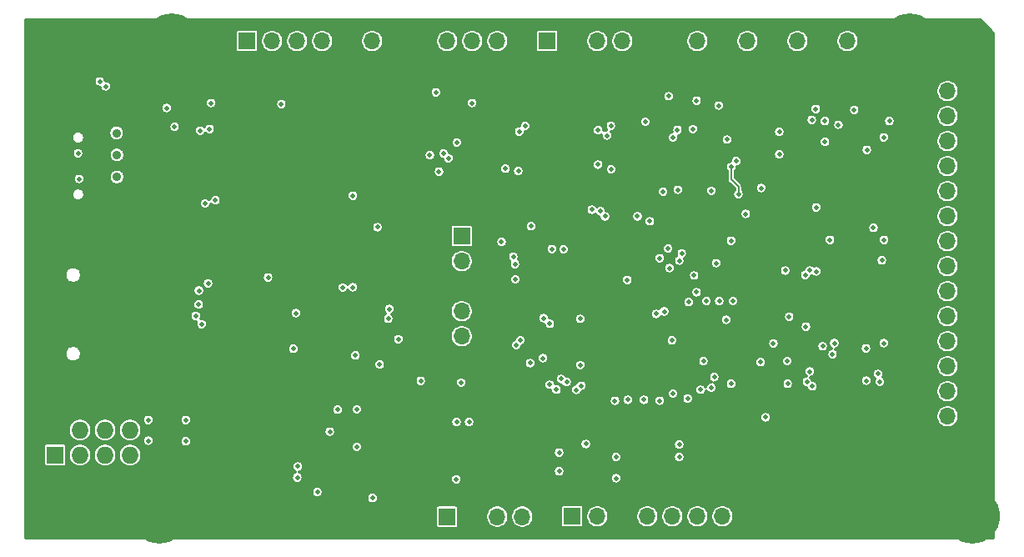
<source format=gbr>
G04 #@! TF.GenerationSoftware,KiCad,Pcbnew,5.99.0+really5.1.12+dfsg1-1*
G04 #@! TF.CreationDate,2022-02-16T13:53:17+08:00*
G04 #@! TF.ProjectId,PSLab,50534c61-622e-46b6-9963-61645f706362,v6.0-beta*
G04 #@! TF.SameCoordinates,Original*
G04 #@! TF.FileFunction,Copper,L2,Inr*
G04 #@! TF.FilePolarity,Positive*
%FSLAX46Y46*%
G04 Gerber Fmt 4.6, Leading zero omitted, Abs format (unit mm)*
G04 Created by KiCad (PCBNEW 5.99.0+really5.1.12+dfsg1-1) date 2022-02-16 13:53:17*
%MOMM*%
%LPD*%
G01*
G04 APERTURE LIST*
G04 #@! TA.AperFunction,ComponentPad*
%ADD10R,1.727200X1.727200*%
G04 #@! TD*
G04 #@! TA.AperFunction,ComponentPad*
%ADD11O,1.727200X1.727200*%
G04 #@! TD*
G04 #@! TA.AperFunction,ComponentPad*
%ADD12O,1.700000X1.700000*%
G04 #@! TD*
G04 #@! TA.AperFunction,ComponentPad*
%ADD13R,1.700000X1.700000*%
G04 #@! TD*
G04 #@! TA.AperFunction,ComponentPad*
%ADD14C,5.600000*%
G04 #@! TD*
G04 #@! TA.AperFunction,ViaPad*
%ADD15C,0.500000*%
G04 #@! TD*
G04 #@! TA.AperFunction,ViaPad*
%ADD16C,0.914400*%
G04 #@! TD*
G04 #@! TA.AperFunction,ViaPad*
%ADD17C,0.700000*%
G04 #@! TD*
G04 #@! TA.AperFunction,Conductor*
%ADD18C,0.150000*%
G04 #@! TD*
G04 #@! TA.AperFunction,Conductor*
%ADD19C,0.300000*%
G04 #@! TD*
G04 #@! TA.AperFunction,Conductor*
%ADD20C,0.100000*%
G04 #@! TD*
G04 APERTURE END LIST*
D10*
X103365500Y-91237000D03*
D11*
X103365500Y-88697000D03*
X105905500Y-91237000D03*
X105905500Y-88697000D03*
X108445500Y-91237000D03*
X108445500Y-88697000D03*
X110985500Y-91237000D03*
X110985500Y-88697000D03*
D12*
X144660000Y-79172000D03*
X144660000Y-76632000D03*
X144660000Y-74092000D03*
X144660000Y-71552000D03*
D13*
X144660000Y-69012000D03*
D14*
X113940000Y-97440000D03*
X190150000Y-49200000D03*
X115210000Y-49190000D03*
X196480000Y-97430000D03*
D13*
X196520000Y-54280000D03*
D12*
X193980000Y-54280000D03*
X196520000Y-56820000D03*
X193980000Y-56820000D03*
X196520000Y-59360000D03*
X193980000Y-59360000D03*
X196520000Y-61900000D03*
X193980000Y-61900000D03*
X196520000Y-64440000D03*
X193980000Y-64440000D03*
X196520000Y-66980000D03*
X193980000Y-66980000D03*
X196520000Y-69520000D03*
X193980000Y-69520000D03*
X196520000Y-72060000D03*
X193980000Y-72060000D03*
X196520000Y-74600000D03*
X193980000Y-74600000D03*
X196520000Y-77140000D03*
X193980000Y-77140000D03*
X196520000Y-79680000D03*
X193980000Y-79680000D03*
X196520000Y-82220000D03*
X193980000Y-82220000D03*
X196520000Y-84760000D03*
X193980000Y-84760000D03*
X196520000Y-87300000D03*
X193980000Y-87300000D03*
D13*
X166040000Y-49200000D03*
D12*
X168580000Y-49200000D03*
X171120000Y-49200000D03*
X173660000Y-49200000D03*
X176200000Y-49200000D03*
X178740000Y-49200000D03*
X181280000Y-49200000D03*
X183820000Y-49200000D03*
X173660000Y-97460000D03*
X171120000Y-97460000D03*
X168580000Y-97460000D03*
X166040000Y-97460000D03*
X163500000Y-97460000D03*
X160960000Y-97460000D03*
X158420000Y-97460000D03*
D13*
X155880000Y-97460000D03*
X140640000Y-49200000D03*
D12*
X143180000Y-49200000D03*
X145720000Y-49200000D03*
X148260000Y-49200000D03*
D13*
X153340000Y-49200000D03*
D12*
X155880000Y-49200000D03*
X158420000Y-49200000D03*
X160960000Y-49200000D03*
X150800000Y-97494000D03*
X148260000Y-97494000D03*
X145720000Y-97494000D03*
D13*
X143180000Y-97494000D03*
X122860000Y-49200000D03*
D12*
X125400000Y-49200000D03*
X127940000Y-49200000D03*
X130480000Y-49200000D03*
X133020000Y-49200000D03*
X135560000Y-49200000D03*
D15*
X157259002Y-90112000D03*
X125000000Y-73200000D03*
X135600000Y-95600000D03*
X134000000Y-90400000D03*
X134000000Y-86600000D03*
X127813000Y-76822506D03*
X119050000Y-58134257D03*
X150068352Y-71849241D03*
X141412128Y-60787872D03*
X142800000Y-60600000D03*
X180250000Y-84250000D03*
X167000000Y-70750000D03*
X162500000Y-67000000D03*
X180000000Y-72500000D03*
X158500000Y-61750000D03*
X151100000Y-57824990D03*
X117950000Y-75950000D03*
X166738500Y-91427500D03*
X153811558Y-70320697D03*
X145700000Y-55500000D03*
X166738500Y-90157500D03*
X154991000Y-70345500D03*
X142350000Y-62450000D03*
X143300000Y-61100000D03*
X177750000Y-84000000D03*
X170500000Y-71750000D03*
X177500000Y-72500000D03*
X168250000Y-73000000D03*
X148700000Y-69600000D03*
X150500000Y-58400000D03*
X118250000Y-77950000D03*
X172516992Y-61392000D03*
X170750000Y-55750000D03*
X172000000Y-62000000D03*
X172750000Y-64750000D03*
X172000000Y-69474979D03*
X185700000Y-80400000D03*
X187100000Y-83800000D03*
X186460000Y-68170000D03*
X187310000Y-71470000D03*
X116637004Y-87681000D03*
X184500000Y-56200000D03*
X180600000Y-56100000D03*
X188074512Y-57328000D03*
X181534000Y-57327996D03*
X116637000Y-89840000D03*
X180200000Y-57200000D03*
X164400000Y-76900000D03*
X185788500Y-60249000D03*
X161468000Y-73457000D03*
X159817000Y-62217496D03*
X151700000Y-68000000D03*
X117970500Y-74536500D03*
X149900000Y-71100000D03*
X152900000Y-81400000D03*
X166000000Y-79600000D03*
X127559000Y-80442000D03*
X152959000Y-77330500D03*
D16*
X109620000Y-58534501D03*
D15*
X128000000Y-92400000D03*
X131260000Y-88860000D03*
X108500000Y-53800000D03*
X105800000Y-63200000D03*
X107900000Y-53300000D03*
X105700000Y-60600000D03*
X115500000Y-57900000D03*
X118095950Y-58300010D03*
D16*
X109637000Y-62991500D03*
D15*
X118600000Y-65700000D03*
D16*
X109637000Y-60771500D03*
D15*
X119651746Y-65355366D03*
X168900000Y-84600000D03*
X165212074Y-76657575D03*
X154546500Y-92888000D03*
X153594000Y-84094000D03*
X154546500Y-90983000D03*
X154265316Y-84596501D03*
X164760000Y-85720000D03*
X163160000Y-85620000D03*
X161510000Y-85620000D03*
X160210000Y-85720000D03*
X118900000Y-73800000D03*
X172000000Y-84000000D03*
X156700000Y-82100000D03*
X156800000Y-84200000D03*
X167600000Y-85500000D03*
X151600000Y-81900000D03*
X150101500Y-73393500D03*
X150183142Y-80072418D03*
X182900000Y-57700000D03*
X166100000Y-59000000D03*
X163300000Y-57400000D03*
X170000000Y-64400000D03*
X171600000Y-59200000D03*
X136322000Y-82029500D03*
X149086000Y-62154500D03*
X157860000Y-66320000D03*
X133860000Y-81120000D03*
X150400000Y-62400000D03*
X117650000Y-77100000D03*
X160324998Y-91427500D03*
X156297641Y-84612493D03*
X154740326Y-83507176D03*
X144100000Y-93700000D03*
X144132016Y-87872000D03*
X166549619Y-58218619D03*
X165675010Y-54800000D03*
X137300000Y-76400000D03*
X133600000Y-74200000D03*
X133600000Y-64900000D03*
X175056500Y-64122000D03*
X179700000Y-83800000D03*
X176300000Y-79900000D03*
X167700000Y-75700000D03*
X169500000Y-75600000D03*
X170800000Y-75600000D03*
X179600000Y-78200000D03*
X175500000Y-87400000D03*
X172200000Y-75600000D03*
X179540372Y-72959628D03*
X159800000Y-57800000D03*
X159400000Y-58800000D03*
X145402500Y-87871500D03*
X144600000Y-83875010D03*
X132575500Y-74224500D03*
X137200000Y-77400000D03*
X140500000Y-83700000D03*
X142036998Y-54407000D03*
X126335500Y-55600000D03*
X168120116Y-58138118D03*
X168500000Y-55250000D03*
X185725000Y-83680500D03*
X180645000Y-66091000D03*
X144155000Y-59500000D03*
X180643720Y-72590220D03*
X181534000Y-59423500D03*
X187503000Y-79870500D03*
X187503000Y-58979000D03*
X136100000Y-68100000D03*
X182486500Y-79870506D03*
X182038390Y-69393000D03*
X187535010Y-69393000D03*
X160324998Y-93586500D03*
X155314960Y-83811004D03*
X158737504Y-66472000D03*
X159200000Y-67000000D03*
X166600000Y-64300000D03*
X165100000Y-64500000D03*
X177900000Y-77200000D03*
X177700000Y-81700000D03*
X112827000Y-89776500D03*
X112827000Y-87681000D03*
X108000000Y-86450000D03*
X108000000Y-85850000D03*
X107400000Y-84650000D03*
X108000000Y-85250000D03*
X107400000Y-85850000D03*
X107400000Y-86450000D03*
X108000000Y-84650000D03*
X107400000Y-85250000D03*
X117250000Y-85550000D03*
X117250000Y-84950000D03*
X116650000Y-83750000D03*
X117250000Y-84350000D03*
X116650000Y-84950000D03*
X116650000Y-85550000D03*
X117250000Y-83750000D03*
X116650000Y-84350000D03*
X107900000Y-71300000D03*
X107900000Y-70700000D03*
X107300000Y-69500000D03*
X107900000Y-70100000D03*
X107300000Y-70700000D03*
X107300000Y-71300000D03*
X107900000Y-69500000D03*
X107300000Y-70100000D03*
X115800000Y-67600000D03*
X115200000Y-67600000D03*
X114000000Y-68200000D03*
X114600000Y-67600000D03*
X115200000Y-68200000D03*
X115800000Y-68200000D03*
X114000000Y-67600000D03*
X114600000Y-68200000D03*
X103900000Y-86400000D03*
X103900000Y-85800000D03*
X103300000Y-84600000D03*
X103900000Y-85200000D03*
X103300000Y-85800000D03*
X103300000Y-86400000D03*
X103900000Y-84600000D03*
X103300000Y-85200000D03*
X113700000Y-85550000D03*
X113700000Y-84950000D03*
X113100000Y-83750000D03*
X113700000Y-84350000D03*
X113100000Y-84950000D03*
X113100000Y-85550000D03*
X113700000Y-83750000D03*
X113100000Y-84350000D03*
X134700000Y-71600000D03*
X134700000Y-72200000D03*
X103600000Y-68800000D03*
X104250000Y-95850000D03*
X103650000Y-95850000D03*
X104250000Y-95250000D03*
X103650000Y-96450000D03*
X103650000Y-95250000D03*
X104250000Y-96450000D03*
X104250000Y-97050000D03*
X103650000Y-97050000D03*
D16*
X109637000Y-65202000D03*
X184900000Y-89411500D03*
D15*
X142293000Y-89147000D03*
D16*
X182707267Y-90123962D03*
X181352084Y-91989212D03*
X181352084Y-94294788D03*
X182707267Y-96160038D03*
X184900000Y-96872500D03*
X187092733Y-96160038D03*
X188447916Y-94294788D03*
X188447916Y-91989212D03*
X187092733Y-90123962D03*
D15*
X137084000Y-98603000D03*
X139243000Y-98603000D03*
X154546500Y-94031000D03*
X158039000Y-85839500D03*
X181534000Y-84823496D03*
X152959000Y-74219002D03*
X190741500Y-62789000D03*
X186931500Y-65011500D03*
X112827000Y-91999000D03*
X136322000Y-84188504D03*
X156320890Y-70345500D03*
X181534000Y-63932000D03*
X127846675Y-67419298D03*
X124000000Y-70000000D03*
D17*
X123400000Y-63400000D03*
D15*
X124600000Y-83600000D03*
X128025000Y-95200000D03*
X128600000Y-98200000D03*
X113300000Y-61900000D03*
X118900000Y-53500000D03*
X100800000Y-55100000D03*
X100800000Y-55800000D03*
X100800000Y-56500000D03*
X100800000Y-57200000D03*
X101600000Y-55100000D03*
X103400000Y-56500000D03*
X103400000Y-57100000D03*
X105000000Y-57200000D03*
X105000000Y-56600000D03*
X105000000Y-55900000D03*
X105000000Y-55100000D03*
X105800000Y-55100000D03*
X106500000Y-55100000D03*
X107900000Y-57600000D03*
X107900000Y-56100000D03*
X107900000Y-56900000D03*
X107900000Y-55300000D03*
X100800000Y-66300000D03*
X100800000Y-66900000D03*
X100800000Y-67500000D03*
X100800000Y-68200000D03*
X100800000Y-68800000D03*
X101500000Y-68800000D03*
X102300000Y-68800000D03*
X103000000Y-68800000D03*
X103600000Y-68000000D03*
X103570000Y-67230000D03*
X104970000Y-67230000D03*
X105000000Y-68100000D03*
X105000000Y-68800000D03*
X105800000Y-68800000D03*
X106500000Y-68800000D03*
X107200000Y-68800000D03*
X107900000Y-68800000D03*
X107900000Y-67900000D03*
X107900000Y-66400000D03*
X105000000Y-66400000D03*
X103600000Y-66400000D03*
X107900000Y-67100000D03*
X134700000Y-71000000D03*
X147860000Y-62520000D03*
X109400000Y-51500000D03*
X172115000Y-81055000D03*
X182760000Y-71870000D03*
X182860000Y-74420000D03*
X187610000Y-73220000D03*
X177460000Y-83020000D03*
X156800000Y-64300000D03*
X175300000Y-69500000D03*
X167900000Y-52900000D03*
X170800000Y-53100000D03*
X173600000Y-79100000D03*
X175900000Y-77300000D03*
X177900000Y-85100000D03*
X179600000Y-79300000D03*
X160500000Y-58100000D03*
X158975337Y-55424990D03*
X172700000Y-53700000D03*
X157100000Y-78500000D03*
X161500000Y-75000000D03*
X128700000Y-80100000D03*
X131235000Y-84565000D03*
X130500000Y-85100000D03*
X151800000Y-86400000D03*
X148700000Y-88500000D03*
X145736000Y-91364000D03*
X144515207Y-82839172D03*
X141400000Y-59300000D03*
X140900000Y-64200000D03*
X143700000Y-64700000D03*
X158000000Y-87300000D03*
X168600000Y-90200000D03*
X173100000Y-90000000D03*
X174800000Y-83000000D03*
X170900000Y-85400000D03*
X164300000Y-88300000D03*
X129700000Y-65300000D03*
X131200000Y-65400000D03*
X127500000Y-57100000D03*
X126400000Y-89700000D03*
X119400000Y-89050000D03*
X131010000Y-92040000D03*
X130300000Y-91300000D03*
X131000000Y-91300000D03*
X131700000Y-91300000D03*
X131700000Y-92000000D03*
X131700000Y-92700000D03*
X130300000Y-92000000D03*
X131000000Y-92700000D03*
X130300000Y-92700000D03*
X151800000Y-59800000D03*
X125700000Y-53100000D03*
X125700000Y-53900000D03*
X133000000Y-58700000D03*
X133800000Y-58700000D03*
X114200000Y-74650000D03*
X176900000Y-60700000D03*
X165605883Y-70265883D03*
X176898500Y-58407504D03*
X164750000Y-71250000D03*
X168500000Y-74700000D03*
X175000000Y-81800000D03*
X173500000Y-66750000D03*
X165750000Y-72250000D03*
X114700000Y-56000000D03*
X119200000Y-55500000D03*
X127960000Y-93520000D03*
X132060000Y-86620000D03*
X130000000Y-95000000D03*
X138225000Y-79475000D03*
X182300000Y-81000000D03*
X181300000Y-80200000D03*
X170300000Y-83300000D03*
X169200000Y-81700000D03*
X171500000Y-77500000D03*
X158500000Y-58250000D03*
X166750000Y-71500000D03*
X163750000Y-67500000D03*
X186924990Y-83000000D03*
X180000000Y-82750000D03*
X170000000Y-84400000D03*
X156700000Y-77400000D03*
X153600000Y-77900000D03*
X150613588Y-79585354D03*
X166100000Y-85000000D03*
D18*
X172000000Y-62000000D02*
X172000000Y-63250000D01*
X172750000Y-64000000D02*
X172750000Y-64750000D01*
X172000000Y-63250000D02*
X172750000Y-64000000D01*
D19*
X198630000Y-48375685D02*
X198630001Y-99600000D01*
X100400000Y-99600000D01*
X100400000Y-96644000D01*
X141978307Y-96644000D01*
X141978307Y-98344000D01*
X141985065Y-98412612D01*
X142005078Y-98478587D01*
X142037578Y-98539390D01*
X142081315Y-98592685D01*
X142134610Y-98636422D01*
X142195413Y-98668922D01*
X142261388Y-98688935D01*
X142330000Y-98695693D01*
X144030000Y-98695693D01*
X144098612Y-98688935D01*
X144164587Y-98668922D01*
X144225390Y-98636422D01*
X144278685Y-98592685D01*
X144322422Y-98539390D01*
X144354922Y-98478587D01*
X144374935Y-98412612D01*
X144381693Y-98344000D01*
X144381693Y-97375810D01*
X147060000Y-97375810D01*
X147060000Y-97612190D01*
X147106116Y-97844027D01*
X147196574Y-98062413D01*
X147327899Y-98258955D01*
X147495045Y-98426101D01*
X147691587Y-98557426D01*
X147909973Y-98647884D01*
X148141810Y-98694000D01*
X148378190Y-98694000D01*
X148610027Y-98647884D01*
X148828413Y-98557426D01*
X149024955Y-98426101D01*
X149192101Y-98258955D01*
X149323426Y-98062413D01*
X149413884Y-97844027D01*
X149460000Y-97612190D01*
X149460000Y-97375810D01*
X149600000Y-97375810D01*
X149600000Y-97612190D01*
X149646116Y-97844027D01*
X149736574Y-98062413D01*
X149867899Y-98258955D01*
X150035045Y-98426101D01*
X150231587Y-98557426D01*
X150449973Y-98647884D01*
X150681810Y-98694000D01*
X150918190Y-98694000D01*
X151150027Y-98647884D01*
X151368413Y-98557426D01*
X151564955Y-98426101D01*
X151732101Y-98258955D01*
X151863426Y-98062413D01*
X151953884Y-97844027D01*
X152000000Y-97612190D01*
X152000000Y-97375810D01*
X151953884Y-97143973D01*
X151863426Y-96925587D01*
X151732101Y-96729045D01*
X151613056Y-96610000D01*
X154678307Y-96610000D01*
X154678307Y-98310000D01*
X154685065Y-98378612D01*
X154705078Y-98444587D01*
X154737578Y-98505390D01*
X154781315Y-98558685D01*
X154834610Y-98602422D01*
X154895413Y-98634922D01*
X154961388Y-98654935D01*
X155030000Y-98661693D01*
X156730000Y-98661693D01*
X156798612Y-98654935D01*
X156864587Y-98634922D01*
X156925390Y-98602422D01*
X156978685Y-98558685D01*
X157022422Y-98505390D01*
X157054922Y-98444587D01*
X157074935Y-98378612D01*
X157081693Y-98310000D01*
X157081693Y-97341810D01*
X157220000Y-97341810D01*
X157220000Y-97578190D01*
X157266116Y-97810027D01*
X157356574Y-98028413D01*
X157487899Y-98224955D01*
X157655045Y-98392101D01*
X157851587Y-98523426D01*
X158069973Y-98613884D01*
X158301810Y-98660000D01*
X158538190Y-98660000D01*
X158770027Y-98613884D01*
X158988413Y-98523426D01*
X159184955Y-98392101D01*
X159352101Y-98224955D01*
X159483426Y-98028413D01*
X159573884Y-97810027D01*
X159620000Y-97578190D01*
X159620000Y-97341810D01*
X162300000Y-97341810D01*
X162300000Y-97578190D01*
X162346116Y-97810027D01*
X162436574Y-98028413D01*
X162567899Y-98224955D01*
X162735045Y-98392101D01*
X162931587Y-98523426D01*
X163149973Y-98613884D01*
X163381810Y-98660000D01*
X163618190Y-98660000D01*
X163850027Y-98613884D01*
X164068413Y-98523426D01*
X164264955Y-98392101D01*
X164432101Y-98224955D01*
X164563426Y-98028413D01*
X164653884Y-97810027D01*
X164700000Y-97578190D01*
X164700000Y-97341810D01*
X164840000Y-97341810D01*
X164840000Y-97578190D01*
X164886116Y-97810027D01*
X164976574Y-98028413D01*
X165107899Y-98224955D01*
X165275045Y-98392101D01*
X165471587Y-98523426D01*
X165689973Y-98613884D01*
X165921810Y-98660000D01*
X166158190Y-98660000D01*
X166390027Y-98613884D01*
X166608413Y-98523426D01*
X166804955Y-98392101D01*
X166972101Y-98224955D01*
X167103426Y-98028413D01*
X167193884Y-97810027D01*
X167240000Y-97578190D01*
X167240000Y-97341810D01*
X167380000Y-97341810D01*
X167380000Y-97578190D01*
X167426116Y-97810027D01*
X167516574Y-98028413D01*
X167647899Y-98224955D01*
X167815045Y-98392101D01*
X168011587Y-98523426D01*
X168229973Y-98613884D01*
X168461810Y-98660000D01*
X168698190Y-98660000D01*
X168930027Y-98613884D01*
X169148413Y-98523426D01*
X169344955Y-98392101D01*
X169512101Y-98224955D01*
X169643426Y-98028413D01*
X169733884Y-97810027D01*
X169780000Y-97578190D01*
X169780000Y-97341810D01*
X169920000Y-97341810D01*
X169920000Y-97578190D01*
X169966116Y-97810027D01*
X170056574Y-98028413D01*
X170187899Y-98224955D01*
X170355045Y-98392101D01*
X170551587Y-98523426D01*
X170769973Y-98613884D01*
X171001810Y-98660000D01*
X171238190Y-98660000D01*
X171470027Y-98613884D01*
X171688413Y-98523426D01*
X171884955Y-98392101D01*
X172052101Y-98224955D01*
X172183426Y-98028413D01*
X172273884Y-97810027D01*
X172320000Y-97578190D01*
X172320000Y-97341810D01*
X172273884Y-97109973D01*
X172183426Y-96891587D01*
X172052101Y-96695045D01*
X171884955Y-96527899D01*
X171688413Y-96396574D01*
X171470027Y-96306116D01*
X171238190Y-96260000D01*
X171001810Y-96260000D01*
X170769973Y-96306116D01*
X170551587Y-96396574D01*
X170355045Y-96527899D01*
X170187899Y-96695045D01*
X170056574Y-96891587D01*
X169966116Y-97109973D01*
X169920000Y-97341810D01*
X169780000Y-97341810D01*
X169733884Y-97109973D01*
X169643426Y-96891587D01*
X169512101Y-96695045D01*
X169344955Y-96527899D01*
X169148413Y-96396574D01*
X168930027Y-96306116D01*
X168698190Y-96260000D01*
X168461810Y-96260000D01*
X168229973Y-96306116D01*
X168011587Y-96396574D01*
X167815045Y-96527899D01*
X167647899Y-96695045D01*
X167516574Y-96891587D01*
X167426116Y-97109973D01*
X167380000Y-97341810D01*
X167240000Y-97341810D01*
X167193884Y-97109973D01*
X167103426Y-96891587D01*
X166972101Y-96695045D01*
X166804955Y-96527899D01*
X166608413Y-96396574D01*
X166390027Y-96306116D01*
X166158190Y-96260000D01*
X165921810Y-96260000D01*
X165689973Y-96306116D01*
X165471587Y-96396574D01*
X165275045Y-96527899D01*
X165107899Y-96695045D01*
X164976574Y-96891587D01*
X164886116Y-97109973D01*
X164840000Y-97341810D01*
X164700000Y-97341810D01*
X164653884Y-97109973D01*
X164563426Y-96891587D01*
X164432101Y-96695045D01*
X164264955Y-96527899D01*
X164068413Y-96396574D01*
X163850027Y-96306116D01*
X163618190Y-96260000D01*
X163381810Y-96260000D01*
X163149973Y-96306116D01*
X162931587Y-96396574D01*
X162735045Y-96527899D01*
X162567899Y-96695045D01*
X162436574Y-96891587D01*
X162346116Y-97109973D01*
X162300000Y-97341810D01*
X159620000Y-97341810D01*
X159573884Y-97109973D01*
X159483426Y-96891587D01*
X159352101Y-96695045D01*
X159184955Y-96527899D01*
X158988413Y-96396574D01*
X158770027Y-96306116D01*
X158538190Y-96260000D01*
X158301810Y-96260000D01*
X158069973Y-96306116D01*
X157851587Y-96396574D01*
X157655045Y-96527899D01*
X157487899Y-96695045D01*
X157356574Y-96891587D01*
X157266116Y-97109973D01*
X157220000Y-97341810D01*
X157081693Y-97341810D01*
X157081693Y-96610000D01*
X157074935Y-96541388D01*
X157054922Y-96475413D01*
X157022422Y-96414610D01*
X156978685Y-96361315D01*
X156925390Y-96317578D01*
X156864587Y-96285078D01*
X156798612Y-96265065D01*
X156730000Y-96258307D01*
X155030000Y-96258307D01*
X154961388Y-96265065D01*
X154895413Y-96285078D01*
X154834610Y-96317578D01*
X154781315Y-96361315D01*
X154737578Y-96414610D01*
X154705078Y-96475413D01*
X154685065Y-96541388D01*
X154678307Y-96610000D01*
X151613056Y-96610000D01*
X151564955Y-96561899D01*
X151368413Y-96430574D01*
X151150027Y-96340116D01*
X150918190Y-96294000D01*
X150681810Y-96294000D01*
X150449973Y-96340116D01*
X150231587Y-96430574D01*
X150035045Y-96561899D01*
X149867899Y-96729045D01*
X149736574Y-96925587D01*
X149646116Y-97143973D01*
X149600000Y-97375810D01*
X149460000Y-97375810D01*
X149413884Y-97143973D01*
X149323426Y-96925587D01*
X149192101Y-96729045D01*
X149024955Y-96561899D01*
X148828413Y-96430574D01*
X148610027Y-96340116D01*
X148378190Y-96294000D01*
X148141810Y-96294000D01*
X147909973Y-96340116D01*
X147691587Y-96430574D01*
X147495045Y-96561899D01*
X147327899Y-96729045D01*
X147196574Y-96925587D01*
X147106116Y-97143973D01*
X147060000Y-97375810D01*
X144381693Y-97375810D01*
X144381693Y-96644000D01*
X144374935Y-96575388D01*
X144354922Y-96509413D01*
X144322422Y-96448610D01*
X144278685Y-96395315D01*
X144225390Y-96351578D01*
X144164587Y-96319078D01*
X144098612Y-96299065D01*
X144030000Y-96292307D01*
X142330000Y-96292307D01*
X142261388Y-96299065D01*
X142195413Y-96319078D01*
X142134610Y-96351578D01*
X142081315Y-96395315D01*
X142037578Y-96448610D01*
X142005078Y-96509413D01*
X141985065Y-96575388D01*
X141978307Y-96644000D01*
X100400000Y-96644000D01*
X100400000Y-94940905D01*
X129400000Y-94940905D01*
X129400000Y-95059095D01*
X129423058Y-95175014D01*
X129468287Y-95284207D01*
X129533950Y-95382478D01*
X129617522Y-95466050D01*
X129715793Y-95531713D01*
X129824986Y-95576942D01*
X129940905Y-95600000D01*
X130059095Y-95600000D01*
X130175014Y-95576942D01*
X130262015Y-95540905D01*
X135000000Y-95540905D01*
X135000000Y-95659095D01*
X135023058Y-95775014D01*
X135068287Y-95884207D01*
X135133950Y-95982478D01*
X135217522Y-96066050D01*
X135315793Y-96131713D01*
X135424986Y-96176942D01*
X135540905Y-96200000D01*
X135659095Y-96200000D01*
X135775014Y-96176942D01*
X135884207Y-96131713D01*
X135982478Y-96066050D01*
X136066050Y-95982478D01*
X136131713Y-95884207D01*
X136176942Y-95775014D01*
X136200000Y-95659095D01*
X136200000Y-95540905D01*
X136176942Y-95424986D01*
X136131713Y-95315793D01*
X136066050Y-95217522D01*
X135982478Y-95133950D01*
X135884207Y-95068287D01*
X135775014Y-95023058D01*
X135659095Y-95000000D01*
X135540905Y-95000000D01*
X135424986Y-95023058D01*
X135315793Y-95068287D01*
X135217522Y-95133950D01*
X135133950Y-95217522D01*
X135068287Y-95315793D01*
X135023058Y-95424986D01*
X135000000Y-95540905D01*
X130262015Y-95540905D01*
X130284207Y-95531713D01*
X130382478Y-95466050D01*
X130466050Y-95382478D01*
X130531713Y-95284207D01*
X130576942Y-95175014D01*
X130600000Y-95059095D01*
X130600000Y-94940905D01*
X130576942Y-94824986D01*
X130531713Y-94715793D01*
X130466050Y-94617522D01*
X130382478Y-94533950D01*
X130284207Y-94468287D01*
X130175014Y-94423058D01*
X130059095Y-94400000D01*
X129940905Y-94400000D01*
X129824986Y-94423058D01*
X129715793Y-94468287D01*
X129617522Y-94533950D01*
X129533950Y-94617522D01*
X129468287Y-94715793D01*
X129423058Y-94824986D01*
X129400000Y-94940905D01*
X100400000Y-94940905D01*
X100400000Y-93460905D01*
X127360000Y-93460905D01*
X127360000Y-93579095D01*
X127383058Y-93695014D01*
X127428287Y-93804207D01*
X127493950Y-93902478D01*
X127577522Y-93986050D01*
X127675793Y-94051713D01*
X127784986Y-94096942D01*
X127900905Y-94120000D01*
X128019095Y-94120000D01*
X128135014Y-94096942D01*
X128244207Y-94051713D01*
X128342478Y-93986050D01*
X128426050Y-93902478D01*
X128491713Y-93804207D01*
X128536942Y-93695014D01*
X128547705Y-93640905D01*
X143500000Y-93640905D01*
X143500000Y-93759095D01*
X143523058Y-93875014D01*
X143568287Y-93984207D01*
X143633950Y-94082478D01*
X143717522Y-94166050D01*
X143815793Y-94231713D01*
X143924986Y-94276942D01*
X144040905Y-94300000D01*
X144159095Y-94300000D01*
X144275014Y-94276942D01*
X144384207Y-94231713D01*
X144482478Y-94166050D01*
X144566050Y-94082478D01*
X144631713Y-93984207D01*
X144676942Y-93875014D01*
X144700000Y-93759095D01*
X144700000Y-93640905D01*
X144677424Y-93527405D01*
X159724998Y-93527405D01*
X159724998Y-93645595D01*
X159748056Y-93761514D01*
X159793285Y-93870707D01*
X159858948Y-93968978D01*
X159942520Y-94052550D01*
X160040791Y-94118213D01*
X160149984Y-94163442D01*
X160265903Y-94186500D01*
X160384093Y-94186500D01*
X160500012Y-94163442D01*
X160609205Y-94118213D01*
X160707476Y-94052550D01*
X160791048Y-93968978D01*
X160856711Y-93870707D01*
X160901940Y-93761514D01*
X160924998Y-93645595D01*
X160924998Y-93527405D01*
X160901940Y-93411486D01*
X160856711Y-93302293D01*
X160791048Y-93204022D01*
X160707476Y-93120450D01*
X160609205Y-93054787D01*
X160500012Y-93009558D01*
X160384093Y-92986500D01*
X160265903Y-92986500D01*
X160149984Y-93009558D01*
X160040791Y-93054787D01*
X159942520Y-93120450D01*
X159858948Y-93204022D01*
X159793285Y-93302293D01*
X159748056Y-93411486D01*
X159724998Y-93527405D01*
X144677424Y-93527405D01*
X144676942Y-93524986D01*
X144631713Y-93415793D01*
X144566050Y-93317522D01*
X144482478Y-93233950D01*
X144384207Y-93168287D01*
X144275014Y-93123058D01*
X144159095Y-93100000D01*
X144040905Y-93100000D01*
X143924986Y-93123058D01*
X143815793Y-93168287D01*
X143717522Y-93233950D01*
X143633950Y-93317522D01*
X143568287Y-93415793D01*
X143523058Y-93524986D01*
X143500000Y-93640905D01*
X128547705Y-93640905D01*
X128560000Y-93579095D01*
X128560000Y-93460905D01*
X128536942Y-93344986D01*
X128491713Y-93235793D01*
X128426050Y-93137522D01*
X128342478Y-93053950D01*
X128244207Y-92988287D01*
X128195916Y-92968284D01*
X128284207Y-92931713D01*
X128382478Y-92866050D01*
X128419623Y-92828905D01*
X153946500Y-92828905D01*
X153946500Y-92947095D01*
X153969558Y-93063014D01*
X154014787Y-93172207D01*
X154080450Y-93270478D01*
X154164022Y-93354050D01*
X154262293Y-93419713D01*
X154371486Y-93464942D01*
X154487405Y-93488000D01*
X154605595Y-93488000D01*
X154721514Y-93464942D01*
X154830707Y-93419713D01*
X154928978Y-93354050D01*
X155012550Y-93270478D01*
X155078213Y-93172207D01*
X155123442Y-93063014D01*
X155146500Y-92947095D01*
X155146500Y-92828905D01*
X155123442Y-92712986D01*
X155078213Y-92603793D01*
X155012550Y-92505522D01*
X154928978Y-92421950D01*
X154830707Y-92356287D01*
X154721514Y-92311058D01*
X154605595Y-92288000D01*
X154487405Y-92288000D01*
X154371486Y-92311058D01*
X154262293Y-92356287D01*
X154164022Y-92421950D01*
X154080450Y-92505522D01*
X154014787Y-92603793D01*
X153969558Y-92712986D01*
X153946500Y-92828905D01*
X128419623Y-92828905D01*
X128466050Y-92782478D01*
X128531713Y-92684207D01*
X128576942Y-92575014D01*
X128600000Y-92459095D01*
X128600000Y-92340905D01*
X128576942Y-92224986D01*
X128531713Y-92115793D01*
X128466050Y-92017522D01*
X128382478Y-91933950D01*
X128284207Y-91868287D01*
X128175014Y-91823058D01*
X128059095Y-91800000D01*
X127940905Y-91800000D01*
X127824986Y-91823058D01*
X127715793Y-91868287D01*
X127617522Y-91933950D01*
X127533950Y-92017522D01*
X127468287Y-92115793D01*
X127423058Y-92224986D01*
X127400000Y-92340905D01*
X127400000Y-92459095D01*
X127423058Y-92575014D01*
X127468287Y-92684207D01*
X127533950Y-92782478D01*
X127617522Y-92866050D01*
X127715793Y-92931713D01*
X127764084Y-92951716D01*
X127675793Y-92988287D01*
X127577522Y-93053950D01*
X127493950Y-93137522D01*
X127428287Y-93235793D01*
X127383058Y-93344986D01*
X127360000Y-93460905D01*
X100400000Y-93460905D01*
X100400000Y-90373400D01*
X102150207Y-90373400D01*
X102150207Y-92100600D01*
X102156965Y-92169212D01*
X102176978Y-92235187D01*
X102209478Y-92295990D01*
X102253215Y-92349285D01*
X102306510Y-92393022D01*
X102367313Y-92425522D01*
X102433288Y-92445535D01*
X102501900Y-92452293D01*
X104229100Y-92452293D01*
X104297712Y-92445535D01*
X104363687Y-92425522D01*
X104424490Y-92393022D01*
X104477785Y-92349285D01*
X104521522Y-92295990D01*
X104554022Y-92235187D01*
X104574035Y-92169212D01*
X104580793Y-92100600D01*
X104580793Y-91117471D01*
X104691900Y-91117471D01*
X104691900Y-91356529D01*
X104738538Y-91590994D01*
X104830022Y-91811855D01*
X104962835Y-92010625D01*
X105131875Y-92179665D01*
X105330645Y-92312478D01*
X105551506Y-92403962D01*
X105785971Y-92450600D01*
X106025029Y-92450600D01*
X106259494Y-92403962D01*
X106480355Y-92312478D01*
X106679125Y-92179665D01*
X106848165Y-92010625D01*
X106980978Y-91811855D01*
X107072462Y-91590994D01*
X107119100Y-91356529D01*
X107119100Y-91117471D01*
X107231900Y-91117471D01*
X107231900Y-91356529D01*
X107278538Y-91590994D01*
X107370022Y-91811855D01*
X107502835Y-92010625D01*
X107671875Y-92179665D01*
X107870645Y-92312478D01*
X108091506Y-92403962D01*
X108325971Y-92450600D01*
X108565029Y-92450600D01*
X108799494Y-92403962D01*
X109020355Y-92312478D01*
X109219125Y-92179665D01*
X109388165Y-92010625D01*
X109520978Y-91811855D01*
X109612462Y-91590994D01*
X109659100Y-91356529D01*
X109659100Y-91117471D01*
X109771900Y-91117471D01*
X109771900Y-91356529D01*
X109818538Y-91590994D01*
X109910022Y-91811855D01*
X110042835Y-92010625D01*
X110211875Y-92179665D01*
X110410645Y-92312478D01*
X110631506Y-92403962D01*
X110865971Y-92450600D01*
X111105029Y-92450600D01*
X111339494Y-92403962D01*
X111560355Y-92312478D01*
X111759125Y-92179665D01*
X111928165Y-92010625D01*
X112060978Y-91811855D01*
X112152462Y-91590994D01*
X112199100Y-91356529D01*
X112199100Y-91117471D01*
X112152462Y-90883006D01*
X112060978Y-90662145D01*
X111928165Y-90463375D01*
X111759125Y-90294335D01*
X111560355Y-90161522D01*
X111339494Y-90070038D01*
X111105029Y-90023400D01*
X110865971Y-90023400D01*
X110631506Y-90070038D01*
X110410645Y-90161522D01*
X110211875Y-90294335D01*
X110042835Y-90463375D01*
X109910022Y-90662145D01*
X109818538Y-90883006D01*
X109771900Y-91117471D01*
X109659100Y-91117471D01*
X109612462Y-90883006D01*
X109520978Y-90662145D01*
X109388165Y-90463375D01*
X109219125Y-90294335D01*
X109020355Y-90161522D01*
X108799494Y-90070038D01*
X108565029Y-90023400D01*
X108325971Y-90023400D01*
X108091506Y-90070038D01*
X107870645Y-90161522D01*
X107671875Y-90294335D01*
X107502835Y-90463375D01*
X107370022Y-90662145D01*
X107278538Y-90883006D01*
X107231900Y-91117471D01*
X107119100Y-91117471D01*
X107072462Y-90883006D01*
X106980978Y-90662145D01*
X106848165Y-90463375D01*
X106679125Y-90294335D01*
X106480355Y-90161522D01*
X106259494Y-90070038D01*
X106025029Y-90023400D01*
X105785971Y-90023400D01*
X105551506Y-90070038D01*
X105330645Y-90161522D01*
X105131875Y-90294335D01*
X104962835Y-90463375D01*
X104830022Y-90662145D01*
X104738538Y-90883006D01*
X104691900Y-91117471D01*
X104580793Y-91117471D01*
X104580793Y-90373400D01*
X104574035Y-90304788D01*
X104554022Y-90238813D01*
X104521522Y-90178010D01*
X104477785Y-90124715D01*
X104424490Y-90080978D01*
X104363687Y-90048478D01*
X104297712Y-90028465D01*
X104229100Y-90021707D01*
X102501900Y-90021707D01*
X102433288Y-90028465D01*
X102367313Y-90048478D01*
X102306510Y-90080978D01*
X102253215Y-90124715D01*
X102209478Y-90178010D01*
X102176978Y-90238813D01*
X102156965Y-90304788D01*
X102150207Y-90373400D01*
X100400000Y-90373400D01*
X100400000Y-88577471D01*
X104691900Y-88577471D01*
X104691900Y-88816529D01*
X104738538Y-89050994D01*
X104830022Y-89271855D01*
X104962835Y-89470625D01*
X105131875Y-89639665D01*
X105330645Y-89772478D01*
X105551506Y-89863962D01*
X105785971Y-89910600D01*
X106025029Y-89910600D01*
X106259494Y-89863962D01*
X106480355Y-89772478D01*
X106679125Y-89639665D01*
X106848165Y-89470625D01*
X106980978Y-89271855D01*
X107072462Y-89050994D01*
X107119100Y-88816529D01*
X107119100Y-88577471D01*
X107231900Y-88577471D01*
X107231900Y-88816529D01*
X107278538Y-89050994D01*
X107370022Y-89271855D01*
X107502835Y-89470625D01*
X107671875Y-89639665D01*
X107870645Y-89772478D01*
X108091506Y-89863962D01*
X108325971Y-89910600D01*
X108565029Y-89910600D01*
X108799494Y-89863962D01*
X109020355Y-89772478D01*
X109219125Y-89639665D01*
X109388165Y-89470625D01*
X109520978Y-89271855D01*
X109612462Y-89050994D01*
X109659100Y-88816529D01*
X109659100Y-88577471D01*
X109771900Y-88577471D01*
X109771900Y-88816529D01*
X109818538Y-89050994D01*
X109910022Y-89271855D01*
X110042835Y-89470625D01*
X110211875Y-89639665D01*
X110410645Y-89772478D01*
X110631506Y-89863962D01*
X110865971Y-89910600D01*
X111105029Y-89910600D01*
X111339494Y-89863962D01*
X111560355Y-89772478D01*
X111642778Y-89717405D01*
X112227000Y-89717405D01*
X112227000Y-89835595D01*
X112250058Y-89951514D01*
X112295287Y-90060707D01*
X112360950Y-90158978D01*
X112444522Y-90242550D01*
X112542793Y-90308213D01*
X112651986Y-90353442D01*
X112767905Y-90376500D01*
X112886095Y-90376500D01*
X113002014Y-90353442D01*
X113111207Y-90308213D01*
X113209478Y-90242550D01*
X113293050Y-90158978D01*
X113358713Y-90060707D01*
X113403942Y-89951514D01*
X113427000Y-89835595D01*
X113427000Y-89780905D01*
X116037000Y-89780905D01*
X116037000Y-89899095D01*
X116060058Y-90015014D01*
X116105287Y-90124207D01*
X116170950Y-90222478D01*
X116254522Y-90306050D01*
X116352793Y-90371713D01*
X116461986Y-90416942D01*
X116577905Y-90440000D01*
X116696095Y-90440000D01*
X116812014Y-90416942D01*
X116921207Y-90371713D01*
X116967314Y-90340905D01*
X133400000Y-90340905D01*
X133400000Y-90459095D01*
X133423058Y-90575014D01*
X133468287Y-90684207D01*
X133533950Y-90782478D01*
X133617522Y-90866050D01*
X133715793Y-90931713D01*
X133824986Y-90976942D01*
X133940905Y-91000000D01*
X134059095Y-91000000D01*
X134175014Y-90976942D01*
X134284207Y-90931713D01*
X134295892Y-90923905D01*
X153946500Y-90923905D01*
X153946500Y-91042095D01*
X153969558Y-91158014D01*
X154014787Y-91267207D01*
X154080450Y-91365478D01*
X154164022Y-91449050D01*
X154262293Y-91514713D01*
X154371486Y-91559942D01*
X154487405Y-91583000D01*
X154605595Y-91583000D01*
X154721514Y-91559942D01*
X154830707Y-91514713D01*
X154928978Y-91449050D01*
X155009623Y-91368405D01*
X159724998Y-91368405D01*
X159724998Y-91486595D01*
X159748056Y-91602514D01*
X159793285Y-91711707D01*
X159858948Y-91809978D01*
X159942520Y-91893550D01*
X160040791Y-91959213D01*
X160149984Y-92004442D01*
X160265903Y-92027500D01*
X160384093Y-92027500D01*
X160500012Y-92004442D01*
X160609205Y-91959213D01*
X160707476Y-91893550D01*
X160791048Y-91809978D01*
X160856711Y-91711707D01*
X160901940Y-91602514D01*
X160924998Y-91486595D01*
X160924998Y-91368405D01*
X166138500Y-91368405D01*
X166138500Y-91486595D01*
X166161558Y-91602514D01*
X166206787Y-91711707D01*
X166272450Y-91809978D01*
X166356022Y-91893550D01*
X166454293Y-91959213D01*
X166563486Y-92004442D01*
X166679405Y-92027500D01*
X166797595Y-92027500D01*
X166913514Y-92004442D01*
X167022707Y-91959213D01*
X167120978Y-91893550D01*
X167204550Y-91809978D01*
X167270213Y-91711707D01*
X167315442Y-91602514D01*
X167338500Y-91486595D01*
X167338500Y-91368405D01*
X167315442Y-91252486D01*
X167270213Y-91143293D01*
X167204550Y-91045022D01*
X167120978Y-90961450D01*
X167022707Y-90895787D01*
X166913514Y-90850558D01*
X166797595Y-90827500D01*
X166679405Y-90827500D01*
X166563486Y-90850558D01*
X166454293Y-90895787D01*
X166356022Y-90961450D01*
X166272450Y-91045022D01*
X166206787Y-91143293D01*
X166161558Y-91252486D01*
X166138500Y-91368405D01*
X160924998Y-91368405D01*
X160901940Y-91252486D01*
X160856711Y-91143293D01*
X160791048Y-91045022D01*
X160707476Y-90961450D01*
X160609205Y-90895787D01*
X160500012Y-90850558D01*
X160384093Y-90827500D01*
X160265903Y-90827500D01*
X160149984Y-90850558D01*
X160040791Y-90895787D01*
X159942520Y-90961450D01*
X159858948Y-91045022D01*
X159793285Y-91143293D01*
X159748056Y-91252486D01*
X159724998Y-91368405D01*
X155009623Y-91368405D01*
X155012550Y-91365478D01*
X155078213Y-91267207D01*
X155123442Y-91158014D01*
X155146500Y-91042095D01*
X155146500Y-90923905D01*
X155123442Y-90807986D01*
X155078213Y-90698793D01*
X155012550Y-90600522D01*
X154928978Y-90516950D01*
X154830707Y-90451287D01*
X154721514Y-90406058D01*
X154605595Y-90383000D01*
X154487405Y-90383000D01*
X154371486Y-90406058D01*
X154262293Y-90451287D01*
X154164022Y-90516950D01*
X154080450Y-90600522D01*
X154014787Y-90698793D01*
X153969558Y-90807986D01*
X153946500Y-90923905D01*
X134295892Y-90923905D01*
X134382478Y-90866050D01*
X134466050Y-90782478D01*
X134531713Y-90684207D01*
X134576942Y-90575014D01*
X134600000Y-90459095D01*
X134600000Y-90340905D01*
X134576942Y-90224986D01*
X134531713Y-90115793D01*
X134489693Y-90052905D01*
X156659002Y-90052905D01*
X156659002Y-90171095D01*
X156682060Y-90287014D01*
X156727289Y-90396207D01*
X156792952Y-90494478D01*
X156876524Y-90578050D01*
X156974795Y-90643713D01*
X157083988Y-90688942D01*
X157199907Y-90712000D01*
X157318097Y-90712000D01*
X157434016Y-90688942D01*
X157543209Y-90643713D01*
X157641480Y-90578050D01*
X157725052Y-90494478D01*
X157790715Y-90396207D01*
X157835944Y-90287014D01*
X157859002Y-90171095D01*
X157859002Y-90098405D01*
X166138500Y-90098405D01*
X166138500Y-90216595D01*
X166161558Y-90332514D01*
X166206787Y-90441707D01*
X166272450Y-90539978D01*
X166356022Y-90623550D01*
X166454293Y-90689213D01*
X166563486Y-90734442D01*
X166679405Y-90757500D01*
X166797595Y-90757500D01*
X166913514Y-90734442D01*
X167022707Y-90689213D01*
X167120978Y-90623550D01*
X167204550Y-90539978D01*
X167270213Y-90441707D01*
X167315442Y-90332514D01*
X167338500Y-90216595D01*
X167338500Y-90098405D01*
X167315442Y-89982486D01*
X167270213Y-89873293D01*
X167204550Y-89775022D01*
X167120978Y-89691450D01*
X167022707Y-89625787D01*
X166913514Y-89580558D01*
X166797595Y-89557500D01*
X166679405Y-89557500D01*
X166563486Y-89580558D01*
X166454293Y-89625787D01*
X166356022Y-89691450D01*
X166272450Y-89775022D01*
X166206787Y-89873293D01*
X166161558Y-89982486D01*
X166138500Y-90098405D01*
X157859002Y-90098405D01*
X157859002Y-90052905D01*
X157835944Y-89936986D01*
X157790715Y-89827793D01*
X157725052Y-89729522D01*
X157641480Y-89645950D01*
X157543209Y-89580287D01*
X157434016Y-89535058D01*
X157318097Y-89512000D01*
X157199907Y-89512000D01*
X157083988Y-89535058D01*
X156974795Y-89580287D01*
X156876524Y-89645950D01*
X156792952Y-89729522D01*
X156727289Y-89827793D01*
X156682060Y-89936986D01*
X156659002Y-90052905D01*
X134489693Y-90052905D01*
X134466050Y-90017522D01*
X134382478Y-89933950D01*
X134284207Y-89868287D01*
X134175014Y-89823058D01*
X134059095Y-89800000D01*
X133940905Y-89800000D01*
X133824986Y-89823058D01*
X133715793Y-89868287D01*
X133617522Y-89933950D01*
X133533950Y-90017522D01*
X133468287Y-90115793D01*
X133423058Y-90224986D01*
X133400000Y-90340905D01*
X116967314Y-90340905D01*
X117019478Y-90306050D01*
X117103050Y-90222478D01*
X117168713Y-90124207D01*
X117213942Y-90015014D01*
X117237000Y-89899095D01*
X117237000Y-89780905D01*
X117213942Y-89664986D01*
X117168713Y-89555793D01*
X117103050Y-89457522D01*
X117019478Y-89373950D01*
X116921207Y-89308287D01*
X116812014Y-89263058D01*
X116696095Y-89240000D01*
X116577905Y-89240000D01*
X116461986Y-89263058D01*
X116352793Y-89308287D01*
X116254522Y-89373950D01*
X116170950Y-89457522D01*
X116105287Y-89555793D01*
X116060058Y-89664986D01*
X116037000Y-89780905D01*
X113427000Y-89780905D01*
X113427000Y-89717405D01*
X113403942Y-89601486D01*
X113358713Y-89492293D01*
X113293050Y-89394022D01*
X113209478Y-89310450D01*
X113111207Y-89244787D01*
X113002014Y-89199558D01*
X112886095Y-89176500D01*
X112767905Y-89176500D01*
X112651986Y-89199558D01*
X112542793Y-89244787D01*
X112444522Y-89310450D01*
X112360950Y-89394022D01*
X112295287Y-89492293D01*
X112250058Y-89601486D01*
X112227000Y-89717405D01*
X111642778Y-89717405D01*
X111759125Y-89639665D01*
X111928165Y-89470625D01*
X112060978Y-89271855D01*
X112152462Y-89050994D01*
X112199100Y-88816529D01*
X112199100Y-88800905D01*
X130660000Y-88800905D01*
X130660000Y-88919095D01*
X130683058Y-89035014D01*
X130728287Y-89144207D01*
X130793950Y-89242478D01*
X130877522Y-89326050D01*
X130975793Y-89391713D01*
X131084986Y-89436942D01*
X131200905Y-89460000D01*
X131319095Y-89460000D01*
X131435014Y-89436942D01*
X131544207Y-89391713D01*
X131642478Y-89326050D01*
X131726050Y-89242478D01*
X131791713Y-89144207D01*
X131836942Y-89035014D01*
X131860000Y-88919095D01*
X131860000Y-88800905D01*
X131836942Y-88684986D01*
X131791713Y-88575793D01*
X131726050Y-88477522D01*
X131642478Y-88393950D01*
X131544207Y-88328287D01*
X131435014Y-88283058D01*
X131319095Y-88260000D01*
X131200905Y-88260000D01*
X131084986Y-88283058D01*
X130975793Y-88328287D01*
X130877522Y-88393950D01*
X130793950Y-88477522D01*
X130728287Y-88575793D01*
X130683058Y-88684986D01*
X130660000Y-88800905D01*
X112199100Y-88800905D01*
X112199100Y-88577471D01*
X112152462Y-88343006D01*
X112060978Y-88122145D01*
X111928165Y-87923375D01*
X111759125Y-87754335D01*
X111560929Y-87621905D01*
X112227000Y-87621905D01*
X112227000Y-87740095D01*
X112250058Y-87856014D01*
X112295287Y-87965207D01*
X112360950Y-88063478D01*
X112444522Y-88147050D01*
X112542793Y-88212713D01*
X112651986Y-88257942D01*
X112767905Y-88281000D01*
X112886095Y-88281000D01*
X113002014Y-88257942D01*
X113111207Y-88212713D01*
X113209478Y-88147050D01*
X113293050Y-88063478D01*
X113358713Y-87965207D01*
X113403942Y-87856014D01*
X113427000Y-87740095D01*
X113427000Y-87621905D01*
X116037004Y-87621905D01*
X116037004Y-87740095D01*
X116060062Y-87856014D01*
X116105291Y-87965207D01*
X116170954Y-88063478D01*
X116254526Y-88147050D01*
X116352797Y-88212713D01*
X116461990Y-88257942D01*
X116577909Y-88281000D01*
X116696099Y-88281000D01*
X116812018Y-88257942D01*
X116921211Y-88212713D01*
X117019482Y-88147050D01*
X117103054Y-88063478D01*
X117168717Y-87965207D01*
X117213946Y-87856014D01*
X117222521Y-87812905D01*
X143532016Y-87812905D01*
X143532016Y-87931095D01*
X143555074Y-88047014D01*
X143600303Y-88156207D01*
X143665966Y-88254478D01*
X143749538Y-88338050D01*
X143847809Y-88403713D01*
X143957002Y-88448942D01*
X144072921Y-88472000D01*
X144191111Y-88472000D01*
X144307030Y-88448942D01*
X144416223Y-88403713D01*
X144514494Y-88338050D01*
X144598066Y-88254478D01*
X144663729Y-88156207D01*
X144708958Y-88047014D01*
X144732016Y-87931095D01*
X144732016Y-87812905D01*
X144731917Y-87812405D01*
X144802500Y-87812405D01*
X144802500Y-87930595D01*
X144825558Y-88046514D01*
X144870787Y-88155707D01*
X144936450Y-88253978D01*
X145020022Y-88337550D01*
X145118293Y-88403213D01*
X145227486Y-88448442D01*
X145343405Y-88471500D01*
X145461595Y-88471500D01*
X145577514Y-88448442D01*
X145686707Y-88403213D01*
X145784978Y-88337550D01*
X145868550Y-88253978D01*
X145934213Y-88155707D01*
X145979442Y-88046514D01*
X146002500Y-87930595D01*
X146002500Y-87812405D01*
X145979442Y-87696486D01*
X145934213Y-87587293D01*
X145868550Y-87489022D01*
X145784978Y-87405450D01*
X145688381Y-87340905D01*
X174900000Y-87340905D01*
X174900000Y-87459095D01*
X174923058Y-87575014D01*
X174968287Y-87684207D01*
X175033950Y-87782478D01*
X175117522Y-87866050D01*
X175215793Y-87931713D01*
X175324986Y-87976942D01*
X175440905Y-88000000D01*
X175559095Y-88000000D01*
X175675014Y-87976942D01*
X175784207Y-87931713D01*
X175882478Y-87866050D01*
X175966050Y-87782478D01*
X176031713Y-87684207D01*
X176076942Y-87575014D01*
X176100000Y-87459095D01*
X176100000Y-87340905D01*
X176076942Y-87224986D01*
X176059059Y-87181810D01*
X192780000Y-87181810D01*
X192780000Y-87418190D01*
X192826116Y-87650027D01*
X192916574Y-87868413D01*
X193047899Y-88064955D01*
X193215045Y-88232101D01*
X193411587Y-88363426D01*
X193629973Y-88453884D01*
X193861810Y-88500000D01*
X194098190Y-88500000D01*
X194330027Y-88453884D01*
X194548413Y-88363426D01*
X194744955Y-88232101D01*
X194912101Y-88064955D01*
X195043426Y-87868413D01*
X195133884Y-87650027D01*
X195180000Y-87418190D01*
X195180000Y-87181810D01*
X195133884Y-86949973D01*
X195043426Y-86731587D01*
X194912101Y-86535045D01*
X194744955Y-86367899D01*
X194548413Y-86236574D01*
X194330027Y-86146116D01*
X194098190Y-86100000D01*
X193861810Y-86100000D01*
X193629973Y-86146116D01*
X193411587Y-86236574D01*
X193215045Y-86367899D01*
X193047899Y-86535045D01*
X192916574Y-86731587D01*
X192826116Y-86949973D01*
X192780000Y-87181810D01*
X176059059Y-87181810D01*
X176031713Y-87115793D01*
X175966050Y-87017522D01*
X175882478Y-86933950D01*
X175784207Y-86868287D01*
X175675014Y-86823058D01*
X175559095Y-86800000D01*
X175440905Y-86800000D01*
X175324986Y-86823058D01*
X175215793Y-86868287D01*
X175117522Y-86933950D01*
X175033950Y-87017522D01*
X174968287Y-87115793D01*
X174923058Y-87224986D01*
X174900000Y-87340905D01*
X145688381Y-87340905D01*
X145686707Y-87339787D01*
X145577514Y-87294558D01*
X145461595Y-87271500D01*
X145343405Y-87271500D01*
X145227486Y-87294558D01*
X145118293Y-87339787D01*
X145020022Y-87405450D01*
X144936450Y-87489022D01*
X144870787Y-87587293D01*
X144825558Y-87696486D01*
X144802500Y-87812405D01*
X144731917Y-87812405D01*
X144708958Y-87696986D01*
X144663729Y-87587793D01*
X144598066Y-87489522D01*
X144514494Y-87405950D01*
X144416223Y-87340287D01*
X144307030Y-87295058D01*
X144191111Y-87272000D01*
X144072921Y-87272000D01*
X143957002Y-87295058D01*
X143847809Y-87340287D01*
X143749538Y-87405950D01*
X143665966Y-87489522D01*
X143600303Y-87587793D01*
X143555074Y-87696986D01*
X143532016Y-87812905D01*
X117222521Y-87812905D01*
X117237004Y-87740095D01*
X117237004Y-87621905D01*
X117213946Y-87505986D01*
X117168717Y-87396793D01*
X117103054Y-87298522D01*
X117019482Y-87214950D01*
X116921211Y-87149287D01*
X116812018Y-87104058D01*
X116696099Y-87081000D01*
X116577909Y-87081000D01*
X116461990Y-87104058D01*
X116352797Y-87149287D01*
X116254526Y-87214950D01*
X116170954Y-87298522D01*
X116105291Y-87396793D01*
X116060062Y-87505986D01*
X116037004Y-87621905D01*
X113427000Y-87621905D01*
X113403942Y-87505986D01*
X113358713Y-87396793D01*
X113293050Y-87298522D01*
X113209478Y-87214950D01*
X113111207Y-87149287D01*
X113002014Y-87104058D01*
X112886095Y-87081000D01*
X112767905Y-87081000D01*
X112651986Y-87104058D01*
X112542793Y-87149287D01*
X112444522Y-87214950D01*
X112360950Y-87298522D01*
X112295287Y-87396793D01*
X112250058Y-87505986D01*
X112227000Y-87621905D01*
X111560929Y-87621905D01*
X111560355Y-87621522D01*
X111339494Y-87530038D01*
X111105029Y-87483400D01*
X110865971Y-87483400D01*
X110631506Y-87530038D01*
X110410645Y-87621522D01*
X110211875Y-87754335D01*
X110042835Y-87923375D01*
X109910022Y-88122145D01*
X109818538Y-88343006D01*
X109771900Y-88577471D01*
X109659100Y-88577471D01*
X109612462Y-88343006D01*
X109520978Y-88122145D01*
X109388165Y-87923375D01*
X109219125Y-87754335D01*
X109020355Y-87621522D01*
X108799494Y-87530038D01*
X108565029Y-87483400D01*
X108325971Y-87483400D01*
X108091506Y-87530038D01*
X107870645Y-87621522D01*
X107671875Y-87754335D01*
X107502835Y-87923375D01*
X107370022Y-88122145D01*
X107278538Y-88343006D01*
X107231900Y-88577471D01*
X107119100Y-88577471D01*
X107072462Y-88343006D01*
X106980978Y-88122145D01*
X106848165Y-87923375D01*
X106679125Y-87754335D01*
X106480355Y-87621522D01*
X106259494Y-87530038D01*
X106025029Y-87483400D01*
X105785971Y-87483400D01*
X105551506Y-87530038D01*
X105330645Y-87621522D01*
X105131875Y-87754335D01*
X104962835Y-87923375D01*
X104830022Y-88122145D01*
X104738538Y-88343006D01*
X104691900Y-88577471D01*
X100400000Y-88577471D01*
X100400000Y-86560905D01*
X131460000Y-86560905D01*
X131460000Y-86679095D01*
X131483058Y-86795014D01*
X131528287Y-86904207D01*
X131593950Y-87002478D01*
X131677522Y-87086050D01*
X131775793Y-87151713D01*
X131884986Y-87196942D01*
X132000905Y-87220000D01*
X132119095Y-87220000D01*
X132235014Y-87196942D01*
X132344207Y-87151713D01*
X132442478Y-87086050D01*
X132526050Y-87002478D01*
X132591713Y-86904207D01*
X132636942Y-86795014D01*
X132660000Y-86679095D01*
X132660000Y-86560905D01*
X132656022Y-86540905D01*
X133400000Y-86540905D01*
X133400000Y-86659095D01*
X133423058Y-86775014D01*
X133468287Y-86884207D01*
X133533950Y-86982478D01*
X133617522Y-87066050D01*
X133715793Y-87131713D01*
X133824986Y-87176942D01*
X133940905Y-87200000D01*
X134059095Y-87200000D01*
X134175014Y-87176942D01*
X134284207Y-87131713D01*
X134382478Y-87066050D01*
X134466050Y-86982478D01*
X134531713Y-86884207D01*
X134576942Y-86775014D01*
X134600000Y-86659095D01*
X134600000Y-86540905D01*
X134576942Y-86424986D01*
X134531713Y-86315793D01*
X134466050Y-86217522D01*
X134382478Y-86133950D01*
X134284207Y-86068287D01*
X134175014Y-86023058D01*
X134059095Y-86000000D01*
X133940905Y-86000000D01*
X133824986Y-86023058D01*
X133715793Y-86068287D01*
X133617522Y-86133950D01*
X133533950Y-86217522D01*
X133468287Y-86315793D01*
X133423058Y-86424986D01*
X133400000Y-86540905D01*
X132656022Y-86540905D01*
X132636942Y-86444986D01*
X132591713Y-86335793D01*
X132526050Y-86237522D01*
X132442478Y-86153950D01*
X132344207Y-86088287D01*
X132235014Y-86043058D01*
X132119095Y-86020000D01*
X132000905Y-86020000D01*
X131884986Y-86043058D01*
X131775793Y-86088287D01*
X131677522Y-86153950D01*
X131593950Y-86237522D01*
X131528287Y-86335793D01*
X131483058Y-86444986D01*
X131460000Y-86560905D01*
X100400000Y-86560905D01*
X100400000Y-85660905D01*
X159610000Y-85660905D01*
X159610000Y-85779095D01*
X159633058Y-85895014D01*
X159678287Y-86004207D01*
X159743950Y-86102478D01*
X159827522Y-86186050D01*
X159925793Y-86251713D01*
X160034986Y-86296942D01*
X160150905Y-86320000D01*
X160269095Y-86320000D01*
X160385014Y-86296942D01*
X160494207Y-86251713D01*
X160592478Y-86186050D01*
X160676050Y-86102478D01*
X160741713Y-86004207D01*
X160786942Y-85895014D01*
X160810000Y-85779095D01*
X160810000Y-85660905D01*
X160790109Y-85560905D01*
X160910000Y-85560905D01*
X160910000Y-85679095D01*
X160933058Y-85795014D01*
X160978287Y-85904207D01*
X161043950Y-86002478D01*
X161127522Y-86086050D01*
X161225793Y-86151713D01*
X161334986Y-86196942D01*
X161450905Y-86220000D01*
X161569095Y-86220000D01*
X161685014Y-86196942D01*
X161794207Y-86151713D01*
X161892478Y-86086050D01*
X161976050Y-86002478D01*
X162041713Y-85904207D01*
X162086942Y-85795014D01*
X162110000Y-85679095D01*
X162110000Y-85560905D01*
X162560000Y-85560905D01*
X162560000Y-85679095D01*
X162583058Y-85795014D01*
X162628287Y-85904207D01*
X162693950Y-86002478D01*
X162777522Y-86086050D01*
X162875793Y-86151713D01*
X162984986Y-86196942D01*
X163100905Y-86220000D01*
X163219095Y-86220000D01*
X163335014Y-86196942D01*
X163444207Y-86151713D01*
X163542478Y-86086050D01*
X163626050Y-86002478D01*
X163691713Y-85904207D01*
X163736942Y-85795014D01*
X163760000Y-85679095D01*
X163760000Y-85660905D01*
X164160000Y-85660905D01*
X164160000Y-85779095D01*
X164183058Y-85895014D01*
X164228287Y-86004207D01*
X164293950Y-86102478D01*
X164377522Y-86186050D01*
X164475793Y-86251713D01*
X164584986Y-86296942D01*
X164700905Y-86320000D01*
X164819095Y-86320000D01*
X164935014Y-86296942D01*
X165044207Y-86251713D01*
X165142478Y-86186050D01*
X165226050Y-86102478D01*
X165291713Y-86004207D01*
X165336942Y-85895014D01*
X165360000Y-85779095D01*
X165360000Y-85660905D01*
X165336942Y-85544986D01*
X165291713Y-85435793D01*
X165226050Y-85337522D01*
X165142478Y-85253950D01*
X165044207Y-85188287D01*
X164935014Y-85143058D01*
X164819095Y-85120000D01*
X164700905Y-85120000D01*
X164584986Y-85143058D01*
X164475793Y-85188287D01*
X164377522Y-85253950D01*
X164293950Y-85337522D01*
X164228287Y-85435793D01*
X164183058Y-85544986D01*
X164160000Y-85660905D01*
X163760000Y-85660905D01*
X163760000Y-85560905D01*
X163736942Y-85444986D01*
X163691713Y-85335793D01*
X163626050Y-85237522D01*
X163542478Y-85153950D01*
X163444207Y-85088287D01*
X163335014Y-85043058D01*
X163219095Y-85020000D01*
X163100905Y-85020000D01*
X162984986Y-85043058D01*
X162875793Y-85088287D01*
X162777522Y-85153950D01*
X162693950Y-85237522D01*
X162628287Y-85335793D01*
X162583058Y-85444986D01*
X162560000Y-85560905D01*
X162110000Y-85560905D01*
X162086942Y-85444986D01*
X162041713Y-85335793D01*
X161976050Y-85237522D01*
X161892478Y-85153950D01*
X161794207Y-85088287D01*
X161685014Y-85043058D01*
X161569095Y-85020000D01*
X161450905Y-85020000D01*
X161334986Y-85043058D01*
X161225793Y-85088287D01*
X161127522Y-85153950D01*
X161043950Y-85237522D01*
X160978287Y-85335793D01*
X160933058Y-85444986D01*
X160910000Y-85560905D01*
X160790109Y-85560905D01*
X160786942Y-85544986D01*
X160741713Y-85435793D01*
X160676050Y-85337522D01*
X160592478Y-85253950D01*
X160494207Y-85188287D01*
X160385014Y-85143058D01*
X160269095Y-85120000D01*
X160150905Y-85120000D01*
X160034986Y-85143058D01*
X159925793Y-85188287D01*
X159827522Y-85253950D01*
X159743950Y-85337522D01*
X159678287Y-85435793D01*
X159633058Y-85544986D01*
X159610000Y-85660905D01*
X100400000Y-85660905D01*
X100400000Y-83640905D01*
X139900000Y-83640905D01*
X139900000Y-83759095D01*
X139923058Y-83875014D01*
X139968287Y-83984207D01*
X140033950Y-84082478D01*
X140117522Y-84166050D01*
X140215793Y-84231713D01*
X140324986Y-84276942D01*
X140440905Y-84300000D01*
X140559095Y-84300000D01*
X140675014Y-84276942D01*
X140784207Y-84231713D01*
X140882478Y-84166050D01*
X140966050Y-84082478D01*
X141031713Y-83984207D01*
X141076942Y-83875014D01*
X141088697Y-83815915D01*
X144000000Y-83815915D01*
X144000000Y-83934105D01*
X144023058Y-84050024D01*
X144068287Y-84159217D01*
X144133950Y-84257488D01*
X144217522Y-84341060D01*
X144315793Y-84406723D01*
X144424986Y-84451952D01*
X144540905Y-84475010D01*
X144659095Y-84475010D01*
X144775014Y-84451952D01*
X144884207Y-84406723D01*
X144982478Y-84341060D01*
X145066050Y-84257488D01*
X145131713Y-84159217D01*
X145176942Y-84050024D01*
X145179949Y-84034905D01*
X152994000Y-84034905D01*
X152994000Y-84153095D01*
X153017058Y-84269014D01*
X153062287Y-84378207D01*
X153127950Y-84476478D01*
X153211522Y-84560050D01*
X153309793Y-84625713D01*
X153418986Y-84670942D01*
X153534905Y-84694000D01*
X153653095Y-84694000D01*
X153672199Y-84690200D01*
X153688374Y-84771515D01*
X153733603Y-84880708D01*
X153799266Y-84978979D01*
X153882838Y-85062551D01*
X153981109Y-85128214D01*
X154090302Y-85173443D01*
X154206221Y-85196501D01*
X154324411Y-85196501D01*
X154440330Y-85173443D01*
X154549523Y-85128214D01*
X154647794Y-85062551D01*
X154731366Y-84978979D01*
X154797029Y-84880708D01*
X154842258Y-84771515D01*
X154865316Y-84655596D01*
X154865316Y-84553398D01*
X155697641Y-84553398D01*
X155697641Y-84671588D01*
X155720699Y-84787507D01*
X155765928Y-84896700D01*
X155831591Y-84994971D01*
X155915163Y-85078543D01*
X156013434Y-85144206D01*
X156122627Y-85189435D01*
X156238546Y-85212493D01*
X156356736Y-85212493D01*
X156472655Y-85189435D01*
X156581848Y-85144206D01*
X156680119Y-85078543D01*
X156763691Y-84994971D01*
X156799816Y-84940905D01*
X165500000Y-84940905D01*
X165500000Y-85059095D01*
X165523058Y-85175014D01*
X165568287Y-85284207D01*
X165633950Y-85382478D01*
X165717522Y-85466050D01*
X165815793Y-85531713D01*
X165924986Y-85576942D01*
X166040905Y-85600000D01*
X166159095Y-85600000D01*
X166275014Y-85576942D01*
X166384207Y-85531713D01*
X166482478Y-85466050D01*
X166507623Y-85440905D01*
X167000000Y-85440905D01*
X167000000Y-85559095D01*
X167023058Y-85675014D01*
X167068287Y-85784207D01*
X167133950Y-85882478D01*
X167217522Y-85966050D01*
X167315793Y-86031713D01*
X167424986Y-86076942D01*
X167540905Y-86100000D01*
X167659095Y-86100000D01*
X167775014Y-86076942D01*
X167884207Y-86031713D01*
X167982478Y-85966050D01*
X168066050Y-85882478D01*
X168131713Y-85784207D01*
X168176942Y-85675014D01*
X168200000Y-85559095D01*
X168200000Y-85440905D01*
X168176942Y-85324986D01*
X168131713Y-85215793D01*
X168066050Y-85117522D01*
X167982478Y-85033950D01*
X167884207Y-84968287D01*
X167775014Y-84923058D01*
X167659095Y-84900000D01*
X167540905Y-84900000D01*
X167424986Y-84923058D01*
X167315793Y-84968287D01*
X167217522Y-85033950D01*
X167133950Y-85117522D01*
X167068287Y-85215793D01*
X167023058Y-85324986D01*
X167000000Y-85440905D01*
X166507623Y-85440905D01*
X166566050Y-85382478D01*
X166631713Y-85284207D01*
X166676942Y-85175014D01*
X166700000Y-85059095D01*
X166700000Y-84940905D01*
X166676942Y-84824986D01*
X166631713Y-84715793D01*
X166566050Y-84617522D01*
X166489433Y-84540905D01*
X168300000Y-84540905D01*
X168300000Y-84659095D01*
X168323058Y-84775014D01*
X168368287Y-84884207D01*
X168433950Y-84982478D01*
X168517522Y-85066050D01*
X168615793Y-85131713D01*
X168724986Y-85176942D01*
X168840905Y-85200000D01*
X168959095Y-85200000D01*
X169075014Y-85176942D01*
X169184207Y-85131713D01*
X169282478Y-85066050D01*
X169366050Y-84982478D01*
X169431713Y-84884207D01*
X169476942Y-84775014D01*
X169488876Y-84715020D01*
X169533950Y-84782478D01*
X169617522Y-84866050D01*
X169715793Y-84931713D01*
X169824986Y-84976942D01*
X169940905Y-85000000D01*
X170059095Y-85000000D01*
X170175014Y-84976942D01*
X170284207Y-84931713D01*
X170382478Y-84866050D01*
X170466050Y-84782478D01*
X170531713Y-84684207D01*
X170576942Y-84575014D01*
X170600000Y-84459095D01*
X170600000Y-84340905D01*
X170576942Y-84224986D01*
X170531713Y-84115793D01*
X170466050Y-84017522D01*
X170389433Y-83940905D01*
X171400000Y-83940905D01*
X171400000Y-84059095D01*
X171423058Y-84175014D01*
X171468287Y-84284207D01*
X171533950Y-84382478D01*
X171617522Y-84466050D01*
X171715793Y-84531713D01*
X171824986Y-84576942D01*
X171940905Y-84600000D01*
X172059095Y-84600000D01*
X172175014Y-84576942D01*
X172284207Y-84531713D01*
X172382478Y-84466050D01*
X172466050Y-84382478D01*
X172531713Y-84284207D01*
X172576942Y-84175014D01*
X172600000Y-84059095D01*
X172600000Y-83940905D01*
X177150000Y-83940905D01*
X177150000Y-84059095D01*
X177173058Y-84175014D01*
X177218287Y-84284207D01*
X177283950Y-84382478D01*
X177367522Y-84466050D01*
X177465793Y-84531713D01*
X177574986Y-84576942D01*
X177690905Y-84600000D01*
X177809095Y-84600000D01*
X177925014Y-84576942D01*
X178034207Y-84531713D01*
X178132478Y-84466050D01*
X178216050Y-84382478D01*
X178281713Y-84284207D01*
X178326942Y-84175014D01*
X178350000Y-84059095D01*
X178350000Y-83940905D01*
X178326942Y-83824986D01*
X178292115Y-83740905D01*
X179100000Y-83740905D01*
X179100000Y-83859095D01*
X179123058Y-83975014D01*
X179168287Y-84084207D01*
X179233950Y-84182478D01*
X179317522Y-84266050D01*
X179415793Y-84331713D01*
X179524986Y-84376942D01*
X179640905Y-84400000D01*
X179668082Y-84400000D01*
X179673058Y-84425014D01*
X179718287Y-84534207D01*
X179783950Y-84632478D01*
X179867522Y-84716050D01*
X179965793Y-84781713D01*
X180074986Y-84826942D01*
X180190905Y-84850000D01*
X180309095Y-84850000D01*
X180425014Y-84826942D01*
X180534207Y-84781713D01*
X180632478Y-84716050D01*
X180706718Y-84641810D01*
X192780000Y-84641810D01*
X192780000Y-84878190D01*
X192826116Y-85110027D01*
X192916574Y-85328413D01*
X193047899Y-85524955D01*
X193215045Y-85692101D01*
X193411587Y-85823426D01*
X193629973Y-85913884D01*
X193861810Y-85960000D01*
X194098190Y-85960000D01*
X194330027Y-85913884D01*
X194548413Y-85823426D01*
X194744955Y-85692101D01*
X194912101Y-85524955D01*
X195043426Y-85328413D01*
X195133884Y-85110027D01*
X195180000Y-84878190D01*
X195180000Y-84641810D01*
X195133884Y-84409973D01*
X195043426Y-84191587D01*
X194912101Y-83995045D01*
X194744955Y-83827899D01*
X194548413Y-83696574D01*
X194330027Y-83606116D01*
X194098190Y-83560000D01*
X193861810Y-83560000D01*
X193629973Y-83606116D01*
X193411587Y-83696574D01*
X193215045Y-83827899D01*
X193047899Y-83995045D01*
X192916574Y-84191587D01*
X192826116Y-84409973D01*
X192780000Y-84641810D01*
X180706718Y-84641810D01*
X180716050Y-84632478D01*
X180781713Y-84534207D01*
X180826942Y-84425014D01*
X180850000Y-84309095D01*
X180850000Y-84190905D01*
X180826942Y-84074986D01*
X180781713Y-83965793D01*
X180716050Y-83867522D01*
X180632478Y-83783950D01*
X180534207Y-83718287D01*
X180425014Y-83673058D01*
X180309095Y-83650000D01*
X180281918Y-83650000D01*
X180276942Y-83624986D01*
X180275459Y-83621405D01*
X185125000Y-83621405D01*
X185125000Y-83739595D01*
X185148058Y-83855514D01*
X185193287Y-83964707D01*
X185258950Y-84062978D01*
X185342522Y-84146550D01*
X185440793Y-84212213D01*
X185549986Y-84257442D01*
X185665905Y-84280500D01*
X185784095Y-84280500D01*
X185900014Y-84257442D01*
X186009207Y-84212213D01*
X186107478Y-84146550D01*
X186191050Y-84062978D01*
X186256713Y-83964707D01*
X186301942Y-83855514D01*
X186325000Y-83739595D01*
X186325000Y-83621405D01*
X186301942Y-83505486D01*
X186256713Y-83396293D01*
X186191050Y-83298022D01*
X186107478Y-83214450D01*
X186009207Y-83148787D01*
X185900014Y-83103558D01*
X185784095Y-83080500D01*
X185665905Y-83080500D01*
X185549986Y-83103558D01*
X185440793Y-83148787D01*
X185342522Y-83214450D01*
X185258950Y-83298022D01*
X185193287Y-83396293D01*
X185148058Y-83505486D01*
X185125000Y-83621405D01*
X180275459Y-83621405D01*
X180231713Y-83515793D01*
X180166050Y-83417522D01*
X180091986Y-83343458D01*
X180175014Y-83326942D01*
X180284207Y-83281713D01*
X180382478Y-83216050D01*
X180466050Y-83132478D01*
X180531713Y-83034207D01*
X180570359Y-82940905D01*
X186324990Y-82940905D01*
X186324990Y-83059095D01*
X186348048Y-83175014D01*
X186393277Y-83284207D01*
X186458940Y-83382478D01*
X186542512Y-83466050D01*
X186583310Y-83493310D01*
X186568287Y-83515793D01*
X186523058Y-83624986D01*
X186500000Y-83740905D01*
X186500000Y-83859095D01*
X186523058Y-83975014D01*
X186568287Y-84084207D01*
X186633950Y-84182478D01*
X186717522Y-84266050D01*
X186815793Y-84331713D01*
X186924986Y-84376942D01*
X187040905Y-84400000D01*
X187159095Y-84400000D01*
X187275014Y-84376942D01*
X187384207Y-84331713D01*
X187482478Y-84266050D01*
X187566050Y-84182478D01*
X187631713Y-84084207D01*
X187676942Y-83975014D01*
X187700000Y-83859095D01*
X187700000Y-83740905D01*
X187676942Y-83624986D01*
X187631713Y-83515793D01*
X187566050Y-83417522D01*
X187482478Y-83333950D01*
X187441680Y-83306690D01*
X187456703Y-83284207D01*
X187501932Y-83175014D01*
X187524990Y-83059095D01*
X187524990Y-82940905D01*
X187501932Y-82824986D01*
X187456703Y-82715793D01*
X187391040Y-82617522D01*
X187307468Y-82533950D01*
X187209197Y-82468287D01*
X187100004Y-82423058D01*
X186984085Y-82400000D01*
X186865895Y-82400000D01*
X186749976Y-82423058D01*
X186640783Y-82468287D01*
X186542512Y-82533950D01*
X186458940Y-82617522D01*
X186393277Y-82715793D01*
X186348048Y-82824986D01*
X186324990Y-82940905D01*
X180570359Y-82940905D01*
X180576942Y-82925014D01*
X180600000Y-82809095D01*
X180600000Y-82690905D01*
X180576942Y-82574986D01*
X180531713Y-82465793D01*
X180466050Y-82367522D01*
X180382478Y-82283950D01*
X180284207Y-82218287D01*
X180175014Y-82173058D01*
X180059095Y-82150000D01*
X179940905Y-82150000D01*
X179824986Y-82173058D01*
X179715793Y-82218287D01*
X179617522Y-82283950D01*
X179533950Y-82367522D01*
X179468287Y-82465793D01*
X179423058Y-82574986D01*
X179400000Y-82690905D01*
X179400000Y-82809095D01*
X179423058Y-82925014D01*
X179468287Y-83034207D01*
X179533950Y-83132478D01*
X179608014Y-83206542D01*
X179524986Y-83223058D01*
X179415793Y-83268287D01*
X179317522Y-83333950D01*
X179233950Y-83417522D01*
X179168287Y-83515793D01*
X179123058Y-83624986D01*
X179100000Y-83740905D01*
X178292115Y-83740905D01*
X178281713Y-83715793D01*
X178216050Y-83617522D01*
X178132478Y-83533950D01*
X178034207Y-83468287D01*
X177925014Y-83423058D01*
X177809095Y-83400000D01*
X177690905Y-83400000D01*
X177574986Y-83423058D01*
X177465793Y-83468287D01*
X177367522Y-83533950D01*
X177283950Y-83617522D01*
X177218287Y-83715793D01*
X177173058Y-83824986D01*
X177150000Y-83940905D01*
X172600000Y-83940905D01*
X172576942Y-83824986D01*
X172531713Y-83715793D01*
X172466050Y-83617522D01*
X172382478Y-83533950D01*
X172284207Y-83468287D01*
X172175014Y-83423058D01*
X172059095Y-83400000D01*
X171940905Y-83400000D01*
X171824986Y-83423058D01*
X171715793Y-83468287D01*
X171617522Y-83533950D01*
X171533950Y-83617522D01*
X171468287Y-83715793D01*
X171423058Y-83824986D01*
X171400000Y-83940905D01*
X170389433Y-83940905D01*
X170382478Y-83933950D01*
X170331669Y-83900000D01*
X170359095Y-83900000D01*
X170475014Y-83876942D01*
X170584207Y-83831713D01*
X170682478Y-83766050D01*
X170766050Y-83682478D01*
X170831713Y-83584207D01*
X170876942Y-83475014D01*
X170900000Y-83359095D01*
X170900000Y-83240905D01*
X170876942Y-83124986D01*
X170831713Y-83015793D01*
X170766050Y-82917522D01*
X170682478Y-82833950D01*
X170584207Y-82768287D01*
X170475014Y-82723058D01*
X170359095Y-82700000D01*
X170240905Y-82700000D01*
X170124986Y-82723058D01*
X170015793Y-82768287D01*
X169917522Y-82833950D01*
X169833950Y-82917522D01*
X169768287Y-83015793D01*
X169723058Y-83124986D01*
X169700000Y-83240905D01*
X169700000Y-83359095D01*
X169723058Y-83475014D01*
X169768287Y-83584207D01*
X169833950Y-83682478D01*
X169917522Y-83766050D01*
X169968331Y-83800000D01*
X169940905Y-83800000D01*
X169824986Y-83823058D01*
X169715793Y-83868287D01*
X169617522Y-83933950D01*
X169533950Y-84017522D01*
X169468287Y-84115793D01*
X169423058Y-84224986D01*
X169411124Y-84284980D01*
X169366050Y-84217522D01*
X169282478Y-84133950D01*
X169184207Y-84068287D01*
X169075014Y-84023058D01*
X168959095Y-84000000D01*
X168840905Y-84000000D01*
X168724986Y-84023058D01*
X168615793Y-84068287D01*
X168517522Y-84133950D01*
X168433950Y-84217522D01*
X168368287Y-84315793D01*
X168323058Y-84424986D01*
X168300000Y-84540905D01*
X166489433Y-84540905D01*
X166482478Y-84533950D01*
X166384207Y-84468287D01*
X166275014Y-84423058D01*
X166159095Y-84400000D01*
X166040905Y-84400000D01*
X165924986Y-84423058D01*
X165815793Y-84468287D01*
X165717522Y-84533950D01*
X165633950Y-84617522D01*
X165568287Y-84715793D01*
X165523058Y-84824986D01*
X165500000Y-84940905D01*
X156799816Y-84940905D01*
X156829354Y-84896700D01*
X156870334Y-84797764D01*
X156975014Y-84776942D01*
X157084207Y-84731713D01*
X157182478Y-84666050D01*
X157266050Y-84582478D01*
X157331713Y-84484207D01*
X157376942Y-84375014D01*
X157400000Y-84259095D01*
X157400000Y-84140905D01*
X157376942Y-84024986D01*
X157331713Y-83915793D01*
X157266050Y-83817522D01*
X157182478Y-83733950D01*
X157084207Y-83668287D01*
X156975014Y-83623058D01*
X156859095Y-83600000D01*
X156740905Y-83600000D01*
X156624986Y-83623058D01*
X156515793Y-83668287D01*
X156417522Y-83733950D01*
X156333950Y-83817522D01*
X156268287Y-83915793D01*
X156227307Y-84014729D01*
X156122627Y-84035551D01*
X156013434Y-84080780D01*
X155915163Y-84146443D01*
X155831591Y-84230015D01*
X155765928Y-84328286D01*
X155720699Y-84437479D01*
X155697641Y-84553398D01*
X154865316Y-84553398D01*
X154865316Y-84537406D01*
X154842258Y-84421487D01*
X154797029Y-84312294D01*
X154731366Y-84214023D01*
X154647794Y-84130451D01*
X154584022Y-84087840D01*
X154681231Y-84107176D01*
X154791242Y-84107176D01*
X154848910Y-84193482D01*
X154932482Y-84277054D01*
X155030753Y-84342717D01*
X155139946Y-84387946D01*
X155255865Y-84411004D01*
X155374055Y-84411004D01*
X155489974Y-84387946D01*
X155599167Y-84342717D01*
X155697438Y-84277054D01*
X155781010Y-84193482D01*
X155846673Y-84095211D01*
X155891902Y-83986018D01*
X155914960Y-83870099D01*
X155914960Y-83751909D01*
X155891902Y-83635990D01*
X155846673Y-83526797D01*
X155781010Y-83428526D01*
X155697438Y-83344954D01*
X155599167Y-83279291D01*
X155489974Y-83234062D01*
X155374055Y-83211004D01*
X155264044Y-83211004D01*
X155206376Y-83124698D01*
X155122804Y-83041126D01*
X155024533Y-82975463D01*
X154915340Y-82930234D01*
X154799421Y-82907176D01*
X154681231Y-82907176D01*
X154565312Y-82930234D01*
X154456119Y-82975463D01*
X154357848Y-83041126D01*
X154274276Y-83124698D01*
X154208613Y-83222969D01*
X154163384Y-83332162D01*
X154140326Y-83448081D01*
X154140326Y-83566271D01*
X154163384Y-83682190D01*
X154208613Y-83791383D01*
X154274276Y-83889654D01*
X154357848Y-83973226D01*
X154421620Y-84015837D01*
X154324411Y-83996501D01*
X154206221Y-83996501D01*
X154187117Y-84000301D01*
X154170942Y-83918986D01*
X154125713Y-83809793D01*
X154060050Y-83711522D01*
X153976478Y-83627950D01*
X153878207Y-83562287D01*
X153769014Y-83517058D01*
X153653095Y-83494000D01*
X153534905Y-83494000D01*
X153418986Y-83517058D01*
X153309793Y-83562287D01*
X153211522Y-83627950D01*
X153127950Y-83711522D01*
X153062287Y-83809793D01*
X153017058Y-83918986D01*
X152994000Y-84034905D01*
X145179949Y-84034905D01*
X145200000Y-83934105D01*
X145200000Y-83815915D01*
X145176942Y-83699996D01*
X145131713Y-83590803D01*
X145066050Y-83492532D01*
X144982478Y-83408960D01*
X144884207Y-83343297D01*
X144775014Y-83298068D01*
X144659095Y-83275010D01*
X144540905Y-83275010D01*
X144424986Y-83298068D01*
X144315793Y-83343297D01*
X144217522Y-83408960D01*
X144133950Y-83492532D01*
X144068287Y-83590803D01*
X144023058Y-83699996D01*
X144000000Y-83815915D01*
X141088697Y-83815915D01*
X141100000Y-83759095D01*
X141100000Y-83640905D01*
X141076942Y-83524986D01*
X141031713Y-83415793D01*
X140966050Y-83317522D01*
X140882478Y-83233950D01*
X140784207Y-83168287D01*
X140675014Y-83123058D01*
X140559095Y-83100000D01*
X140440905Y-83100000D01*
X140324986Y-83123058D01*
X140215793Y-83168287D01*
X140117522Y-83233950D01*
X140033950Y-83317522D01*
X139968287Y-83415793D01*
X139923058Y-83524986D01*
X139900000Y-83640905D01*
X100400000Y-83640905D01*
X100400000Y-81970405D01*
X135722000Y-81970405D01*
X135722000Y-82088595D01*
X135745058Y-82204514D01*
X135790287Y-82313707D01*
X135855950Y-82411978D01*
X135939522Y-82495550D01*
X136037793Y-82561213D01*
X136146986Y-82606442D01*
X136262905Y-82629500D01*
X136381095Y-82629500D01*
X136497014Y-82606442D01*
X136606207Y-82561213D01*
X136704478Y-82495550D01*
X136788050Y-82411978D01*
X136853713Y-82313707D01*
X136898942Y-82204514D01*
X136922000Y-82088595D01*
X136922000Y-81970405D01*
X136898942Y-81854486D01*
X136893317Y-81840905D01*
X151000000Y-81840905D01*
X151000000Y-81959095D01*
X151023058Y-82075014D01*
X151068287Y-82184207D01*
X151133950Y-82282478D01*
X151217522Y-82366050D01*
X151315793Y-82431713D01*
X151424986Y-82476942D01*
X151540905Y-82500000D01*
X151659095Y-82500000D01*
X151775014Y-82476942D01*
X151884207Y-82431713D01*
X151982478Y-82366050D01*
X152066050Y-82282478D01*
X152131713Y-82184207D01*
X152176942Y-82075014D01*
X152183726Y-82040905D01*
X156100000Y-82040905D01*
X156100000Y-82159095D01*
X156123058Y-82275014D01*
X156168287Y-82384207D01*
X156233950Y-82482478D01*
X156317522Y-82566050D01*
X156415793Y-82631713D01*
X156524986Y-82676942D01*
X156640905Y-82700000D01*
X156759095Y-82700000D01*
X156875014Y-82676942D01*
X156984207Y-82631713D01*
X157082478Y-82566050D01*
X157166050Y-82482478D01*
X157231713Y-82384207D01*
X157276942Y-82275014D01*
X157300000Y-82159095D01*
X157300000Y-82040905D01*
X157276942Y-81924986D01*
X157231713Y-81815793D01*
X157166050Y-81717522D01*
X157089433Y-81640905D01*
X168600000Y-81640905D01*
X168600000Y-81759095D01*
X168623058Y-81875014D01*
X168668287Y-81984207D01*
X168733950Y-82082478D01*
X168817522Y-82166050D01*
X168915793Y-82231713D01*
X169024986Y-82276942D01*
X169140905Y-82300000D01*
X169259095Y-82300000D01*
X169375014Y-82276942D01*
X169484207Y-82231713D01*
X169582478Y-82166050D01*
X169666050Y-82082478D01*
X169731713Y-81984207D01*
X169776942Y-81875014D01*
X169800000Y-81759095D01*
X169800000Y-81740905D01*
X174400000Y-81740905D01*
X174400000Y-81859095D01*
X174423058Y-81975014D01*
X174468287Y-82084207D01*
X174533950Y-82182478D01*
X174617522Y-82266050D01*
X174715793Y-82331713D01*
X174824986Y-82376942D01*
X174940905Y-82400000D01*
X175059095Y-82400000D01*
X175175014Y-82376942D01*
X175284207Y-82331713D01*
X175382478Y-82266050D01*
X175466050Y-82182478D01*
X175531713Y-82084207D01*
X175576942Y-81975014D01*
X175600000Y-81859095D01*
X175600000Y-81740905D01*
X175580109Y-81640905D01*
X177100000Y-81640905D01*
X177100000Y-81759095D01*
X177123058Y-81875014D01*
X177168287Y-81984207D01*
X177233950Y-82082478D01*
X177317522Y-82166050D01*
X177415793Y-82231713D01*
X177524986Y-82276942D01*
X177640905Y-82300000D01*
X177759095Y-82300000D01*
X177875014Y-82276942D01*
X177984207Y-82231713D01*
X178082478Y-82166050D01*
X178146718Y-82101810D01*
X192780000Y-82101810D01*
X192780000Y-82338190D01*
X192826116Y-82570027D01*
X192916574Y-82788413D01*
X193047899Y-82984955D01*
X193215045Y-83152101D01*
X193411587Y-83283426D01*
X193629973Y-83373884D01*
X193861810Y-83420000D01*
X194098190Y-83420000D01*
X194330027Y-83373884D01*
X194548413Y-83283426D01*
X194744955Y-83152101D01*
X194912101Y-82984955D01*
X195043426Y-82788413D01*
X195133884Y-82570027D01*
X195180000Y-82338190D01*
X195180000Y-82101810D01*
X195133884Y-81869973D01*
X195043426Y-81651587D01*
X194912101Y-81455045D01*
X194744955Y-81287899D01*
X194548413Y-81156574D01*
X194330027Y-81066116D01*
X194098190Y-81020000D01*
X193861810Y-81020000D01*
X193629973Y-81066116D01*
X193411587Y-81156574D01*
X193215045Y-81287899D01*
X193047899Y-81455045D01*
X192916574Y-81651587D01*
X192826116Y-81869973D01*
X192780000Y-82101810D01*
X178146718Y-82101810D01*
X178166050Y-82082478D01*
X178231713Y-81984207D01*
X178276942Y-81875014D01*
X178300000Y-81759095D01*
X178300000Y-81640905D01*
X178276942Y-81524986D01*
X178231713Y-81415793D01*
X178166050Y-81317522D01*
X178082478Y-81233950D01*
X177984207Y-81168287D01*
X177875014Y-81123058D01*
X177759095Y-81100000D01*
X177640905Y-81100000D01*
X177524986Y-81123058D01*
X177415793Y-81168287D01*
X177317522Y-81233950D01*
X177233950Y-81317522D01*
X177168287Y-81415793D01*
X177123058Y-81524986D01*
X177100000Y-81640905D01*
X175580109Y-81640905D01*
X175576942Y-81624986D01*
X175531713Y-81515793D01*
X175466050Y-81417522D01*
X175382478Y-81333950D01*
X175284207Y-81268287D01*
X175175014Y-81223058D01*
X175059095Y-81200000D01*
X174940905Y-81200000D01*
X174824986Y-81223058D01*
X174715793Y-81268287D01*
X174617522Y-81333950D01*
X174533950Y-81417522D01*
X174468287Y-81515793D01*
X174423058Y-81624986D01*
X174400000Y-81740905D01*
X169800000Y-81740905D01*
X169800000Y-81640905D01*
X169776942Y-81524986D01*
X169731713Y-81415793D01*
X169666050Y-81317522D01*
X169582478Y-81233950D01*
X169484207Y-81168287D01*
X169375014Y-81123058D01*
X169259095Y-81100000D01*
X169140905Y-81100000D01*
X169024986Y-81123058D01*
X168915793Y-81168287D01*
X168817522Y-81233950D01*
X168733950Y-81317522D01*
X168668287Y-81415793D01*
X168623058Y-81524986D01*
X168600000Y-81640905D01*
X157089433Y-81640905D01*
X157082478Y-81633950D01*
X156984207Y-81568287D01*
X156875014Y-81523058D01*
X156759095Y-81500000D01*
X156640905Y-81500000D01*
X156524986Y-81523058D01*
X156415793Y-81568287D01*
X156317522Y-81633950D01*
X156233950Y-81717522D01*
X156168287Y-81815793D01*
X156123058Y-81924986D01*
X156100000Y-82040905D01*
X152183726Y-82040905D01*
X152200000Y-81959095D01*
X152200000Y-81840905D01*
X152176942Y-81724986D01*
X152131713Y-81615793D01*
X152066050Y-81517522D01*
X151982478Y-81433950D01*
X151884207Y-81368287D01*
X151818101Y-81340905D01*
X152300000Y-81340905D01*
X152300000Y-81459095D01*
X152323058Y-81575014D01*
X152368287Y-81684207D01*
X152433950Y-81782478D01*
X152517522Y-81866050D01*
X152615793Y-81931713D01*
X152724986Y-81976942D01*
X152840905Y-82000000D01*
X152959095Y-82000000D01*
X153075014Y-81976942D01*
X153184207Y-81931713D01*
X153282478Y-81866050D01*
X153366050Y-81782478D01*
X153431713Y-81684207D01*
X153476942Y-81575014D01*
X153500000Y-81459095D01*
X153500000Y-81340905D01*
X153476942Y-81224986D01*
X153431713Y-81115793D01*
X153366050Y-81017522D01*
X153289433Y-80940905D01*
X181700000Y-80940905D01*
X181700000Y-81059095D01*
X181723058Y-81175014D01*
X181768287Y-81284207D01*
X181833950Y-81382478D01*
X181917522Y-81466050D01*
X182015793Y-81531713D01*
X182124986Y-81576942D01*
X182240905Y-81600000D01*
X182359095Y-81600000D01*
X182475014Y-81576942D01*
X182584207Y-81531713D01*
X182682478Y-81466050D01*
X182766050Y-81382478D01*
X182831713Y-81284207D01*
X182876942Y-81175014D01*
X182900000Y-81059095D01*
X182900000Y-80940905D01*
X182876942Y-80824986D01*
X182831713Y-80715793D01*
X182766050Y-80617522D01*
X182682478Y-80533950D01*
X182584207Y-80468287D01*
X182575299Y-80464597D01*
X182661514Y-80447448D01*
X182770707Y-80402219D01*
X182862469Y-80340905D01*
X185100000Y-80340905D01*
X185100000Y-80459095D01*
X185123058Y-80575014D01*
X185168287Y-80684207D01*
X185233950Y-80782478D01*
X185317522Y-80866050D01*
X185415793Y-80931713D01*
X185524986Y-80976942D01*
X185640905Y-81000000D01*
X185759095Y-81000000D01*
X185875014Y-80976942D01*
X185984207Y-80931713D01*
X186082478Y-80866050D01*
X186166050Y-80782478D01*
X186231713Y-80684207D01*
X186276942Y-80575014D01*
X186300000Y-80459095D01*
X186300000Y-80340905D01*
X186276942Y-80224986D01*
X186231713Y-80115793D01*
X186166050Y-80017522D01*
X186082478Y-79933950D01*
X185984207Y-79868287D01*
X185875014Y-79823058D01*
X185816432Y-79811405D01*
X186903000Y-79811405D01*
X186903000Y-79929595D01*
X186926058Y-80045514D01*
X186971287Y-80154707D01*
X187036950Y-80252978D01*
X187120522Y-80336550D01*
X187218793Y-80402213D01*
X187327986Y-80447442D01*
X187443905Y-80470500D01*
X187562095Y-80470500D01*
X187678014Y-80447442D01*
X187787207Y-80402213D01*
X187885478Y-80336550D01*
X187969050Y-80252978D01*
X188034713Y-80154707D01*
X188079942Y-80045514D01*
X188103000Y-79929595D01*
X188103000Y-79811405D01*
X188079942Y-79695486D01*
X188034713Y-79586293D01*
X188018354Y-79561810D01*
X192780000Y-79561810D01*
X192780000Y-79798190D01*
X192826116Y-80030027D01*
X192916574Y-80248413D01*
X193047899Y-80444955D01*
X193215045Y-80612101D01*
X193411587Y-80743426D01*
X193629973Y-80833884D01*
X193861810Y-80880000D01*
X194098190Y-80880000D01*
X194330027Y-80833884D01*
X194548413Y-80743426D01*
X194744955Y-80612101D01*
X194912101Y-80444955D01*
X195043426Y-80248413D01*
X195133884Y-80030027D01*
X195180000Y-79798190D01*
X195180000Y-79561810D01*
X195133884Y-79329973D01*
X195043426Y-79111587D01*
X194912101Y-78915045D01*
X194744955Y-78747899D01*
X194548413Y-78616574D01*
X194330027Y-78526116D01*
X194098190Y-78480000D01*
X193861810Y-78480000D01*
X193629973Y-78526116D01*
X193411587Y-78616574D01*
X193215045Y-78747899D01*
X193047899Y-78915045D01*
X192916574Y-79111587D01*
X192826116Y-79329973D01*
X192780000Y-79561810D01*
X188018354Y-79561810D01*
X187969050Y-79488022D01*
X187885478Y-79404450D01*
X187787207Y-79338787D01*
X187678014Y-79293558D01*
X187562095Y-79270500D01*
X187443905Y-79270500D01*
X187327986Y-79293558D01*
X187218793Y-79338787D01*
X187120522Y-79404450D01*
X187036950Y-79488022D01*
X186971287Y-79586293D01*
X186926058Y-79695486D01*
X186903000Y-79811405D01*
X185816432Y-79811405D01*
X185759095Y-79800000D01*
X185640905Y-79800000D01*
X185524986Y-79823058D01*
X185415793Y-79868287D01*
X185317522Y-79933950D01*
X185233950Y-80017522D01*
X185168287Y-80115793D01*
X185123058Y-80224986D01*
X185100000Y-80340905D01*
X182862469Y-80340905D01*
X182868978Y-80336556D01*
X182952550Y-80252984D01*
X183018213Y-80154713D01*
X183063442Y-80045520D01*
X183086500Y-79929601D01*
X183086500Y-79811411D01*
X183063442Y-79695492D01*
X183018213Y-79586299D01*
X182952550Y-79488028D01*
X182868978Y-79404456D01*
X182770707Y-79338793D01*
X182661514Y-79293564D01*
X182545595Y-79270506D01*
X182427405Y-79270506D01*
X182311486Y-79293564D01*
X182202293Y-79338793D01*
X182104022Y-79404456D01*
X182020450Y-79488028D01*
X181954787Y-79586299D01*
X181909558Y-79695492D01*
X181886500Y-79811411D01*
X181886500Y-79929601D01*
X181909558Y-80045520D01*
X181954787Y-80154713D01*
X182020450Y-80252984D01*
X182104022Y-80336556D01*
X182202293Y-80402219D01*
X182211201Y-80405909D01*
X182124986Y-80423058D01*
X182015793Y-80468287D01*
X181917522Y-80533950D01*
X181833950Y-80617522D01*
X181768287Y-80715793D01*
X181723058Y-80824986D01*
X181700000Y-80940905D01*
X153289433Y-80940905D01*
X153282478Y-80933950D01*
X153184207Y-80868287D01*
X153075014Y-80823058D01*
X152959095Y-80800000D01*
X152840905Y-80800000D01*
X152724986Y-80823058D01*
X152615793Y-80868287D01*
X152517522Y-80933950D01*
X152433950Y-81017522D01*
X152368287Y-81115793D01*
X152323058Y-81224986D01*
X152300000Y-81340905D01*
X151818101Y-81340905D01*
X151775014Y-81323058D01*
X151659095Y-81300000D01*
X151540905Y-81300000D01*
X151424986Y-81323058D01*
X151315793Y-81368287D01*
X151217522Y-81433950D01*
X151133950Y-81517522D01*
X151068287Y-81615793D01*
X151023058Y-81724986D01*
X151000000Y-81840905D01*
X136893317Y-81840905D01*
X136853713Y-81745293D01*
X136788050Y-81647022D01*
X136704478Y-81563450D01*
X136606207Y-81497787D01*
X136497014Y-81452558D01*
X136381095Y-81429500D01*
X136262905Y-81429500D01*
X136146986Y-81452558D01*
X136037793Y-81497787D01*
X135939522Y-81563450D01*
X135855950Y-81647022D01*
X135790287Y-81745293D01*
X135745058Y-81854486D01*
X135722000Y-81970405D01*
X100400000Y-81970405D01*
X100400000Y-80866282D01*
X104350000Y-80866282D01*
X104350000Y-81033718D01*
X104382665Y-81197936D01*
X104446740Y-81352626D01*
X104539762Y-81491844D01*
X104658156Y-81610238D01*
X104797374Y-81703260D01*
X104952064Y-81767335D01*
X105116282Y-81800000D01*
X105283718Y-81800000D01*
X105447936Y-81767335D01*
X105602626Y-81703260D01*
X105741844Y-81610238D01*
X105860238Y-81491844D01*
X105953260Y-81352626D01*
X106017335Y-81197936D01*
X106044592Y-81060905D01*
X133260000Y-81060905D01*
X133260000Y-81179095D01*
X133283058Y-81295014D01*
X133328287Y-81404207D01*
X133393950Y-81502478D01*
X133477522Y-81586050D01*
X133575793Y-81651713D01*
X133684986Y-81696942D01*
X133800905Y-81720000D01*
X133919095Y-81720000D01*
X134035014Y-81696942D01*
X134144207Y-81651713D01*
X134242478Y-81586050D01*
X134326050Y-81502478D01*
X134391713Y-81404207D01*
X134436942Y-81295014D01*
X134460000Y-81179095D01*
X134460000Y-81060905D01*
X134436942Y-80944986D01*
X134391713Y-80835793D01*
X134326050Y-80737522D01*
X134242478Y-80653950D01*
X134144207Y-80588287D01*
X134035014Y-80543058D01*
X133919095Y-80520000D01*
X133800905Y-80520000D01*
X133684986Y-80543058D01*
X133575793Y-80588287D01*
X133477522Y-80653950D01*
X133393950Y-80737522D01*
X133328287Y-80835793D01*
X133283058Y-80944986D01*
X133260000Y-81060905D01*
X106044592Y-81060905D01*
X106050000Y-81033718D01*
X106050000Y-80866282D01*
X106017335Y-80702064D01*
X105953260Y-80547374D01*
X105860238Y-80408156D01*
X105834987Y-80382905D01*
X126959000Y-80382905D01*
X126959000Y-80501095D01*
X126982058Y-80617014D01*
X127027287Y-80726207D01*
X127092950Y-80824478D01*
X127176522Y-80908050D01*
X127274793Y-80973713D01*
X127383986Y-81018942D01*
X127499905Y-81042000D01*
X127618095Y-81042000D01*
X127734014Y-81018942D01*
X127843207Y-80973713D01*
X127941478Y-80908050D01*
X128025050Y-80824478D01*
X128090713Y-80726207D01*
X128135942Y-80617014D01*
X128159000Y-80501095D01*
X128159000Y-80382905D01*
X128135942Y-80266986D01*
X128090713Y-80157793D01*
X128025050Y-80059522D01*
X127941478Y-79975950D01*
X127843207Y-79910287D01*
X127734014Y-79865058D01*
X127618095Y-79842000D01*
X127499905Y-79842000D01*
X127383986Y-79865058D01*
X127274793Y-79910287D01*
X127176522Y-79975950D01*
X127092950Y-80059522D01*
X127027287Y-80157793D01*
X126982058Y-80266986D01*
X126959000Y-80382905D01*
X105834987Y-80382905D01*
X105741844Y-80289762D01*
X105602626Y-80196740D01*
X105447936Y-80132665D01*
X105283718Y-80100000D01*
X105116282Y-80100000D01*
X104952064Y-80132665D01*
X104797374Y-80196740D01*
X104658156Y-80289762D01*
X104539762Y-80408156D01*
X104446740Y-80547374D01*
X104382665Y-80702064D01*
X104350000Y-80866282D01*
X100400000Y-80866282D01*
X100400000Y-79415905D01*
X137625000Y-79415905D01*
X137625000Y-79534095D01*
X137648058Y-79650014D01*
X137693287Y-79759207D01*
X137758950Y-79857478D01*
X137842522Y-79941050D01*
X137940793Y-80006713D01*
X138049986Y-80051942D01*
X138165905Y-80075000D01*
X138284095Y-80075000D01*
X138400014Y-80051942D01*
X138509207Y-80006713D01*
X138607478Y-79941050D01*
X138691050Y-79857478D01*
X138756713Y-79759207D01*
X138801942Y-79650014D01*
X138825000Y-79534095D01*
X138825000Y-79415905D01*
X138801942Y-79299986D01*
X138756713Y-79190793D01*
X138691050Y-79092522D01*
X138652338Y-79053810D01*
X143460000Y-79053810D01*
X143460000Y-79290190D01*
X143506116Y-79522027D01*
X143596574Y-79740413D01*
X143727899Y-79936955D01*
X143895045Y-80104101D01*
X144091587Y-80235426D01*
X144309973Y-80325884D01*
X144541810Y-80372000D01*
X144778190Y-80372000D01*
X145010027Y-80325884D01*
X145228413Y-80235426D01*
X145424955Y-80104101D01*
X145515733Y-80013323D01*
X149583142Y-80013323D01*
X149583142Y-80131513D01*
X149606200Y-80247432D01*
X149651429Y-80356625D01*
X149717092Y-80454896D01*
X149800664Y-80538468D01*
X149898935Y-80604131D01*
X150008128Y-80649360D01*
X150124047Y-80672418D01*
X150242237Y-80672418D01*
X150358156Y-80649360D01*
X150467349Y-80604131D01*
X150565620Y-80538468D01*
X150649192Y-80454896D01*
X150714855Y-80356625D01*
X150760084Y-80247432D01*
X150776542Y-80164695D01*
X150788602Y-80162296D01*
X150897795Y-80117067D01*
X150996066Y-80051404D01*
X151079638Y-79967832D01*
X151145301Y-79869561D01*
X151190530Y-79760368D01*
X151213588Y-79644449D01*
X151213588Y-79540905D01*
X165400000Y-79540905D01*
X165400000Y-79659095D01*
X165423058Y-79775014D01*
X165468287Y-79884207D01*
X165533950Y-79982478D01*
X165617522Y-80066050D01*
X165715793Y-80131713D01*
X165824986Y-80176942D01*
X165940905Y-80200000D01*
X166059095Y-80200000D01*
X166175014Y-80176942D01*
X166284207Y-80131713D01*
X166382478Y-80066050D01*
X166466050Y-79982478D01*
X166531713Y-79884207D01*
X166549649Y-79840905D01*
X175700000Y-79840905D01*
X175700000Y-79959095D01*
X175723058Y-80075014D01*
X175768287Y-80184207D01*
X175833950Y-80282478D01*
X175917522Y-80366050D01*
X176015793Y-80431713D01*
X176124986Y-80476942D01*
X176240905Y-80500000D01*
X176359095Y-80500000D01*
X176475014Y-80476942D01*
X176584207Y-80431713D01*
X176682478Y-80366050D01*
X176766050Y-80282478D01*
X176831713Y-80184207D01*
X176849649Y-80140905D01*
X180700000Y-80140905D01*
X180700000Y-80259095D01*
X180723058Y-80375014D01*
X180768287Y-80484207D01*
X180833950Y-80582478D01*
X180917522Y-80666050D01*
X181015793Y-80731713D01*
X181124986Y-80776942D01*
X181240905Y-80800000D01*
X181359095Y-80800000D01*
X181475014Y-80776942D01*
X181584207Y-80731713D01*
X181682478Y-80666050D01*
X181766050Y-80582478D01*
X181831713Y-80484207D01*
X181876942Y-80375014D01*
X181900000Y-80259095D01*
X181900000Y-80140905D01*
X181876942Y-80024986D01*
X181831713Y-79915793D01*
X181766050Y-79817522D01*
X181682478Y-79733950D01*
X181584207Y-79668287D01*
X181475014Y-79623058D01*
X181359095Y-79600000D01*
X181240905Y-79600000D01*
X181124986Y-79623058D01*
X181015793Y-79668287D01*
X180917522Y-79733950D01*
X180833950Y-79817522D01*
X180768287Y-79915793D01*
X180723058Y-80024986D01*
X180700000Y-80140905D01*
X176849649Y-80140905D01*
X176876942Y-80075014D01*
X176900000Y-79959095D01*
X176900000Y-79840905D01*
X176876942Y-79724986D01*
X176831713Y-79615793D01*
X176766050Y-79517522D01*
X176682478Y-79433950D01*
X176584207Y-79368287D01*
X176475014Y-79323058D01*
X176359095Y-79300000D01*
X176240905Y-79300000D01*
X176124986Y-79323058D01*
X176015793Y-79368287D01*
X175917522Y-79433950D01*
X175833950Y-79517522D01*
X175768287Y-79615793D01*
X175723058Y-79724986D01*
X175700000Y-79840905D01*
X166549649Y-79840905D01*
X166576942Y-79775014D01*
X166600000Y-79659095D01*
X166600000Y-79540905D01*
X166576942Y-79424986D01*
X166531713Y-79315793D01*
X166466050Y-79217522D01*
X166382478Y-79133950D01*
X166284207Y-79068287D01*
X166175014Y-79023058D01*
X166059095Y-79000000D01*
X165940905Y-79000000D01*
X165824986Y-79023058D01*
X165715793Y-79068287D01*
X165617522Y-79133950D01*
X165533950Y-79217522D01*
X165468287Y-79315793D01*
X165423058Y-79424986D01*
X165400000Y-79540905D01*
X151213588Y-79540905D01*
X151213588Y-79526259D01*
X151190530Y-79410340D01*
X151145301Y-79301147D01*
X151079638Y-79202876D01*
X150996066Y-79119304D01*
X150897795Y-79053641D01*
X150788602Y-79008412D01*
X150672683Y-78985354D01*
X150554493Y-78985354D01*
X150438574Y-79008412D01*
X150329381Y-79053641D01*
X150231110Y-79119304D01*
X150147538Y-79202876D01*
X150081875Y-79301147D01*
X150036646Y-79410340D01*
X150020188Y-79493077D01*
X150008128Y-79495476D01*
X149898935Y-79540705D01*
X149800664Y-79606368D01*
X149717092Y-79689940D01*
X149651429Y-79788211D01*
X149606200Y-79897404D01*
X149583142Y-80013323D01*
X145515733Y-80013323D01*
X145592101Y-79936955D01*
X145723426Y-79740413D01*
X145813884Y-79522027D01*
X145860000Y-79290190D01*
X145860000Y-79053810D01*
X145813884Y-78821973D01*
X145723426Y-78603587D01*
X145592101Y-78407045D01*
X145424955Y-78239899D01*
X145228413Y-78108574D01*
X145010027Y-78018116D01*
X144778190Y-77972000D01*
X144541810Y-77972000D01*
X144309973Y-78018116D01*
X144091587Y-78108574D01*
X143895045Y-78239899D01*
X143727899Y-78407045D01*
X143596574Y-78603587D01*
X143506116Y-78821973D01*
X143460000Y-79053810D01*
X138652338Y-79053810D01*
X138607478Y-79008950D01*
X138509207Y-78943287D01*
X138400014Y-78898058D01*
X138284095Y-78875000D01*
X138165905Y-78875000D01*
X138049986Y-78898058D01*
X137940793Y-78943287D01*
X137842522Y-79008950D01*
X137758950Y-79092522D01*
X137693287Y-79190793D01*
X137648058Y-79299986D01*
X137625000Y-79415905D01*
X100400000Y-79415905D01*
X100400000Y-77040905D01*
X117050000Y-77040905D01*
X117050000Y-77159095D01*
X117073058Y-77275014D01*
X117118287Y-77384207D01*
X117183950Y-77482478D01*
X117267522Y-77566050D01*
X117365793Y-77631713D01*
X117474986Y-77676942D01*
X117590905Y-77700000D01*
X117704118Y-77700000D01*
X117673058Y-77774986D01*
X117650000Y-77890905D01*
X117650000Y-78009095D01*
X117673058Y-78125014D01*
X117718287Y-78234207D01*
X117783950Y-78332478D01*
X117867522Y-78416050D01*
X117965793Y-78481713D01*
X118074986Y-78526942D01*
X118190905Y-78550000D01*
X118309095Y-78550000D01*
X118425014Y-78526942D01*
X118534207Y-78481713D01*
X118632478Y-78416050D01*
X118716050Y-78332478D01*
X118781713Y-78234207D01*
X118826942Y-78125014D01*
X118850000Y-78009095D01*
X118850000Y-77890905D01*
X118826942Y-77774986D01*
X118781713Y-77665793D01*
X118716050Y-77567522D01*
X118632478Y-77483950D01*
X118534207Y-77418287D01*
X118425014Y-77373058D01*
X118309095Y-77350000D01*
X118195882Y-77350000D01*
X118226942Y-77275014D01*
X118250000Y-77159095D01*
X118250000Y-77040905D01*
X118226942Y-76924986D01*
X118181713Y-76815793D01*
X118146713Y-76763411D01*
X127213000Y-76763411D01*
X127213000Y-76881601D01*
X127236058Y-76997520D01*
X127281287Y-77106713D01*
X127346950Y-77204984D01*
X127430522Y-77288556D01*
X127528793Y-77354219D01*
X127637986Y-77399448D01*
X127753905Y-77422506D01*
X127872095Y-77422506D01*
X127988014Y-77399448D01*
X128097207Y-77354219D01*
X128117132Y-77340905D01*
X136600000Y-77340905D01*
X136600000Y-77459095D01*
X136623058Y-77575014D01*
X136668287Y-77684207D01*
X136733950Y-77782478D01*
X136817522Y-77866050D01*
X136915793Y-77931713D01*
X137024986Y-77976942D01*
X137140905Y-78000000D01*
X137259095Y-78000000D01*
X137375014Y-77976942D01*
X137484207Y-77931713D01*
X137582478Y-77866050D01*
X137666050Y-77782478D01*
X137731713Y-77684207D01*
X137776942Y-77575014D01*
X137800000Y-77459095D01*
X137800000Y-77340905D01*
X137776942Y-77224986D01*
X137731713Y-77115793D01*
X137666050Y-77017522D01*
X137582478Y-76933950D01*
X137581073Y-76933011D01*
X137584207Y-76931713D01*
X137682478Y-76866050D01*
X137766050Y-76782478D01*
X137831713Y-76684207D01*
X137876942Y-76575014D01*
X137889116Y-76513810D01*
X143460000Y-76513810D01*
X143460000Y-76750190D01*
X143506116Y-76982027D01*
X143596574Y-77200413D01*
X143727899Y-77396955D01*
X143895045Y-77564101D01*
X144091587Y-77695426D01*
X144309973Y-77785884D01*
X144541810Y-77832000D01*
X144778190Y-77832000D01*
X145010027Y-77785884D01*
X145228413Y-77695426D01*
X145424955Y-77564101D01*
X145592101Y-77396955D01*
X145675990Y-77271405D01*
X152359000Y-77271405D01*
X152359000Y-77389595D01*
X152382058Y-77505514D01*
X152427287Y-77614707D01*
X152492950Y-77712978D01*
X152576522Y-77796550D01*
X152674793Y-77862213D01*
X152783986Y-77907442D01*
X152899905Y-77930500D01*
X153000000Y-77930500D01*
X153000000Y-77959095D01*
X153023058Y-78075014D01*
X153068287Y-78184207D01*
X153133950Y-78282478D01*
X153217522Y-78366050D01*
X153315793Y-78431713D01*
X153424986Y-78476942D01*
X153540905Y-78500000D01*
X153659095Y-78500000D01*
X153775014Y-78476942D01*
X153884207Y-78431713D01*
X153982478Y-78366050D01*
X154066050Y-78282478D01*
X154131713Y-78184207D01*
X154149649Y-78140905D01*
X179000000Y-78140905D01*
X179000000Y-78259095D01*
X179023058Y-78375014D01*
X179068287Y-78484207D01*
X179133950Y-78582478D01*
X179217522Y-78666050D01*
X179315793Y-78731713D01*
X179424986Y-78776942D01*
X179540905Y-78800000D01*
X179659095Y-78800000D01*
X179775014Y-78776942D01*
X179884207Y-78731713D01*
X179982478Y-78666050D01*
X180066050Y-78582478D01*
X180131713Y-78484207D01*
X180176942Y-78375014D01*
X180200000Y-78259095D01*
X180200000Y-78140905D01*
X180176942Y-78024986D01*
X180131713Y-77915793D01*
X180066050Y-77817522D01*
X179982478Y-77733950D01*
X179884207Y-77668287D01*
X179775014Y-77623058D01*
X179659095Y-77600000D01*
X179540905Y-77600000D01*
X179424986Y-77623058D01*
X179315793Y-77668287D01*
X179217522Y-77733950D01*
X179133950Y-77817522D01*
X179068287Y-77915793D01*
X179023058Y-78024986D01*
X179000000Y-78140905D01*
X154149649Y-78140905D01*
X154176942Y-78075014D01*
X154200000Y-77959095D01*
X154200000Y-77840905D01*
X154176942Y-77724986D01*
X154131713Y-77615793D01*
X154066050Y-77517522D01*
X153982478Y-77433950D01*
X153884207Y-77368287D01*
X153818101Y-77340905D01*
X156100000Y-77340905D01*
X156100000Y-77459095D01*
X156123058Y-77575014D01*
X156168287Y-77684207D01*
X156233950Y-77782478D01*
X156317522Y-77866050D01*
X156415793Y-77931713D01*
X156524986Y-77976942D01*
X156640905Y-78000000D01*
X156759095Y-78000000D01*
X156875014Y-77976942D01*
X156984207Y-77931713D01*
X157082478Y-77866050D01*
X157166050Y-77782478D01*
X157231713Y-77684207D01*
X157276942Y-77575014D01*
X157300000Y-77459095D01*
X157300000Y-77340905D01*
X157276942Y-77224986D01*
X157231713Y-77115793D01*
X157166050Y-77017522D01*
X157082478Y-76933950D01*
X156984207Y-76868287D01*
X156918101Y-76840905D01*
X163800000Y-76840905D01*
X163800000Y-76959095D01*
X163823058Y-77075014D01*
X163868287Y-77184207D01*
X163933950Y-77282478D01*
X164017522Y-77366050D01*
X164115793Y-77431713D01*
X164224986Y-77476942D01*
X164340905Y-77500000D01*
X164459095Y-77500000D01*
X164575014Y-77476942D01*
X164662015Y-77440905D01*
X170900000Y-77440905D01*
X170900000Y-77559095D01*
X170923058Y-77675014D01*
X170968287Y-77784207D01*
X171033950Y-77882478D01*
X171117522Y-77966050D01*
X171215793Y-78031713D01*
X171324986Y-78076942D01*
X171440905Y-78100000D01*
X171559095Y-78100000D01*
X171675014Y-78076942D01*
X171784207Y-78031713D01*
X171882478Y-77966050D01*
X171966050Y-77882478D01*
X172031713Y-77784207D01*
X172076942Y-77675014D01*
X172100000Y-77559095D01*
X172100000Y-77440905D01*
X172076942Y-77324986D01*
X172031713Y-77215793D01*
X171981675Y-77140905D01*
X177300000Y-77140905D01*
X177300000Y-77259095D01*
X177323058Y-77375014D01*
X177368287Y-77484207D01*
X177433950Y-77582478D01*
X177517522Y-77666050D01*
X177615793Y-77731713D01*
X177724986Y-77776942D01*
X177840905Y-77800000D01*
X177959095Y-77800000D01*
X178075014Y-77776942D01*
X178184207Y-77731713D01*
X178282478Y-77666050D01*
X178366050Y-77582478D01*
X178431713Y-77484207D01*
X178476942Y-77375014D01*
X178500000Y-77259095D01*
X178500000Y-77140905D01*
X178476942Y-77024986D01*
X178475627Y-77021810D01*
X192780000Y-77021810D01*
X192780000Y-77258190D01*
X192826116Y-77490027D01*
X192916574Y-77708413D01*
X193047899Y-77904955D01*
X193215045Y-78072101D01*
X193411587Y-78203426D01*
X193629973Y-78293884D01*
X193861810Y-78340000D01*
X194098190Y-78340000D01*
X194330027Y-78293884D01*
X194548413Y-78203426D01*
X194744955Y-78072101D01*
X194912101Y-77904955D01*
X195043426Y-77708413D01*
X195133884Y-77490027D01*
X195180000Y-77258190D01*
X195180000Y-77021810D01*
X195133884Y-76789973D01*
X195043426Y-76571587D01*
X194912101Y-76375045D01*
X194744955Y-76207899D01*
X194548413Y-76076574D01*
X194330027Y-75986116D01*
X194098190Y-75940000D01*
X193861810Y-75940000D01*
X193629973Y-75986116D01*
X193411587Y-76076574D01*
X193215045Y-76207899D01*
X193047899Y-76375045D01*
X192916574Y-76571587D01*
X192826116Y-76789973D01*
X192780000Y-77021810D01*
X178475627Y-77021810D01*
X178431713Y-76915793D01*
X178366050Y-76817522D01*
X178282478Y-76733950D01*
X178184207Y-76668287D01*
X178075014Y-76623058D01*
X177959095Y-76600000D01*
X177840905Y-76600000D01*
X177724986Y-76623058D01*
X177615793Y-76668287D01*
X177517522Y-76733950D01*
X177433950Y-76817522D01*
X177368287Y-76915793D01*
X177323058Y-77024986D01*
X177300000Y-77140905D01*
X171981675Y-77140905D01*
X171966050Y-77117522D01*
X171882478Y-77033950D01*
X171784207Y-76968287D01*
X171675014Y-76923058D01*
X171559095Y-76900000D01*
X171440905Y-76900000D01*
X171324986Y-76923058D01*
X171215793Y-76968287D01*
X171117522Y-77033950D01*
X171033950Y-77117522D01*
X170968287Y-77215793D01*
X170923058Y-77324986D01*
X170900000Y-77440905D01*
X164662015Y-77440905D01*
X164684207Y-77431713D01*
X164782478Y-77366050D01*
X164866050Y-77282478D01*
X164928220Y-77189434D01*
X165037060Y-77234517D01*
X165152979Y-77257575D01*
X165271169Y-77257575D01*
X165387088Y-77234517D01*
X165496281Y-77189288D01*
X165594552Y-77123625D01*
X165678124Y-77040053D01*
X165743787Y-76941782D01*
X165789016Y-76832589D01*
X165812074Y-76716670D01*
X165812074Y-76598480D01*
X165789016Y-76482561D01*
X165743787Y-76373368D01*
X165678124Y-76275097D01*
X165594552Y-76191525D01*
X165496281Y-76125862D01*
X165387088Y-76080633D01*
X165271169Y-76057575D01*
X165152979Y-76057575D01*
X165037060Y-76080633D01*
X164927867Y-76125862D01*
X164829596Y-76191525D01*
X164746024Y-76275097D01*
X164683854Y-76368141D01*
X164575014Y-76323058D01*
X164459095Y-76300000D01*
X164340905Y-76300000D01*
X164224986Y-76323058D01*
X164115793Y-76368287D01*
X164017522Y-76433950D01*
X163933950Y-76517522D01*
X163868287Y-76615793D01*
X163823058Y-76724986D01*
X163800000Y-76840905D01*
X156918101Y-76840905D01*
X156875014Y-76823058D01*
X156759095Y-76800000D01*
X156640905Y-76800000D01*
X156524986Y-76823058D01*
X156415793Y-76868287D01*
X156317522Y-76933950D01*
X156233950Y-77017522D01*
X156168287Y-77115793D01*
X156123058Y-77224986D01*
X156100000Y-77340905D01*
X153818101Y-77340905D01*
X153775014Y-77323058D01*
X153659095Y-77300000D01*
X153559000Y-77300000D01*
X153559000Y-77271405D01*
X153535942Y-77155486D01*
X153490713Y-77046293D01*
X153425050Y-76948022D01*
X153341478Y-76864450D01*
X153243207Y-76798787D01*
X153134014Y-76753558D01*
X153018095Y-76730500D01*
X152899905Y-76730500D01*
X152783986Y-76753558D01*
X152674793Y-76798787D01*
X152576522Y-76864450D01*
X152492950Y-76948022D01*
X152427287Y-77046293D01*
X152382058Y-77155486D01*
X152359000Y-77271405D01*
X145675990Y-77271405D01*
X145723426Y-77200413D01*
X145813884Y-76982027D01*
X145860000Y-76750190D01*
X145860000Y-76513810D01*
X145813884Y-76281973D01*
X145723426Y-76063587D01*
X145592101Y-75867045D01*
X145424955Y-75699899D01*
X145336665Y-75640905D01*
X167100000Y-75640905D01*
X167100000Y-75759095D01*
X167123058Y-75875014D01*
X167168287Y-75984207D01*
X167233950Y-76082478D01*
X167317522Y-76166050D01*
X167415793Y-76231713D01*
X167524986Y-76276942D01*
X167640905Y-76300000D01*
X167759095Y-76300000D01*
X167875014Y-76276942D01*
X167984207Y-76231713D01*
X168082478Y-76166050D01*
X168166050Y-76082478D01*
X168231713Y-75984207D01*
X168276942Y-75875014D01*
X168300000Y-75759095D01*
X168300000Y-75640905D01*
X168280109Y-75540905D01*
X168900000Y-75540905D01*
X168900000Y-75659095D01*
X168923058Y-75775014D01*
X168968287Y-75884207D01*
X169033950Y-75982478D01*
X169117522Y-76066050D01*
X169215793Y-76131713D01*
X169324986Y-76176942D01*
X169440905Y-76200000D01*
X169559095Y-76200000D01*
X169675014Y-76176942D01*
X169784207Y-76131713D01*
X169882478Y-76066050D01*
X169966050Y-75982478D01*
X170031713Y-75884207D01*
X170076942Y-75775014D01*
X170100000Y-75659095D01*
X170100000Y-75540905D01*
X170200000Y-75540905D01*
X170200000Y-75659095D01*
X170223058Y-75775014D01*
X170268287Y-75884207D01*
X170333950Y-75982478D01*
X170417522Y-76066050D01*
X170515793Y-76131713D01*
X170624986Y-76176942D01*
X170740905Y-76200000D01*
X170859095Y-76200000D01*
X170975014Y-76176942D01*
X171084207Y-76131713D01*
X171182478Y-76066050D01*
X171266050Y-75982478D01*
X171331713Y-75884207D01*
X171376942Y-75775014D01*
X171400000Y-75659095D01*
X171400000Y-75540905D01*
X171600000Y-75540905D01*
X171600000Y-75659095D01*
X171623058Y-75775014D01*
X171668287Y-75884207D01*
X171733950Y-75982478D01*
X171817522Y-76066050D01*
X171915793Y-76131713D01*
X172024986Y-76176942D01*
X172140905Y-76200000D01*
X172259095Y-76200000D01*
X172375014Y-76176942D01*
X172484207Y-76131713D01*
X172582478Y-76066050D01*
X172666050Y-75982478D01*
X172731713Y-75884207D01*
X172776942Y-75775014D01*
X172800000Y-75659095D01*
X172800000Y-75540905D01*
X172776942Y-75424986D01*
X172731713Y-75315793D01*
X172666050Y-75217522D01*
X172582478Y-75133950D01*
X172484207Y-75068287D01*
X172375014Y-75023058D01*
X172259095Y-75000000D01*
X172140905Y-75000000D01*
X172024986Y-75023058D01*
X171915793Y-75068287D01*
X171817522Y-75133950D01*
X171733950Y-75217522D01*
X171668287Y-75315793D01*
X171623058Y-75424986D01*
X171600000Y-75540905D01*
X171400000Y-75540905D01*
X171376942Y-75424986D01*
X171331713Y-75315793D01*
X171266050Y-75217522D01*
X171182478Y-75133950D01*
X171084207Y-75068287D01*
X170975014Y-75023058D01*
X170859095Y-75000000D01*
X170740905Y-75000000D01*
X170624986Y-75023058D01*
X170515793Y-75068287D01*
X170417522Y-75133950D01*
X170333950Y-75217522D01*
X170268287Y-75315793D01*
X170223058Y-75424986D01*
X170200000Y-75540905D01*
X170100000Y-75540905D01*
X170076942Y-75424986D01*
X170031713Y-75315793D01*
X169966050Y-75217522D01*
X169882478Y-75133950D01*
X169784207Y-75068287D01*
X169675014Y-75023058D01*
X169559095Y-75000000D01*
X169440905Y-75000000D01*
X169324986Y-75023058D01*
X169215793Y-75068287D01*
X169117522Y-75133950D01*
X169033950Y-75217522D01*
X168968287Y-75315793D01*
X168923058Y-75424986D01*
X168900000Y-75540905D01*
X168280109Y-75540905D01*
X168276942Y-75524986D01*
X168231713Y-75415793D01*
X168166050Y-75317522D01*
X168082478Y-75233950D01*
X167984207Y-75168287D01*
X167875014Y-75123058D01*
X167759095Y-75100000D01*
X167640905Y-75100000D01*
X167524986Y-75123058D01*
X167415793Y-75168287D01*
X167317522Y-75233950D01*
X167233950Y-75317522D01*
X167168287Y-75415793D01*
X167123058Y-75524986D01*
X167100000Y-75640905D01*
X145336665Y-75640905D01*
X145228413Y-75568574D01*
X145010027Y-75478116D01*
X144778190Y-75432000D01*
X144541810Y-75432000D01*
X144309973Y-75478116D01*
X144091587Y-75568574D01*
X143895045Y-75699899D01*
X143727899Y-75867045D01*
X143596574Y-76063587D01*
X143506116Y-76281973D01*
X143460000Y-76513810D01*
X137889116Y-76513810D01*
X137900000Y-76459095D01*
X137900000Y-76340905D01*
X137876942Y-76224986D01*
X137831713Y-76115793D01*
X137766050Y-76017522D01*
X137682478Y-75933950D01*
X137584207Y-75868287D01*
X137475014Y-75823058D01*
X137359095Y-75800000D01*
X137240905Y-75800000D01*
X137124986Y-75823058D01*
X137015793Y-75868287D01*
X136917522Y-75933950D01*
X136833950Y-76017522D01*
X136768287Y-76115793D01*
X136723058Y-76224986D01*
X136700000Y-76340905D01*
X136700000Y-76459095D01*
X136723058Y-76575014D01*
X136768287Y-76684207D01*
X136833950Y-76782478D01*
X136917522Y-76866050D01*
X136918927Y-76866989D01*
X136915793Y-76868287D01*
X136817522Y-76933950D01*
X136733950Y-77017522D01*
X136668287Y-77115793D01*
X136623058Y-77224986D01*
X136600000Y-77340905D01*
X128117132Y-77340905D01*
X128195478Y-77288556D01*
X128279050Y-77204984D01*
X128344713Y-77106713D01*
X128389942Y-76997520D01*
X128413000Y-76881601D01*
X128413000Y-76763411D01*
X128389942Y-76647492D01*
X128344713Y-76538299D01*
X128279050Y-76440028D01*
X128195478Y-76356456D01*
X128097207Y-76290793D01*
X127988014Y-76245564D01*
X127872095Y-76222506D01*
X127753905Y-76222506D01*
X127637986Y-76245564D01*
X127528793Y-76290793D01*
X127430522Y-76356456D01*
X127346950Y-76440028D01*
X127281287Y-76538299D01*
X127236058Y-76647492D01*
X127213000Y-76763411D01*
X118146713Y-76763411D01*
X118116050Y-76717522D01*
X118032478Y-76633950D01*
X117934207Y-76568287D01*
X117889276Y-76549676D01*
X117890905Y-76550000D01*
X118009095Y-76550000D01*
X118125014Y-76526942D01*
X118234207Y-76481713D01*
X118332478Y-76416050D01*
X118416050Y-76332478D01*
X118481713Y-76234207D01*
X118526942Y-76125014D01*
X118550000Y-76009095D01*
X118550000Y-75890905D01*
X118526942Y-75774986D01*
X118481713Y-75665793D01*
X118416050Y-75567522D01*
X118332478Y-75483950D01*
X118234207Y-75418287D01*
X118125014Y-75373058D01*
X118009095Y-75350000D01*
X117890905Y-75350000D01*
X117774986Y-75373058D01*
X117665793Y-75418287D01*
X117567522Y-75483950D01*
X117483950Y-75567522D01*
X117418287Y-75665793D01*
X117373058Y-75774986D01*
X117350000Y-75890905D01*
X117350000Y-76009095D01*
X117373058Y-76125014D01*
X117418287Y-76234207D01*
X117483950Y-76332478D01*
X117567522Y-76416050D01*
X117665793Y-76481713D01*
X117710724Y-76500324D01*
X117709095Y-76500000D01*
X117590905Y-76500000D01*
X117474986Y-76523058D01*
X117365793Y-76568287D01*
X117267522Y-76633950D01*
X117183950Y-76717522D01*
X117118287Y-76815793D01*
X117073058Y-76924986D01*
X117050000Y-77040905D01*
X100400000Y-77040905D01*
X100400000Y-74477405D01*
X117370500Y-74477405D01*
X117370500Y-74595595D01*
X117393558Y-74711514D01*
X117438787Y-74820707D01*
X117504450Y-74918978D01*
X117588022Y-75002550D01*
X117686293Y-75068213D01*
X117795486Y-75113442D01*
X117911405Y-75136500D01*
X118029595Y-75136500D01*
X118145514Y-75113442D01*
X118254707Y-75068213D01*
X118352978Y-75002550D01*
X118436550Y-74918978D01*
X118502213Y-74820707D01*
X118547442Y-74711514D01*
X118570500Y-74595595D01*
X118570500Y-74477405D01*
X118547442Y-74361486D01*
X118502213Y-74252293D01*
X118499088Y-74247616D01*
X118517522Y-74266050D01*
X118615793Y-74331713D01*
X118724986Y-74376942D01*
X118840905Y-74400000D01*
X118959095Y-74400000D01*
X119075014Y-74376942D01*
X119184207Y-74331713D01*
X119282478Y-74266050D01*
X119366050Y-74182478D01*
X119377457Y-74165405D01*
X131975500Y-74165405D01*
X131975500Y-74283595D01*
X131998558Y-74399514D01*
X132043787Y-74508707D01*
X132109450Y-74606978D01*
X132193022Y-74690550D01*
X132291293Y-74756213D01*
X132400486Y-74801442D01*
X132516405Y-74824500D01*
X132634595Y-74824500D01*
X132750514Y-74801442D01*
X132859707Y-74756213D01*
X132957978Y-74690550D01*
X133041550Y-74606978D01*
X133095935Y-74525585D01*
X133133950Y-74582478D01*
X133217522Y-74666050D01*
X133315793Y-74731713D01*
X133424986Y-74776942D01*
X133540905Y-74800000D01*
X133659095Y-74800000D01*
X133775014Y-74776942D01*
X133884207Y-74731713D01*
X133982478Y-74666050D01*
X134007623Y-74640905D01*
X167900000Y-74640905D01*
X167900000Y-74759095D01*
X167923058Y-74875014D01*
X167968287Y-74984207D01*
X168033950Y-75082478D01*
X168117522Y-75166050D01*
X168215793Y-75231713D01*
X168324986Y-75276942D01*
X168440905Y-75300000D01*
X168559095Y-75300000D01*
X168675014Y-75276942D01*
X168784207Y-75231713D01*
X168882478Y-75166050D01*
X168966050Y-75082478D01*
X169031713Y-74984207D01*
X169076942Y-74875014D01*
X169100000Y-74759095D01*
X169100000Y-74640905D01*
X169076942Y-74524986D01*
X169059059Y-74481810D01*
X192780000Y-74481810D01*
X192780000Y-74718190D01*
X192826116Y-74950027D01*
X192916574Y-75168413D01*
X193047899Y-75364955D01*
X193215045Y-75532101D01*
X193411587Y-75663426D01*
X193629973Y-75753884D01*
X193861810Y-75800000D01*
X194098190Y-75800000D01*
X194330027Y-75753884D01*
X194548413Y-75663426D01*
X194744955Y-75532101D01*
X194912101Y-75364955D01*
X195043426Y-75168413D01*
X195133884Y-74950027D01*
X195180000Y-74718190D01*
X195180000Y-74481810D01*
X195133884Y-74249973D01*
X195043426Y-74031587D01*
X194912101Y-73835045D01*
X194744955Y-73667899D01*
X194548413Y-73536574D01*
X194330027Y-73446116D01*
X194098190Y-73400000D01*
X193861810Y-73400000D01*
X193629973Y-73446116D01*
X193411587Y-73536574D01*
X193215045Y-73667899D01*
X193047899Y-73835045D01*
X192916574Y-74031587D01*
X192826116Y-74249973D01*
X192780000Y-74481810D01*
X169059059Y-74481810D01*
X169031713Y-74415793D01*
X168966050Y-74317522D01*
X168882478Y-74233950D01*
X168784207Y-74168287D01*
X168675014Y-74123058D01*
X168559095Y-74100000D01*
X168440905Y-74100000D01*
X168324986Y-74123058D01*
X168215793Y-74168287D01*
X168117522Y-74233950D01*
X168033950Y-74317522D01*
X167968287Y-74415793D01*
X167923058Y-74524986D01*
X167900000Y-74640905D01*
X134007623Y-74640905D01*
X134066050Y-74582478D01*
X134131713Y-74484207D01*
X134176942Y-74375014D01*
X134200000Y-74259095D01*
X134200000Y-74140905D01*
X134176942Y-74024986D01*
X134131713Y-73915793D01*
X134066050Y-73817522D01*
X133982478Y-73733950D01*
X133884207Y-73668287D01*
X133775014Y-73623058D01*
X133659095Y-73600000D01*
X133540905Y-73600000D01*
X133424986Y-73623058D01*
X133315793Y-73668287D01*
X133217522Y-73733950D01*
X133133950Y-73817522D01*
X133079565Y-73898915D01*
X133041550Y-73842022D01*
X132957978Y-73758450D01*
X132859707Y-73692787D01*
X132750514Y-73647558D01*
X132634595Y-73624500D01*
X132516405Y-73624500D01*
X132400486Y-73647558D01*
X132291293Y-73692787D01*
X132193022Y-73758450D01*
X132109450Y-73842022D01*
X132043787Y-73940293D01*
X131998558Y-74049486D01*
X131975500Y-74165405D01*
X119377457Y-74165405D01*
X119431713Y-74084207D01*
X119476942Y-73975014D01*
X119500000Y-73859095D01*
X119500000Y-73740905D01*
X119476942Y-73624986D01*
X119431713Y-73515793D01*
X119366050Y-73417522D01*
X119282478Y-73333950D01*
X119184207Y-73268287D01*
X119075014Y-73223058D01*
X118959095Y-73200000D01*
X118840905Y-73200000D01*
X118724986Y-73223058D01*
X118615793Y-73268287D01*
X118517522Y-73333950D01*
X118433950Y-73417522D01*
X118368287Y-73515793D01*
X118323058Y-73624986D01*
X118300000Y-73740905D01*
X118300000Y-73859095D01*
X118323058Y-73975014D01*
X118368287Y-74084207D01*
X118371412Y-74088884D01*
X118352978Y-74070450D01*
X118254707Y-74004787D01*
X118145514Y-73959558D01*
X118029595Y-73936500D01*
X117911405Y-73936500D01*
X117795486Y-73959558D01*
X117686293Y-74004787D01*
X117588022Y-74070450D01*
X117504450Y-74154022D01*
X117438787Y-74252293D01*
X117393558Y-74361486D01*
X117370500Y-74477405D01*
X100400000Y-74477405D01*
X100400000Y-72866282D01*
X104350000Y-72866282D01*
X104350000Y-73033718D01*
X104382665Y-73197936D01*
X104446740Y-73352626D01*
X104539762Y-73491844D01*
X104658156Y-73610238D01*
X104797374Y-73703260D01*
X104952064Y-73767335D01*
X105116282Y-73800000D01*
X105283718Y-73800000D01*
X105447936Y-73767335D01*
X105602626Y-73703260D01*
X105741844Y-73610238D01*
X105860238Y-73491844D01*
X105953260Y-73352626D01*
X106017335Y-73197936D01*
X106028679Y-73140905D01*
X124400000Y-73140905D01*
X124400000Y-73259095D01*
X124423058Y-73375014D01*
X124468287Y-73484207D01*
X124533950Y-73582478D01*
X124617522Y-73666050D01*
X124715793Y-73731713D01*
X124824986Y-73776942D01*
X124940905Y-73800000D01*
X125059095Y-73800000D01*
X125175014Y-73776942D01*
X125284207Y-73731713D01*
X125382478Y-73666050D01*
X125466050Y-73582478D01*
X125531713Y-73484207D01*
X125576942Y-73375014D01*
X125585019Y-73334405D01*
X149501500Y-73334405D01*
X149501500Y-73452595D01*
X149524558Y-73568514D01*
X149569787Y-73677707D01*
X149635450Y-73775978D01*
X149719022Y-73859550D01*
X149817293Y-73925213D01*
X149926486Y-73970442D01*
X150042405Y-73993500D01*
X150160595Y-73993500D01*
X150276514Y-73970442D01*
X150385707Y-73925213D01*
X150483978Y-73859550D01*
X150567550Y-73775978D01*
X150633213Y-73677707D01*
X150678442Y-73568514D01*
X150701500Y-73452595D01*
X150701500Y-73397905D01*
X160868000Y-73397905D01*
X160868000Y-73516095D01*
X160891058Y-73632014D01*
X160936287Y-73741207D01*
X161001950Y-73839478D01*
X161085522Y-73923050D01*
X161183793Y-73988713D01*
X161292986Y-74033942D01*
X161408905Y-74057000D01*
X161527095Y-74057000D01*
X161643014Y-74033942D01*
X161752207Y-73988713D01*
X161850478Y-73923050D01*
X161934050Y-73839478D01*
X161999713Y-73741207D01*
X162044942Y-73632014D01*
X162068000Y-73516095D01*
X162068000Y-73397905D01*
X162044942Y-73281986D01*
X161999713Y-73172793D01*
X161934050Y-73074522D01*
X161850478Y-72990950D01*
X161775581Y-72940905D01*
X167650000Y-72940905D01*
X167650000Y-73059095D01*
X167673058Y-73175014D01*
X167718287Y-73284207D01*
X167783950Y-73382478D01*
X167867522Y-73466050D01*
X167965793Y-73531713D01*
X168074986Y-73576942D01*
X168190905Y-73600000D01*
X168309095Y-73600000D01*
X168425014Y-73576942D01*
X168534207Y-73531713D01*
X168632478Y-73466050D01*
X168716050Y-73382478D01*
X168781713Y-73284207D01*
X168826942Y-73175014D01*
X168850000Y-73059095D01*
X168850000Y-72940905D01*
X168826942Y-72824986D01*
X168781713Y-72715793D01*
X168716050Y-72617522D01*
X168632478Y-72533950D01*
X168534207Y-72468287D01*
X168468101Y-72440905D01*
X176900000Y-72440905D01*
X176900000Y-72559095D01*
X176923058Y-72675014D01*
X176968287Y-72784207D01*
X177033950Y-72882478D01*
X177117522Y-72966050D01*
X177215793Y-73031713D01*
X177324986Y-73076942D01*
X177440905Y-73100000D01*
X177559095Y-73100000D01*
X177675014Y-73076942D01*
X177784207Y-73031713D01*
X177882478Y-72966050D01*
X177947995Y-72900533D01*
X178940372Y-72900533D01*
X178940372Y-73018723D01*
X178963430Y-73134642D01*
X179008659Y-73243835D01*
X179074322Y-73342106D01*
X179157894Y-73425678D01*
X179256165Y-73491341D01*
X179365358Y-73536570D01*
X179481277Y-73559628D01*
X179599467Y-73559628D01*
X179715386Y-73536570D01*
X179824579Y-73491341D01*
X179922850Y-73425678D01*
X180006422Y-73342106D01*
X180072085Y-73243835D01*
X180117314Y-73134642D01*
X180126887Y-73086515D01*
X180175014Y-73076942D01*
X180250604Y-73045632D01*
X180261242Y-73056270D01*
X180359513Y-73121933D01*
X180468706Y-73167162D01*
X180584625Y-73190220D01*
X180702815Y-73190220D01*
X180818734Y-73167162D01*
X180927927Y-73121933D01*
X181026198Y-73056270D01*
X181109770Y-72972698D01*
X181175433Y-72874427D01*
X181220662Y-72765234D01*
X181243720Y-72649315D01*
X181243720Y-72531125D01*
X181220662Y-72415206D01*
X181175433Y-72306013D01*
X181109770Y-72207742D01*
X181026198Y-72124170D01*
X180927927Y-72058507D01*
X180818734Y-72013278D01*
X180702815Y-71990220D01*
X180584625Y-71990220D01*
X180468706Y-72013278D01*
X180393116Y-72044588D01*
X180382478Y-72033950D01*
X180284207Y-71968287D01*
X180175014Y-71923058D01*
X180059095Y-71900000D01*
X179940905Y-71900000D01*
X179824986Y-71923058D01*
X179715793Y-71968287D01*
X179617522Y-72033950D01*
X179533950Y-72117522D01*
X179468287Y-72215793D01*
X179423058Y-72324986D01*
X179413485Y-72373113D01*
X179365358Y-72382686D01*
X179256165Y-72427915D01*
X179157894Y-72493578D01*
X179074322Y-72577150D01*
X179008659Y-72675421D01*
X178963430Y-72784614D01*
X178940372Y-72900533D01*
X177947995Y-72900533D01*
X177966050Y-72882478D01*
X178031713Y-72784207D01*
X178076942Y-72675014D01*
X178100000Y-72559095D01*
X178100000Y-72440905D01*
X178076942Y-72324986D01*
X178031713Y-72215793D01*
X177966050Y-72117522D01*
X177882478Y-72033950D01*
X177784207Y-71968287D01*
X177675014Y-71923058D01*
X177559095Y-71900000D01*
X177440905Y-71900000D01*
X177324986Y-71923058D01*
X177215793Y-71968287D01*
X177117522Y-72033950D01*
X177033950Y-72117522D01*
X176968287Y-72215793D01*
X176923058Y-72324986D01*
X176900000Y-72440905D01*
X168468101Y-72440905D01*
X168425014Y-72423058D01*
X168309095Y-72400000D01*
X168190905Y-72400000D01*
X168074986Y-72423058D01*
X167965793Y-72468287D01*
X167867522Y-72533950D01*
X167783950Y-72617522D01*
X167718287Y-72715793D01*
X167673058Y-72824986D01*
X167650000Y-72940905D01*
X161775581Y-72940905D01*
X161752207Y-72925287D01*
X161643014Y-72880058D01*
X161527095Y-72857000D01*
X161408905Y-72857000D01*
X161292986Y-72880058D01*
X161183793Y-72925287D01*
X161085522Y-72990950D01*
X161001950Y-73074522D01*
X160936287Y-73172793D01*
X160891058Y-73281986D01*
X160868000Y-73397905D01*
X150701500Y-73397905D01*
X150701500Y-73334405D01*
X150678442Y-73218486D01*
X150633213Y-73109293D01*
X150567550Y-73011022D01*
X150483978Y-72927450D01*
X150385707Y-72861787D01*
X150276514Y-72816558D01*
X150160595Y-72793500D01*
X150042405Y-72793500D01*
X149926486Y-72816558D01*
X149817293Y-72861787D01*
X149719022Y-72927450D01*
X149635450Y-73011022D01*
X149569787Y-73109293D01*
X149524558Y-73218486D01*
X149501500Y-73334405D01*
X125585019Y-73334405D01*
X125600000Y-73259095D01*
X125600000Y-73140905D01*
X125576942Y-73024986D01*
X125531713Y-72915793D01*
X125466050Y-72817522D01*
X125382478Y-72733950D01*
X125284207Y-72668287D01*
X125175014Y-72623058D01*
X125059095Y-72600000D01*
X124940905Y-72600000D01*
X124824986Y-72623058D01*
X124715793Y-72668287D01*
X124617522Y-72733950D01*
X124533950Y-72817522D01*
X124468287Y-72915793D01*
X124423058Y-73024986D01*
X124400000Y-73140905D01*
X106028679Y-73140905D01*
X106050000Y-73033718D01*
X106050000Y-72866282D01*
X106017335Y-72702064D01*
X105953260Y-72547374D01*
X105860238Y-72408156D01*
X105741844Y-72289762D01*
X105602626Y-72196740D01*
X105447936Y-72132665D01*
X105283718Y-72100000D01*
X105116282Y-72100000D01*
X104952064Y-72132665D01*
X104797374Y-72196740D01*
X104658156Y-72289762D01*
X104539762Y-72408156D01*
X104446740Y-72547374D01*
X104382665Y-72702064D01*
X104350000Y-72866282D01*
X100400000Y-72866282D01*
X100400000Y-71433810D01*
X143460000Y-71433810D01*
X143460000Y-71670190D01*
X143506116Y-71902027D01*
X143596574Y-72120413D01*
X143727899Y-72316955D01*
X143895045Y-72484101D01*
X144091587Y-72615426D01*
X144309973Y-72705884D01*
X144541810Y-72752000D01*
X144778190Y-72752000D01*
X145010027Y-72705884D01*
X145228413Y-72615426D01*
X145424955Y-72484101D01*
X145592101Y-72316955D01*
X145723426Y-72120413D01*
X145813884Y-71902027D01*
X145860000Y-71670190D01*
X145860000Y-71433810D01*
X145813884Y-71201973D01*
X145747168Y-71040905D01*
X149300000Y-71040905D01*
X149300000Y-71159095D01*
X149323058Y-71275014D01*
X149368287Y-71384207D01*
X149433950Y-71482478D01*
X149517522Y-71566050D01*
X149532165Y-71575834D01*
X149491410Y-71674227D01*
X149468352Y-71790146D01*
X149468352Y-71908336D01*
X149491410Y-72024255D01*
X149536639Y-72133448D01*
X149602302Y-72231719D01*
X149685874Y-72315291D01*
X149784145Y-72380954D01*
X149893338Y-72426183D01*
X150009257Y-72449241D01*
X150127447Y-72449241D01*
X150243366Y-72426183D01*
X150352559Y-72380954D01*
X150450830Y-72315291D01*
X150534402Y-72231719D01*
X150561673Y-72190905D01*
X165150000Y-72190905D01*
X165150000Y-72309095D01*
X165173058Y-72425014D01*
X165218287Y-72534207D01*
X165283950Y-72632478D01*
X165367522Y-72716050D01*
X165465793Y-72781713D01*
X165574986Y-72826942D01*
X165690905Y-72850000D01*
X165809095Y-72850000D01*
X165925014Y-72826942D01*
X166034207Y-72781713D01*
X166132478Y-72716050D01*
X166216050Y-72632478D01*
X166281713Y-72534207D01*
X166326942Y-72425014D01*
X166350000Y-72309095D01*
X166350000Y-72190905D01*
X166326942Y-72074986D01*
X166281713Y-71965793D01*
X166216050Y-71867522D01*
X166132478Y-71783950D01*
X166034207Y-71718287D01*
X165925014Y-71673058D01*
X165809095Y-71650000D01*
X165690905Y-71650000D01*
X165574986Y-71673058D01*
X165465793Y-71718287D01*
X165367522Y-71783950D01*
X165283950Y-71867522D01*
X165218287Y-71965793D01*
X165173058Y-72074986D01*
X165150000Y-72190905D01*
X150561673Y-72190905D01*
X150600065Y-72133448D01*
X150645294Y-72024255D01*
X150668352Y-71908336D01*
X150668352Y-71790146D01*
X150645294Y-71674227D01*
X150600065Y-71565034D01*
X150534402Y-71466763D01*
X150450830Y-71383191D01*
X150436187Y-71373407D01*
X150476942Y-71275014D01*
X150493672Y-71190905D01*
X164150000Y-71190905D01*
X164150000Y-71309095D01*
X164173058Y-71425014D01*
X164218287Y-71534207D01*
X164283950Y-71632478D01*
X164367522Y-71716050D01*
X164465793Y-71781713D01*
X164574986Y-71826942D01*
X164690905Y-71850000D01*
X164809095Y-71850000D01*
X164925014Y-71826942D01*
X165034207Y-71781713D01*
X165132478Y-71716050D01*
X165216050Y-71632478D01*
X165281713Y-71534207D01*
X165320359Y-71440905D01*
X166150000Y-71440905D01*
X166150000Y-71559095D01*
X166173058Y-71675014D01*
X166218287Y-71784207D01*
X166283950Y-71882478D01*
X166367522Y-71966050D01*
X166465793Y-72031713D01*
X166574986Y-72076942D01*
X166690905Y-72100000D01*
X166809095Y-72100000D01*
X166925014Y-72076942D01*
X167034207Y-72031713D01*
X167132478Y-71966050D01*
X167216050Y-71882478D01*
X167281713Y-71784207D01*
X167320359Y-71690905D01*
X169900000Y-71690905D01*
X169900000Y-71809095D01*
X169923058Y-71925014D01*
X169968287Y-72034207D01*
X170033950Y-72132478D01*
X170117522Y-72216050D01*
X170215793Y-72281713D01*
X170324986Y-72326942D01*
X170440905Y-72350000D01*
X170559095Y-72350000D01*
X170675014Y-72326942D01*
X170784207Y-72281713D01*
X170882478Y-72216050D01*
X170966050Y-72132478D01*
X171031713Y-72034207D01*
X171076942Y-71925014D01*
X171100000Y-71809095D01*
X171100000Y-71690905D01*
X171076942Y-71574986D01*
X171031713Y-71465793D01*
X170995038Y-71410905D01*
X186710000Y-71410905D01*
X186710000Y-71529095D01*
X186733058Y-71645014D01*
X186778287Y-71754207D01*
X186843950Y-71852478D01*
X186927522Y-71936050D01*
X187025793Y-72001713D01*
X187134986Y-72046942D01*
X187250905Y-72070000D01*
X187369095Y-72070000D01*
X187485014Y-72046942D01*
X187594207Y-72001713D01*
X187683857Y-71941810D01*
X192780000Y-71941810D01*
X192780000Y-72178190D01*
X192826116Y-72410027D01*
X192916574Y-72628413D01*
X193047899Y-72824955D01*
X193215045Y-72992101D01*
X193411587Y-73123426D01*
X193629973Y-73213884D01*
X193861810Y-73260000D01*
X194098190Y-73260000D01*
X194330027Y-73213884D01*
X194548413Y-73123426D01*
X194744955Y-72992101D01*
X194912101Y-72824955D01*
X195043426Y-72628413D01*
X195133884Y-72410027D01*
X195180000Y-72178190D01*
X195180000Y-71941810D01*
X195133884Y-71709973D01*
X195043426Y-71491587D01*
X194912101Y-71295045D01*
X194744955Y-71127899D01*
X194548413Y-70996574D01*
X194330027Y-70906116D01*
X194098190Y-70860000D01*
X193861810Y-70860000D01*
X193629973Y-70906116D01*
X193411587Y-70996574D01*
X193215045Y-71127899D01*
X193047899Y-71295045D01*
X192916574Y-71491587D01*
X192826116Y-71709973D01*
X192780000Y-71941810D01*
X187683857Y-71941810D01*
X187692478Y-71936050D01*
X187776050Y-71852478D01*
X187841713Y-71754207D01*
X187886942Y-71645014D01*
X187910000Y-71529095D01*
X187910000Y-71410905D01*
X187886942Y-71294986D01*
X187841713Y-71185793D01*
X187776050Y-71087522D01*
X187692478Y-71003950D01*
X187594207Y-70938287D01*
X187485014Y-70893058D01*
X187369095Y-70870000D01*
X187250905Y-70870000D01*
X187134986Y-70893058D01*
X187025793Y-70938287D01*
X186927522Y-71003950D01*
X186843950Y-71087522D01*
X186778287Y-71185793D01*
X186733058Y-71294986D01*
X186710000Y-71410905D01*
X170995038Y-71410905D01*
X170966050Y-71367522D01*
X170882478Y-71283950D01*
X170784207Y-71218287D01*
X170675014Y-71173058D01*
X170559095Y-71150000D01*
X170440905Y-71150000D01*
X170324986Y-71173058D01*
X170215793Y-71218287D01*
X170117522Y-71283950D01*
X170033950Y-71367522D01*
X169968287Y-71465793D01*
X169923058Y-71574986D01*
X169900000Y-71690905D01*
X167320359Y-71690905D01*
X167326942Y-71675014D01*
X167350000Y-71559095D01*
X167350000Y-71440905D01*
X167326942Y-71324986D01*
X167303640Y-71268729D01*
X167382478Y-71216050D01*
X167466050Y-71132478D01*
X167531713Y-71034207D01*
X167576942Y-70925014D01*
X167600000Y-70809095D01*
X167600000Y-70690905D01*
X167576942Y-70574986D01*
X167531713Y-70465793D01*
X167466050Y-70367522D01*
X167382478Y-70283950D01*
X167284207Y-70218287D01*
X167175014Y-70173058D01*
X167059095Y-70150000D01*
X166940905Y-70150000D01*
X166824986Y-70173058D01*
X166715793Y-70218287D01*
X166617522Y-70283950D01*
X166533950Y-70367522D01*
X166468287Y-70465793D01*
X166423058Y-70574986D01*
X166400000Y-70690905D01*
X166400000Y-70809095D01*
X166423058Y-70925014D01*
X166446360Y-70981271D01*
X166367522Y-71033950D01*
X166283950Y-71117522D01*
X166218287Y-71215793D01*
X166173058Y-71324986D01*
X166150000Y-71440905D01*
X165320359Y-71440905D01*
X165326942Y-71425014D01*
X165350000Y-71309095D01*
X165350000Y-71190905D01*
X165326942Y-71074986D01*
X165281713Y-70965793D01*
X165216050Y-70867522D01*
X165132478Y-70783950D01*
X165034207Y-70718287D01*
X164925014Y-70673058D01*
X164809095Y-70650000D01*
X164690905Y-70650000D01*
X164574986Y-70673058D01*
X164465793Y-70718287D01*
X164367522Y-70783950D01*
X164283950Y-70867522D01*
X164218287Y-70965793D01*
X164173058Y-71074986D01*
X164150000Y-71190905D01*
X150493672Y-71190905D01*
X150500000Y-71159095D01*
X150500000Y-71040905D01*
X150476942Y-70924986D01*
X150431713Y-70815793D01*
X150366050Y-70717522D01*
X150282478Y-70633950D01*
X150184207Y-70568287D01*
X150075014Y-70523058D01*
X149959095Y-70500000D01*
X149840905Y-70500000D01*
X149724986Y-70523058D01*
X149615793Y-70568287D01*
X149517522Y-70633950D01*
X149433950Y-70717522D01*
X149368287Y-70815793D01*
X149323058Y-70924986D01*
X149300000Y-71040905D01*
X145747168Y-71040905D01*
X145723426Y-70983587D01*
X145592101Y-70787045D01*
X145424955Y-70619899D01*
X145228413Y-70488574D01*
X145010027Y-70398116D01*
X144778190Y-70352000D01*
X144541810Y-70352000D01*
X144309973Y-70398116D01*
X144091587Y-70488574D01*
X143895045Y-70619899D01*
X143727899Y-70787045D01*
X143596574Y-70983587D01*
X143506116Y-71201973D01*
X143460000Y-71433810D01*
X100400000Y-71433810D01*
X100400000Y-70261602D01*
X153211558Y-70261602D01*
X153211558Y-70379792D01*
X153234616Y-70495711D01*
X153279845Y-70604904D01*
X153345508Y-70703175D01*
X153429080Y-70786747D01*
X153527351Y-70852410D01*
X153636544Y-70897639D01*
X153752463Y-70920697D01*
X153870653Y-70920697D01*
X153986572Y-70897639D01*
X154095765Y-70852410D01*
X154194036Y-70786747D01*
X154277608Y-70703175D01*
X154343271Y-70604904D01*
X154388500Y-70495711D01*
X154398812Y-70443869D01*
X154414058Y-70520514D01*
X154459287Y-70629707D01*
X154524950Y-70727978D01*
X154608522Y-70811550D01*
X154706793Y-70877213D01*
X154815986Y-70922442D01*
X154931905Y-70945500D01*
X155050095Y-70945500D01*
X155166014Y-70922442D01*
X155275207Y-70877213D01*
X155373478Y-70811550D01*
X155457050Y-70727978D01*
X155522713Y-70629707D01*
X155567942Y-70520514D01*
X155591000Y-70404595D01*
X155591000Y-70286405D01*
X155575164Y-70206788D01*
X165005883Y-70206788D01*
X165005883Y-70324978D01*
X165028941Y-70440897D01*
X165074170Y-70550090D01*
X165139833Y-70648361D01*
X165223405Y-70731933D01*
X165321676Y-70797596D01*
X165430869Y-70842825D01*
X165546788Y-70865883D01*
X165664978Y-70865883D01*
X165780897Y-70842825D01*
X165890090Y-70797596D01*
X165988361Y-70731933D01*
X166071933Y-70648361D01*
X166137596Y-70550090D01*
X166182825Y-70440897D01*
X166205883Y-70324978D01*
X166205883Y-70206788D01*
X166182825Y-70090869D01*
X166137596Y-69981676D01*
X166071933Y-69883405D01*
X165988361Y-69799833D01*
X165890090Y-69734170D01*
X165780897Y-69688941D01*
X165664978Y-69665883D01*
X165546788Y-69665883D01*
X165430869Y-69688941D01*
X165321676Y-69734170D01*
X165223405Y-69799833D01*
X165139833Y-69883405D01*
X165074170Y-69981676D01*
X165028941Y-70090869D01*
X165005883Y-70206788D01*
X155575164Y-70206788D01*
X155567942Y-70170486D01*
X155522713Y-70061293D01*
X155457050Y-69963022D01*
X155373478Y-69879450D01*
X155275207Y-69813787D01*
X155166014Y-69768558D01*
X155050095Y-69745500D01*
X154931905Y-69745500D01*
X154815986Y-69768558D01*
X154706793Y-69813787D01*
X154608522Y-69879450D01*
X154524950Y-69963022D01*
X154459287Y-70061293D01*
X154414058Y-70170486D01*
X154403746Y-70222328D01*
X154388500Y-70145683D01*
X154343271Y-70036490D01*
X154277608Y-69938219D01*
X154194036Y-69854647D01*
X154095765Y-69788984D01*
X153986572Y-69743755D01*
X153870653Y-69720697D01*
X153752463Y-69720697D01*
X153636544Y-69743755D01*
X153527351Y-69788984D01*
X153429080Y-69854647D01*
X153345508Y-69938219D01*
X153279845Y-70036490D01*
X153234616Y-70145683D01*
X153211558Y-70261602D01*
X100400000Y-70261602D01*
X100400000Y-68040905D01*
X135500000Y-68040905D01*
X135500000Y-68159095D01*
X135523058Y-68275014D01*
X135568287Y-68384207D01*
X135633950Y-68482478D01*
X135717522Y-68566050D01*
X135815793Y-68631713D01*
X135924986Y-68676942D01*
X136040905Y-68700000D01*
X136159095Y-68700000D01*
X136275014Y-68676942D01*
X136384207Y-68631713D01*
X136482478Y-68566050D01*
X136566050Y-68482478D01*
X136631713Y-68384207D01*
X136676942Y-68275014D01*
X136699422Y-68162000D01*
X143458307Y-68162000D01*
X143458307Y-69862000D01*
X143465065Y-69930612D01*
X143485078Y-69996587D01*
X143517578Y-70057390D01*
X143561315Y-70110685D01*
X143614610Y-70154422D01*
X143675413Y-70186922D01*
X143741388Y-70206935D01*
X143810000Y-70213693D01*
X145510000Y-70213693D01*
X145578612Y-70206935D01*
X145644587Y-70186922D01*
X145705390Y-70154422D01*
X145758685Y-70110685D01*
X145802422Y-70057390D01*
X145834922Y-69996587D01*
X145854935Y-69930612D01*
X145861693Y-69862000D01*
X145861693Y-69540905D01*
X148100000Y-69540905D01*
X148100000Y-69659095D01*
X148123058Y-69775014D01*
X148168287Y-69884207D01*
X148233950Y-69982478D01*
X148317522Y-70066050D01*
X148415793Y-70131713D01*
X148524986Y-70176942D01*
X148640905Y-70200000D01*
X148759095Y-70200000D01*
X148875014Y-70176942D01*
X148984207Y-70131713D01*
X149082478Y-70066050D01*
X149166050Y-69982478D01*
X149231713Y-69884207D01*
X149276942Y-69775014D01*
X149300000Y-69659095D01*
X149300000Y-69540905D01*
X149276942Y-69424986D01*
X149273172Y-69415884D01*
X171400000Y-69415884D01*
X171400000Y-69534074D01*
X171423058Y-69649993D01*
X171468287Y-69759186D01*
X171533950Y-69857457D01*
X171617522Y-69941029D01*
X171715793Y-70006692D01*
X171824986Y-70051921D01*
X171940905Y-70074979D01*
X172059095Y-70074979D01*
X172175014Y-70051921D01*
X172284207Y-70006692D01*
X172382478Y-69941029D01*
X172466050Y-69857457D01*
X172531713Y-69759186D01*
X172576942Y-69649993D01*
X172600000Y-69534074D01*
X172600000Y-69415884D01*
X172583694Y-69333905D01*
X181438390Y-69333905D01*
X181438390Y-69452095D01*
X181461448Y-69568014D01*
X181506677Y-69677207D01*
X181572340Y-69775478D01*
X181655912Y-69859050D01*
X181754183Y-69924713D01*
X181863376Y-69969942D01*
X181979295Y-69993000D01*
X182097485Y-69993000D01*
X182213404Y-69969942D01*
X182322597Y-69924713D01*
X182420868Y-69859050D01*
X182504440Y-69775478D01*
X182570103Y-69677207D01*
X182615332Y-69568014D01*
X182638390Y-69452095D01*
X182638390Y-69333905D01*
X186935010Y-69333905D01*
X186935010Y-69452095D01*
X186958068Y-69568014D01*
X187003297Y-69677207D01*
X187068960Y-69775478D01*
X187152532Y-69859050D01*
X187250803Y-69924713D01*
X187359996Y-69969942D01*
X187475915Y-69993000D01*
X187594105Y-69993000D01*
X187710024Y-69969942D01*
X187819217Y-69924713D01*
X187917488Y-69859050D01*
X188001060Y-69775478D01*
X188066723Y-69677207D01*
X188111952Y-69568014D01*
X188135010Y-69452095D01*
X188135010Y-69401810D01*
X192780000Y-69401810D01*
X192780000Y-69638190D01*
X192826116Y-69870027D01*
X192916574Y-70088413D01*
X193047899Y-70284955D01*
X193215045Y-70452101D01*
X193411587Y-70583426D01*
X193629973Y-70673884D01*
X193861810Y-70720000D01*
X194098190Y-70720000D01*
X194330027Y-70673884D01*
X194548413Y-70583426D01*
X194744955Y-70452101D01*
X194912101Y-70284955D01*
X195043426Y-70088413D01*
X195133884Y-69870027D01*
X195180000Y-69638190D01*
X195180000Y-69401810D01*
X195133884Y-69169973D01*
X195043426Y-68951587D01*
X194912101Y-68755045D01*
X194744955Y-68587899D01*
X194548413Y-68456574D01*
X194330027Y-68366116D01*
X194098190Y-68320000D01*
X193861810Y-68320000D01*
X193629973Y-68366116D01*
X193411587Y-68456574D01*
X193215045Y-68587899D01*
X193047899Y-68755045D01*
X192916574Y-68951587D01*
X192826116Y-69169973D01*
X192780000Y-69401810D01*
X188135010Y-69401810D01*
X188135010Y-69333905D01*
X188111952Y-69217986D01*
X188066723Y-69108793D01*
X188001060Y-69010522D01*
X187917488Y-68926950D01*
X187819217Y-68861287D01*
X187710024Y-68816058D01*
X187594105Y-68793000D01*
X187475915Y-68793000D01*
X187359996Y-68816058D01*
X187250803Y-68861287D01*
X187152532Y-68926950D01*
X187068960Y-69010522D01*
X187003297Y-69108793D01*
X186958068Y-69217986D01*
X186935010Y-69333905D01*
X182638390Y-69333905D01*
X182615332Y-69217986D01*
X182570103Y-69108793D01*
X182504440Y-69010522D01*
X182420868Y-68926950D01*
X182322597Y-68861287D01*
X182213404Y-68816058D01*
X182097485Y-68793000D01*
X181979295Y-68793000D01*
X181863376Y-68816058D01*
X181754183Y-68861287D01*
X181655912Y-68926950D01*
X181572340Y-69010522D01*
X181506677Y-69108793D01*
X181461448Y-69217986D01*
X181438390Y-69333905D01*
X172583694Y-69333905D01*
X172576942Y-69299965D01*
X172531713Y-69190772D01*
X172466050Y-69092501D01*
X172382478Y-69008929D01*
X172284207Y-68943266D01*
X172175014Y-68898037D01*
X172059095Y-68874979D01*
X171940905Y-68874979D01*
X171824986Y-68898037D01*
X171715793Y-68943266D01*
X171617522Y-69008929D01*
X171533950Y-69092501D01*
X171468287Y-69190772D01*
X171423058Y-69299965D01*
X171400000Y-69415884D01*
X149273172Y-69415884D01*
X149231713Y-69315793D01*
X149166050Y-69217522D01*
X149082478Y-69133950D01*
X148984207Y-69068287D01*
X148875014Y-69023058D01*
X148759095Y-69000000D01*
X148640905Y-69000000D01*
X148524986Y-69023058D01*
X148415793Y-69068287D01*
X148317522Y-69133950D01*
X148233950Y-69217522D01*
X148168287Y-69315793D01*
X148123058Y-69424986D01*
X148100000Y-69540905D01*
X145861693Y-69540905D01*
X145861693Y-68162000D01*
X145854935Y-68093388D01*
X145834922Y-68027413D01*
X145802422Y-67966610D01*
X145781327Y-67940905D01*
X151100000Y-67940905D01*
X151100000Y-68059095D01*
X151123058Y-68175014D01*
X151168287Y-68284207D01*
X151233950Y-68382478D01*
X151317522Y-68466050D01*
X151415793Y-68531713D01*
X151524986Y-68576942D01*
X151640905Y-68600000D01*
X151759095Y-68600000D01*
X151875014Y-68576942D01*
X151984207Y-68531713D01*
X152082478Y-68466050D01*
X152166050Y-68382478D01*
X152231713Y-68284207D01*
X152276942Y-68175014D01*
X152289694Y-68110905D01*
X185860000Y-68110905D01*
X185860000Y-68229095D01*
X185883058Y-68345014D01*
X185928287Y-68454207D01*
X185993950Y-68552478D01*
X186077522Y-68636050D01*
X186175793Y-68701713D01*
X186284986Y-68746942D01*
X186400905Y-68770000D01*
X186519095Y-68770000D01*
X186635014Y-68746942D01*
X186744207Y-68701713D01*
X186842478Y-68636050D01*
X186926050Y-68552478D01*
X186991713Y-68454207D01*
X187036942Y-68345014D01*
X187060000Y-68229095D01*
X187060000Y-68110905D01*
X187036942Y-67994986D01*
X186991713Y-67885793D01*
X186926050Y-67787522D01*
X186842478Y-67703950D01*
X186744207Y-67638287D01*
X186635014Y-67593058D01*
X186519095Y-67570000D01*
X186400905Y-67570000D01*
X186284986Y-67593058D01*
X186175793Y-67638287D01*
X186077522Y-67703950D01*
X185993950Y-67787522D01*
X185928287Y-67885793D01*
X185883058Y-67994986D01*
X185860000Y-68110905D01*
X152289694Y-68110905D01*
X152300000Y-68059095D01*
X152300000Y-67940905D01*
X152276942Y-67824986D01*
X152231713Y-67715793D01*
X152166050Y-67617522D01*
X152082478Y-67533950D01*
X151984207Y-67468287D01*
X151875014Y-67423058D01*
X151759095Y-67400000D01*
X151640905Y-67400000D01*
X151524986Y-67423058D01*
X151415793Y-67468287D01*
X151317522Y-67533950D01*
X151233950Y-67617522D01*
X151168287Y-67715793D01*
X151123058Y-67824986D01*
X151100000Y-67940905D01*
X145781327Y-67940905D01*
X145758685Y-67913315D01*
X145705390Y-67869578D01*
X145644587Y-67837078D01*
X145578612Y-67817065D01*
X145510000Y-67810307D01*
X143810000Y-67810307D01*
X143741388Y-67817065D01*
X143675413Y-67837078D01*
X143614610Y-67869578D01*
X143561315Y-67913315D01*
X143517578Y-67966610D01*
X143485078Y-68027413D01*
X143465065Y-68093388D01*
X143458307Y-68162000D01*
X136699422Y-68162000D01*
X136700000Y-68159095D01*
X136700000Y-68040905D01*
X136676942Y-67924986D01*
X136631713Y-67815793D01*
X136566050Y-67717522D01*
X136482478Y-67633950D01*
X136384207Y-67568287D01*
X136275014Y-67523058D01*
X136159095Y-67500000D01*
X136040905Y-67500000D01*
X135924986Y-67523058D01*
X135815793Y-67568287D01*
X135717522Y-67633950D01*
X135633950Y-67717522D01*
X135568287Y-67815793D01*
X135523058Y-67924986D01*
X135500000Y-68040905D01*
X100400000Y-68040905D01*
X100400000Y-65640905D01*
X118000000Y-65640905D01*
X118000000Y-65759095D01*
X118023058Y-65875014D01*
X118068287Y-65984207D01*
X118133950Y-66082478D01*
X118217522Y-66166050D01*
X118315793Y-66231713D01*
X118424986Y-66276942D01*
X118540905Y-66300000D01*
X118659095Y-66300000D01*
X118775014Y-66276942D01*
X118813730Y-66260905D01*
X157260000Y-66260905D01*
X157260000Y-66379095D01*
X157283058Y-66495014D01*
X157328287Y-66604207D01*
X157393950Y-66702478D01*
X157477522Y-66786050D01*
X157575793Y-66851713D01*
X157684986Y-66896942D01*
X157800905Y-66920000D01*
X157919095Y-66920000D01*
X158035014Y-66896942D01*
X158144207Y-66851713D01*
X158230901Y-66793786D01*
X158271454Y-66854478D01*
X158355026Y-66938050D01*
X158453297Y-67003713D01*
X158562490Y-67048942D01*
X158600000Y-67056403D01*
X158600000Y-67059095D01*
X158623058Y-67175014D01*
X158668287Y-67284207D01*
X158733950Y-67382478D01*
X158817522Y-67466050D01*
X158915793Y-67531713D01*
X159024986Y-67576942D01*
X159140905Y-67600000D01*
X159259095Y-67600000D01*
X159375014Y-67576942D01*
X159484207Y-67531713D01*
X159582478Y-67466050D01*
X159666050Y-67382478D01*
X159731713Y-67284207D01*
X159776942Y-67175014D01*
X159800000Y-67059095D01*
X159800000Y-66940905D01*
X161900000Y-66940905D01*
X161900000Y-67059095D01*
X161923058Y-67175014D01*
X161968287Y-67284207D01*
X162033950Y-67382478D01*
X162117522Y-67466050D01*
X162215793Y-67531713D01*
X162324986Y-67576942D01*
X162440905Y-67600000D01*
X162559095Y-67600000D01*
X162675014Y-67576942D01*
X162784207Y-67531713D01*
X162882478Y-67466050D01*
X162907623Y-67440905D01*
X163150000Y-67440905D01*
X163150000Y-67559095D01*
X163173058Y-67675014D01*
X163218287Y-67784207D01*
X163283950Y-67882478D01*
X163367522Y-67966050D01*
X163465793Y-68031713D01*
X163574986Y-68076942D01*
X163690905Y-68100000D01*
X163809095Y-68100000D01*
X163925014Y-68076942D01*
X164034207Y-68031713D01*
X164132478Y-67966050D01*
X164216050Y-67882478D01*
X164281713Y-67784207D01*
X164326942Y-67675014D01*
X164350000Y-67559095D01*
X164350000Y-67440905D01*
X164326942Y-67324986D01*
X164281713Y-67215793D01*
X164216050Y-67117522D01*
X164132478Y-67033950D01*
X164034207Y-66968287D01*
X163925014Y-66923058D01*
X163809095Y-66900000D01*
X163690905Y-66900000D01*
X163574986Y-66923058D01*
X163465793Y-66968287D01*
X163367522Y-67033950D01*
X163283950Y-67117522D01*
X163218287Y-67215793D01*
X163173058Y-67324986D01*
X163150000Y-67440905D01*
X162907623Y-67440905D01*
X162966050Y-67382478D01*
X163031713Y-67284207D01*
X163076942Y-67175014D01*
X163100000Y-67059095D01*
X163100000Y-66940905D01*
X163076942Y-66824986D01*
X163031713Y-66715793D01*
X163015084Y-66690905D01*
X172900000Y-66690905D01*
X172900000Y-66809095D01*
X172923058Y-66925014D01*
X172968287Y-67034207D01*
X173033950Y-67132478D01*
X173117522Y-67216050D01*
X173215793Y-67281713D01*
X173324986Y-67326942D01*
X173440905Y-67350000D01*
X173559095Y-67350000D01*
X173675014Y-67326942D01*
X173784207Y-67281713D01*
X173882478Y-67216050D01*
X173966050Y-67132478D01*
X174031713Y-67034207D01*
X174076942Y-66925014D01*
X174089514Y-66861810D01*
X192780000Y-66861810D01*
X192780000Y-67098190D01*
X192826116Y-67330027D01*
X192916574Y-67548413D01*
X193047899Y-67744955D01*
X193215045Y-67912101D01*
X193411587Y-68043426D01*
X193629973Y-68133884D01*
X193861810Y-68180000D01*
X194098190Y-68180000D01*
X194330027Y-68133884D01*
X194548413Y-68043426D01*
X194744955Y-67912101D01*
X194912101Y-67744955D01*
X195043426Y-67548413D01*
X195133884Y-67330027D01*
X195180000Y-67098190D01*
X195180000Y-66861810D01*
X195133884Y-66629973D01*
X195043426Y-66411587D01*
X194912101Y-66215045D01*
X194744955Y-66047899D01*
X194548413Y-65916574D01*
X194330027Y-65826116D01*
X194098190Y-65780000D01*
X193861810Y-65780000D01*
X193629973Y-65826116D01*
X193411587Y-65916574D01*
X193215045Y-66047899D01*
X193047899Y-66215045D01*
X192916574Y-66411587D01*
X192826116Y-66629973D01*
X192780000Y-66861810D01*
X174089514Y-66861810D01*
X174100000Y-66809095D01*
X174100000Y-66690905D01*
X174076942Y-66574986D01*
X174031713Y-66465793D01*
X173966050Y-66367522D01*
X173882478Y-66283950D01*
X173784207Y-66218287D01*
X173675014Y-66173058D01*
X173559095Y-66150000D01*
X173440905Y-66150000D01*
X173324986Y-66173058D01*
X173215793Y-66218287D01*
X173117522Y-66283950D01*
X173033950Y-66367522D01*
X172968287Y-66465793D01*
X172923058Y-66574986D01*
X172900000Y-66690905D01*
X163015084Y-66690905D01*
X162966050Y-66617522D01*
X162882478Y-66533950D01*
X162784207Y-66468287D01*
X162675014Y-66423058D01*
X162559095Y-66400000D01*
X162440905Y-66400000D01*
X162324986Y-66423058D01*
X162215793Y-66468287D01*
X162117522Y-66533950D01*
X162033950Y-66617522D01*
X161968287Y-66715793D01*
X161923058Y-66824986D01*
X161900000Y-66940905D01*
X159800000Y-66940905D01*
X159776942Y-66824986D01*
X159731713Y-66715793D01*
X159666050Y-66617522D01*
X159582478Y-66533950D01*
X159484207Y-66468287D01*
X159375014Y-66423058D01*
X159337504Y-66415597D01*
X159337504Y-66412905D01*
X159314446Y-66296986D01*
X159269217Y-66187793D01*
X159203554Y-66089522D01*
X159145937Y-66031905D01*
X180045000Y-66031905D01*
X180045000Y-66150095D01*
X180068058Y-66266014D01*
X180113287Y-66375207D01*
X180178950Y-66473478D01*
X180262522Y-66557050D01*
X180360793Y-66622713D01*
X180469986Y-66667942D01*
X180585905Y-66691000D01*
X180704095Y-66691000D01*
X180820014Y-66667942D01*
X180929207Y-66622713D01*
X181027478Y-66557050D01*
X181111050Y-66473478D01*
X181176713Y-66375207D01*
X181221942Y-66266014D01*
X181245000Y-66150095D01*
X181245000Y-66031905D01*
X181221942Y-65915986D01*
X181176713Y-65806793D01*
X181111050Y-65708522D01*
X181027478Y-65624950D01*
X180929207Y-65559287D01*
X180820014Y-65514058D01*
X180704095Y-65491000D01*
X180585905Y-65491000D01*
X180469986Y-65514058D01*
X180360793Y-65559287D01*
X180262522Y-65624950D01*
X180178950Y-65708522D01*
X180113287Y-65806793D01*
X180068058Y-65915986D01*
X180045000Y-66031905D01*
X159145937Y-66031905D01*
X159119982Y-66005950D01*
X159021711Y-65940287D01*
X158912518Y-65895058D01*
X158796599Y-65872000D01*
X158678409Y-65872000D01*
X158562490Y-65895058D01*
X158453297Y-65940287D01*
X158366603Y-65998214D01*
X158326050Y-65937522D01*
X158242478Y-65853950D01*
X158144207Y-65788287D01*
X158035014Y-65743058D01*
X157919095Y-65720000D01*
X157800905Y-65720000D01*
X157684986Y-65743058D01*
X157575793Y-65788287D01*
X157477522Y-65853950D01*
X157393950Y-65937522D01*
X157328287Y-66035793D01*
X157283058Y-66144986D01*
X157260000Y-66260905D01*
X118813730Y-66260905D01*
X118884207Y-66231713D01*
X118982478Y-66166050D01*
X119066050Y-66082478D01*
X119131713Y-65984207D01*
X119176942Y-65875014D01*
X119200000Y-65759095D01*
X119200000Y-65752148D01*
X119269268Y-65821416D01*
X119367539Y-65887079D01*
X119476732Y-65932308D01*
X119592651Y-65955366D01*
X119710841Y-65955366D01*
X119826760Y-65932308D01*
X119935953Y-65887079D01*
X120034224Y-65821416D01*
X120117796Y-65737844D01*
X120183459Y-65639573D01*
X120228688Y-65530380D01*
X120251746Y-65414461D01*
X120251746Y-65296271D01*
X120228688Y-65180352D01*
X120183459Y-65071159D01*
X120117796Y-64972888D01*
X120034224Y-64889316D01*
X119961773Y-64840905D01*
X133000000Y-64840905D01*
X133000000Y-64959095D01*
X133023058Y-65075014D01*
X133068287Y-65184207D01*
X133133950Y-65282478D01*
X133217522Y-65366050D01*
X133315793Y-65431713D01*
X133424986Y-65476942D01*
X133540905Y-65500000D01*
X133659095Y-65500000D01*
X133775014Y-65476942D01*
X133884207Y-65431713D01*
X133982478Y-65366050D01*
X134066050Y-65282478D01*
X134131713Y-65184207D01*
X134176942Y-65075014D01*
X134200000Y-64959095D01*
X134200000Y-64840905D01*
X134176942Y-64724986D01*
X134131713Y-64615793D01*
X134066050Y-64517522D01*
X133989433Y-64440905D01*
X164500000Y-64440905D01*
X164500000Y-64559095D01*
X164523058Y-64675014D01*
X164568287Y-64784207D01*
X164633950Y-64882478D01*
X164717522Y-64966050D01*
X164815793Y-65031713D01*
X164924986Y-65076942D01*
X165040905Y-65100000D01*
X165159095Y-65100000D01*
X165275014Y-65076942D01*
X165384207Y-65031713D01*
X165482478Y-64966050D01*
X165566050Y-64882478D01*
X165631713Y-64784207D01*
X165676942Y-64675014D01*
X165700000Y-64559095D01*
X165700000Y-64440905D01*
X165676942Y-64324986D01*
X165642115Y-64240905D01*
X166000000Y-64240905D01*
X166000000Y-64359095D01*
X166023058Y-64475014D01*
X166068287Y-64584207D01*
X166133950Y-64682478D01*
X166217522Y-64766050D01*
X166315793Y-64831713D01*
X166424986Y-64876942D01*
X166540905Y-64900000D01*
X166659095Y-64900000D01*
X166775014Y-64876942D01*
X166884207Y-64831713D01*
X166982478Y-64766050D01*
X167066050Y-64682478D01*
X167131713Y-64584207D01*
X167176942Y-64475014D01*
X167200000Y-64359095D01*
X167200000Y-64340905D01*
X169400000Y-64340905D01*
X169400000Y-64459095D01*
X169423058Y-64575014D01*
X169468287Y-64684207D01*
X169533950Y-64782478D01*
X169617522Y-64866050D01*
X169715793Y-64931713D01*
X169824986Y-64976942D01*
X169940905Y-65000000D01*
X170059095Y-65000000D01*
X170175014Y-64976942D01*
X170284207Y-64931713D01*
X170382478Y-64866050D01*
X170466050Y-64782478D01*
X170531713Y-64684207D01*
X170576942Y-64575014D01*
X170600000Y-64459095D01*
X170600000Y-64340905D01*
X170576942Y-64224986D01*
X170531713Y-64115793D01*
X170466050Y-64017522D01*
X170382478Y-63933950D01*
X170284207Y-63868287D01*
X170175014Y-63823058D01*
X170059095Y-63800000D01*
X169940905Y-63800000D01*
X169824986Y-63823058D01*
X169715793Y-63868287D01*
X169617522Y-63933950D01*
X169533950Y-64017522D01*
X169468287Y-64115793D01*
X169423058Y-64224986D01*
X169400000Y-64340905D01*
X167200000Y-64340905D01*
X167200000Y-64240905D01*
X167176942Y-64124986D01*
X167131713Y-64015793D01*
X167066050Y-63917522D01*
X166982478Y-63833950D01*
X166884207Y-63768287D01*
X166775014Y-63723058D01*
X166659095Y-63700000D01*
X166540905Y-63700000D01*
X166424986Y-63723058D01*
X166315793Y-63768287D01*
X166217522Y-63833950D01*
X166133950Y-63917522D01*
X166068287Y-64015793D01*
X166023058Y-64124986D01*
X166000000Y-64240905D01*
X165642115Y-64240905D01*
X165631713Y-64215793D01*
X165566050Y-64117522D01*
X165482478Y-64033950D01*
X165384207Y-63968287D01*
X165275014Y-63923058D01*
X165159095Y-63900000D01*
X165040905Y-63900000D01*
X164924986Y-63923058D01*
X164815793Y-63968287D01*
X164717522Y-64033950D01*
X164633950Y-64117522D01*
X164568287Y-64215793D01*
X164523058Y-64324986D01*
X164500000Y-64440905D01*
X133989433Y-64440905D01*
X133982478Y-64433950D01*
X133884207Y-64368287D01*
X133775014Y-64323058D01*
X133659095Y-64300000D01*
X133540905Y-64300000D01*
X133424986Y-64323058D01*
X133315793Y-64368287D01*
X133217522Y-64433950D01*
X133133950Y-64517522D01*
X133068287Y-64615793D01*
X133023058Y-64724986D01*
X133000000Y-64840905D01*
X119961773Y-64840905D01*
X119935953Y-64823653D01*
X119826760Y-64778424D01*
X119710841Y-64755366D01*
X119592651Y-64755366D01*
X119476732Y-64778424D01*
X119367539Y-64823653D01*
X119269268Y-64889316D01*
X119185696Y-64972888D01*
X119120033Y-65071159D01*
X119074804Y-65180352D01*
X119051746Y-65296271D01*
X119051746Y-65303218D01*
X118982478Y-65233950D01*
X118884207Y-65168287D01*
X118775014Y-65123058D01*
X118659095Y-65100000D01*
X118540905Y-65100000D01*
X118424986Y-65123058D01*
X118315793Y-65168287D01*
X118217522Y-65233950D01*
X118133950Y-65317522D01*
X118068287Y-65415793D01*
X118023058Y-65524986D01*
X118000000Y-65640905D01*
X100400000Y-65640905D01*
X100400000Y-64723518D01*
X105025000Y-64723518D01*
X105025000Y-64856482D01*
X105050940Y-64986890D01*
X105101823Y-65109732D01*
X105175693Y-65220287D01*
X105269713Y-65314307D01*
X105380268Y-65388177D01*
X105503110Y-65439060D01*
X105633518Y-65465000D01*
X105766482Y-65465000D01*
X105896890Y-65439060D01*
X106019732Y-65388177D01*
X106130287Y-65314307D01*
X106224307Y-65220287D01*
X106298177Y-65109732D01*
X106349060Y-64986890D01*
X106375000Y-64856482D01*
X106375000Y-64723518D01*
X106349060Y-64593110D01*
X106298177Y-64470268D01*
X106224307Y-64359713D01*
X106130287Y-64265693D01*
X106019732Y-64191823D01*
X105896890Y-64140940D01*
X105766482Y-64115000D01*
X105633518Y-64115000D01*
X105503110Y-64140940D01*
X105380268Y-64191823D01*
X105269713Y-64265693D01*
X105175693Y-64359713D01*
X105101823Y-64470268D01*
X105050940Y-64593110D01*
X105025000Y-64723518D01*
X100400000Y-64723518D01*
X100400000Y-63140905D01*
X105200000Y-63140905D01*
X105200000Y-63259095D01*
X105223058Y-63375014D01*
X105268287Y-63484207D01*
X105333950Y-63582478D01*
X105417522Y-63666050D01*
X105515793Y-63731713D01*
X105624986Y-63776942D01*
X105740905Y-63800000D01*
X105859095Y-63800000D01*
X105975014Y-63776942D01*
X106084207Y-63731713D01*
X106182478Y-63666050D01*
X106266050Y-63582478D01*
X106331713Y-63484207D01*
X106376942Y-63375014D01*
X106400000Y-63259095D01*
X106400000Y-63140905D01*
X106376942Y-63024986D01*
X106331713Y-62915793D01*
X106329178Y-62911998D01*
X108829800Y-62911998D01*
X108829800Y-63071002D01*
X108860820Y-63226952D01*
X108921668Y-63373853D01*
X109010007Y-63506060D01*
X109122440Y-63618493D01*
X109254647Y-63706832D01*
X109401548Y-63767680D01*
X109557498Y-63798700D01*
X109716502Y-63798700D01*
X109872452Y-63767680D01*
X110019353Y-63706832D01*
X110151560Y-63618493D01*
X110263993Y-63506060D01*
X110352332Y-63373853D01*
X110413180Y-63226952D01*
X110444200Y-63071002D01*
X110444200Y-62911998D01*
X110413180Y-62756048D01*
X110352332Y-62609147D01*
X110263993Y-62476940D01*
X110177958Y-62390905D01*
X141750000Y-62390905D01*
X141750000Y-62509095D01*
X141773058Y-62625014D01*
X141818287Y-62734207D01*
X141883950Y-62832478D01*
X141967522Y-62916050D01*
X142065793Y-62981713D01*
X142174986Y-63026942D01*
X142290905Y-63050000D01*
X142409095Y-63050000D01*
X142525014Y-63026942D01*
X142634207Y-62981713D01*
X142732478Y-62916050D01*
X142816050Y-62832478D01*
X142881713Y-62734207D01*
X142926942Y-62625014D01*
X142950000Y-62509095D01*
X142950000Y-62390905D01*
X142926942Y-62274986D01*
X142881713Y-62165793D01*
X142834681Y-62095405D01*
X148486000Y-62095405D01*
X148486000Y-62213595D01*
X148509058Y-62329514D01*
X148554287Y-62438707D01*
X148619950Y-62536978D01*
X148703522Y-62620550D01*
X148801793Y-62686213D01*
X148910986Y-62731442D01*
X149026905Y-62754500D01*
X149145095Y-62754500D01*
X149261014Y-62731442D01*
X149370207Y-62686213D01*
X149468478Y-62620550D01*
X149552050Y-62536978D01*
X149617713Y-62438707D01*
X149658223Y-62340905D01*
X149800000Y-62340905D01*
X149800000Y-62459095D01*
X149823058Y-62575014D01*
X149868287Y-62684207D01*
X149933950Y-62782478D01*
X150017522Y-62866050D01*
X150115793Y-62931713D01*
X150224986Y-62976942D01*
X150340905Y-63000000D01*
X150459095Y-63000000D01*
X150575014Y-62976942D01*
X150684207Y-62931713D01*
X150782478Y-62866050D01*
X150866050Y-62782478D01*
X150931713Y-62684207D01*
X150976942Y-62575014D01*
X151000000Y-62459095D01*
X151000000Y-62340905D01*
X150976942Y-62224986D01*
X150931713Y-62115793D01*
X150866050Y-62017522D01*
X150782478Y-61933950D01*
X150684207Y-61868287D01*
X150575014Y-61823058D01*
X150459095Y-61800000D01*
X150340905Y-61800000D01*
X150224986Y-61823058D01*
X150115793Y-61868287D01*
X150017522Y-61933950D01*
X149933950Y-62017522D01*
X149868287Y-62115793D01*
X149823058Y-62224986D01*
X149800000Y-62340905D01*
X149658223Y-62340905D01*
X149662942Y-62329514D01*
X149686000Y-62213595D01*
X149686000Y-62095405D01*
X149662942Y-61979486D01*
X149617713Y-61870293D01*
X149552050Y-61772022D01*
X149470933Y-61690905D01*
X157900000Y-61690905D01*
X157900000Y-61809095D01*
X157923058Y-61925014D01*
X157968287Y-62034207D01*
X158033950Y-62132478D01*
X158117522Y-62216050D01*
X158215793Y-62281713D01*
X158324986Y-62326942D01*
X158440905Y-62350000D01*
X158559095Y-62350000D01*
X158675014Y-62326942D01*
X158784207Y-62281713D01*
X158882478Y-62216050D01*
X158940127Y-62158401D01*
X159217000Y-62158401D01*
X159217000Y-62276591D01*
X159240058Y-62392510D01*
X159285287Y-62501703D01*
X159350950Y-62599974D01*
X159434522Y-62683546D01*
X159532793Y-62749209D01*
X159641986Y-62794438D01*
X159757905Y-62817496D01*
X159876095Y-62817496D01*
X159992014Y-62794438D01*
X160101207Y-62749209D01*
X160199478Y-62683546D01*
X160283050Y-62599974D01*
X160348713Y-62501703D01*
X160393942Y-62392510D01*
X160417000Y-62276591D01*
X160417000Y-62158401D01*
X160393942Y-62042482D01*
X160351868Y-61940905D01*
X171400000Y-61940905D01*
X171400000Y-62059095D01*
X171423058Y-62175014D01*
X171468287Y-62284207D01*
X171533950Y-62382478D01*
X171575000Y-62423528D01*
X171575001Y-63229124D01*
X171572945Y-63250000D01*
X171581150Y-63333314D01*
X171605453Y-63413427D01*
X171644917Y-63487260D01*
X171698027Y-63551974D01*
X171714239Y-63565279D01*
X172325000Y-64176041D01*
X172325000Y-64326472D01*
X172283950Y-64367522D01*
X172218287Y-64465793D01*
X172173058Y-64574986D01*
X172150000Y-64690905D01*
X172150000Y-64809095D01*
X172173058Y-64925014D01*
X172218287Y-65034207D01*
X172283950Y-65132478D01*
X172367522Y-65216050D01*
X172465793Y-65281713D01*
X172574986Y-65326942D01*
X172690905Y-65350000D01*
X172809095Y-65350000D01*
X172925014Y-65326942D01*
X173034207Y-65281713D01*
X173132478Y-65216050D01*
X173216050Y-65132478D01*
X173281713Y-65034207D01*
X173326942Y-64925014D01*
X173350000Y-64809095D01*
X173350000Y-64690905D01*
X173326942Y-64574986D01*
X173281713Y-64465793D01*
X173216050Y-64367522D01*
X173175000Y-64326472D01*
X173175000Y-64062905D01*
X174456500Y-64062905D01*
X174456500Y-64181095D01*
X174479558Y-64297014D01*
X174524787Y-64406207D01*
X174590450Y-64504478D01*
X174674022Y-64588050D01*
X174772293Y-64653713D01*
X174881486Y-64698942D01*
X174997405Y-64722000D01*
X175115595Y-64722000D01*
X175231514Y-64698942D01*
X175340707Y-64653713D01*
X175438978Y-64588050D01*
X175522550Y-64504478D01*
X175588213Y-64406207D01*
X175623171Y-64321810D01*
X192780000Y-64321810D01*
X192780000Y-64558190D01*
X192826116Y-64790027D01*
X192916574Y-65008413D01*
X193047899Y-65204955D01*
X193215045Y-65372101D01*
X193411587Y-65503426D01*
X193629973Y-65593884D01*
X193861810Y-65640000D01*
X194098190Y-65640000D01*
X194330027Y-65593884D01*
X194548413Y-65503426D01*
X194744955Y-65372101D01*
X194912101Y-65204955D01*
X195043426Y-65008413D01*
X195133884Y-64790027D01*
X195180000Y-64558190D01*
X195180000Y-64321810D01*
X195133884Y-64089973D01*
X195043426Y-63871587D01*
X194912101Y-63675045D01*
X194744955Y-63507899D01*
X194548413Y-63376574D01*
X194330027Y-63286116D01*
X194098190Y-63240000D01*
X193861810Y-63240000D01*
X193629973Y-63286116D01*
X193411587Y-63376574D01*
X193215045Y-63507899D01*
X193047899Y-63675045D01*
X192916574Y-63871587D01*
X192826116Y-64089973D01*
X192780000Y-64321810D01*
X175623171Y-64321810D01*
X175633442Y-64297014D01*
X175656500Y-64181095D01*
X175656500Y-64062905D01*
X175633442Y-63946986D01*
X175588213Y-63837793D01*
X175522550Y-63739522D01*
X175438978Y-63655950D01*
X175340707Y-63590287D01*
X175231514Y-63545058D01*
X175115595Y-63522000D01*
X174997405Y-63522000D01*
X174881486Y-63545058D01*
X174772293Y-63590287D01*
X174674022Y-63655950D01*
X174590450Y-63739522D01*
X174524787Y-63837793D01*
X174479558Y-63946986D01*
X174456500Y-64062905D01*
X173175000Y-64062905D01*
X173175000Y-64020866D01*
X173177055Y-63999999D01*
X173175000Y-63979132D01*
X173175000Y-63979126D01*
X173168850Y-63916686D01*
X173144548Y-63836573D01*
X173105084Y-63762740D01*
X173051974Y-63698026D01*
X173035763Y-63684722D01*
X172425000Y-63073960D01*
X172425000Y-62423528D01*
X172466050Y-62382478D01*
X172531713Y-62284207D01*
X172576942Y-62175014D01*
X172600000Y-62059095D01*
X172600000Y-61987243D01*
X172692006Y-61968942D01*
X172801199Y-61923713D01*
X172899470Y-61858050D01*
X172975710Y-61781810D01*
X192780000Y-61781810D01*
X192780000Y-62018190D01*
X192826116Y-62250027D01*
X192916574Y-62468413D01*
X193047899Y-62664955D01*
X193215045Y-62832101D01*
X193411587Y-62963426D01*
X193629973Y-63053884D01*
X193861810Y-63100000D01*
X194098190Y-63100000D01*
X194330027Y-63053884D01*
X194548413Y-62963426D01*
X194744955Y-62832101D01*
X194912101Y-62664955D01*
X195043426Y-62468413D01*
X195133884Y-62250027D01*
X195180000Y-62018190D01*
X195180000Y-61781810D01*
X195133884Y-61549973D01*
X195043426Y-61331587D01*
X194912101Y-61135045D01*
X194744955Y-60967899D01*
X194548413Y-60836574D01*
X194330027Y-60746116D01*
X194098190Y-60700000D01*
X193861810Y-60700000D01*
X193629973Y-60746116D01*
X193411587Y-60836574D01*
X193215045Y-60967899D01*
X193047899Y-61135045D01*
X192916574Y-61331587D01*
X192826116Y-61549973D01*
X192780000Y-61781810D01*
X172975710Y-61781810D01*
X172983042Y-61774478D01*
X173048705Y-61676207D01*
X173093934Y-61567014D01*
X173116992Y-61451095D01*
X173116992Y-61332905D01*
X173093934Y-61216986D01*
X173048705Y-61107793D01*
X172983042Y-61009522D01*
X172899470Y-60925950D01*
X172801199Y-60860287D01*
X172692006Y-60815058D01*
X172576087Y-60792000D01*
X172457897Y-60792000D01*
X172341978Y-60815058D01*
X172232785Y-60860287D01*
X172134514Y-60925950D01*
X172050942Y-61009522D01*
X171985279Y-61107793D01*
X171940050Y-61216986D01*
X171916992Y-61332905D01*
X171916992Y-61404757D01*
X171824986Y-61423058D01*
X171715793Y-61468287D01*
X171617522Y-61533950D01*
X171533950Y-61617522D01*
X171468287Y-61715793D01*
X171423058Y-61824986D01*
X171400000Y-61940905D01*
X160351868Y-61940905D01*
X160348713Y-61933289D01*
X160283050Y-61835018D01*
X160199478Y-61751446D01*
X160101207Y-61685783D01*
X159992014Y-61640554D01*
X159876095Y-61617496D01*
X159757905Y-61617496D01*
X159641986Y-61640554D01*
X159532793Y-61685783D01*
X159434522Y-61751446D01*
X159350950Y-61835018D01*
X159285287Y-61933289D01*
X159240058Y-62042482D01*
X159217000Y-62158401D01*
X158940127Y-62158401D01*
X158966050Y-62132478D01*
X159031713Y-62034207D01*
X159076942Y-61925014D01*
X159100000Y-61809095D01*
X159100000Y-61690905D01*
X159076942Y-61574986D01*
X159031713Y-61465793D01*
X158966050Y-61367522D01*
X158882478Y-61283950D01*
X158784207Y-61218287D01*
X158675014Y-61173058D01*
X158559095Y-61150000D01*
X158440905Y-61150000D01*
X158324986Y-61173058D01*
X158215793Y-61218287D01*
X158117522Y-61283950D01*
X158033950Y-61367522D01*
X157968287Y-61465793D01*
X157923058Y-61574986D01*
X157900000Y-61690905D01*
X149470933Y-61690905D01*
X149468478Y-61688450D01*
X149370207Y-61622787D01*
X149261014Y-61577558D01*
X149145095Y-61554500D01*
X149026905Y-61554500D01*
X148910986Y-61577558D01*
X148801793Y-61622787D01*
X148703522Y-61688450D01*
X148619950Y-61772022D01*
X148554287Y-61870293D01*
X148509058Y-61979486D01*
X148486000Y-62095405D01*
X142834681Y-62095405D01*
X142816050Y-62067522D01*
X142732478Y-61983950D01*
X142634207Y-61918287D01*
X142525014Y-61873058D01*
X142409095Y-61850000D01*
X142290905Y-61850000D01*
X142174986Y-61873058D01*
X142065793Y-61918287D01*
X141967522Y-61983950D01*
X141883950Y-62067522D01*
X141818287Y-62165793D01*
X141773058Y-62274986D01*
X141750000Y-62390905D01*
X110177958Y-62390905D01*
X110151560Y-62364507D01*
X110019353Y-62276168D01*
X109872452Y-62215320D01*
X109716502Y-62184300D01*
X109557498Y-62184300D01*
X109401548Y-62215320D01*
X109254647Y-62276168D01*
X109122440Y-62364507D01*
X109010007Y-62476940D01*
X108921668Y-62609147D01*
X108860820Y-62756048D01*
X108829800Y-62911998D01*
X106329178Y-62911998D01*
X106266050Y-62817522D01*
X106182478Y-62733950D01*
X106084207Y-62668287D01*
X105975014Y-62623058D01*
X105859095Y-62600000D01*
X105740905Y-62600000D01*
X105624986Y-62623058D01*
X105515793Y-62668287D01*
X105417522Y-62733950D01*
X105333950Y-62817522D01*
X105268287Y-62915793D01*
X105223058Y-63024986D01*
X105200000Y-63140905D01*
X100400000Y-63140905D01*
X100400000Y-60540905D01*
X105100000Y-60540905D01*
X105100000Y-60659095D01*
X105123058Y-60775014D01*
X105168287Y-60884207D01*
X105233950Y-60982478D01*
X105317522Y-61066050D01*
X105415793Y-61131713D01*
X105524986Y-61176942D01*
X105640905Y-61200000D01*
X105759095Y-61200000D01*
X105875014Y-61176942D01*
X105984207Y-61131713D01*
X106082478Y-61066050D01*
X106166050Y-60982478D01*
X106231713Y-60884207D01*
X106276942Y-60775014D01*
X106293455Y-60691998D01*
X108829800Y-60691998D01*
X108829800Y-60851002D01*
X108860820Y-61006952D01*
X108921668Y-61153853D01*
X109010007Y-61286060D01*
X109122440Y-61398493D01*
X109254647Y-61486832D01*
X109401548Y-61547680D01*
X109557498Y-61578700D01*
X109716502Y-61578700D01*
X109872452Y-61547680D01*
X110019353Y-61486832D01*
X110151560Y-61398493D01*
X110263993Y-61286060D01*
X110352332Y-61153853D01*
X110413180Y-61006952D01*
X110444200Y-60851002D01*
X110444200Y-60728777D01*
X140812128Y-60728777D01*
X140812128Y-60846967D01*
X140835186Y-60962886D01*
X140880415Y-61072079D01*
X140946078Y-61170350D01*
X141029650Y-61253922D01*
X141127921Y-61319585D01*
X141237114Y-61364814D01*
X141353033Y-61387872D01*
X141471223Y-61387872D01*
X141587142Y-61364814D01*
X141696335Y-61319585D01*
X141794606Y-61253922D01*
X141878178Y-61170350D01*
X141943841Y-61072079D01*
X141989070Y-60962886D01*
X142012128Y-60846967D01*
X142012128Y-60728777D01*
X141989070Y-60612858D01*
X141959267Y-60540905D01*
X142200000Y-60540905D01*
X142200000Y-60659095D01*
X142223058Y-60775014D01*
X142268287Y-60884207D01*
X142333950Y-60982478D01*
X142417522Y-61066050D01*
X142515793Y-61131713D01*
X142624986Y-61176942D01*
X142706787Y-61193213D01*
X142723058Y-61275014D01*
X142768287Y-61384207D01*
X142833950Y-61482478D01*
X142917522Y-61566050D01*
X143015793Y-61631713D01*
X143124986Y-61676942D01*
X143240905Y-61700000D01*
X143359095Y-61700000D01*
X143475014Y-61676942D01*
X143584207Y-61631713D01*
X143682478Y-61566050D01*
X143766050Y-61482478D01*
X143831713Y-61384207D01*
X143876942Y-61275014D01*
X143900000Y-61159095D01*
X143900000Y-61040905D01*
X143876942Y-60924986D01*
X143831713Y-60815793D01*
X143766050Y-60717522D01*
X143689433Y-60640905D01*
X176300000Y-60640905D01*
X176300000Y-60759095D01*
X176323058Y-60875014D01*
X176368287Y-60984207D01*
X176433950Y-61082478D01*
X176517522Y-61166050D01*
X176615793Y-61231713D01*
X176724986Y-61276942D01*
X176840905Y-61300000D01*
X176959095Y-61300000D01*
X177075014Y-61276942D01*
X177184207Y-61231713D01*
X177282478Y-61166050D01*
X177366050Y-61082478D01*
X177431713Y-60984207D01*
X177476942Y-60875014D01*
X177500000Y-60759095D01*
X177500000Y-60640905D01*
X177476942Y-60524986D01*
X177431713Y-60415793D01*
X177366050Y-60317522D01*
X177282478Y-60233950D01*
X177216561Y-60189905D01*
X185188500Y-60189905D01*
X185188500Y-60308095D01*
X185211558Y-60424014D01*
X185256787Y-60533207D01*
X185322450Y-60631478D01*
X185406022Y-60715050D01*
X185504293Y-60780713D01*
X185613486Y-60825942D01*
X185729405Y-60849000D01*
X185847595Y-60849000D01*
X185963514Y-60825942D01*
X186072707Y-60780713D01*
X186170978Y-60715050D01*
X186254550Y-60631478D01*
X186320213Y-60533207D01*
X186365442Y-60424014D01*
X186388500Y-60308095D01*
X186388500Y-60189905D01*
X186365442Y-60073986D01*
X186320213Y-59964793D01*
X186254550Y-59866522D01*
X186170978Y-59782950D01*
X186072707Y-59717287D01*
X185963514Y-59672058D01*
X185847595Y-59649000D01*
X185729405Y-59649000D01*
X185613486Y-59672058D01*
X185504293Y-59717287D01*
X185406022Y-59782950D01*
X185322450Y-59866522D01*
X185256787Y-59964793D01*
X185211558Y-60073986D01*
X185188500Y-60189905D01*
X177216561Y-60189905D01*
X177184207Y-60168287D01*
X177075014Y-60123058D01*
X176959095Y-60100000D01*
X176840905Y-60100000D01*
X176724986Y-60123058D01*
X176615793Y-60168287D01*
X176517522Y-60233950D01*
X176433950Y-60317522D01*
X176368287Y-60415793D01*
X176323058Y-60524986D01*
X176300000Y-60640905D01*
X143689433Y-60640905D01*
X143682478Y-60633950D01*
X143584207Y-60568287D01*
X143475014Y-60523058D01*
X143393213Y-60506787D01*
X143376942Y-60424986D01*
X143331713Y-60315793D01*
X143266050Y-60217522D01*
X143182478Y-60133950D01*
X143084207Y-60068287D01*
X142975014Y-60023058D01*
X142859095Y-60000000D01*
X142740905Y-60000000D01*
X142624986Y-60023058D01*
X142515793Y-60068287D01*
X142417522Y-60133950D01*
X142333950Y-60217522D01*
X142268287Y-60315793D01*
X142223058Y-60424986D01*
X142200000Y-60540905D01*
X141959267Y-60540905D01*
X141943841Y-60503665D01*
X141878178Y-60405394D01*
X141794606Y-60321822D01*
X141696335Y-60256159D01*
X141587142Y-60210930D01*
X141471223Y-60187872D01*
X141353033Y-60187872D01*
X141237114Y-60210930D01*
X141127921Y-60256159D01*
X141029650Y-60321822D01*
X140946078Y-60405394D01*
X140880415Y-60503665D01*
X140835186Y-60612858D01*
X140812128Y-60728777D01*
X110444200Y-60728777D01*
X110444200Y-60691998D01*
X110413180Y-60536048D01*
X110352332Y-60389147D01*
X110263993Y-60256940D01*
X110151560Y-60144507D01*
X110019353Y-60056168D01*
X109872452Y-59995320D01*
X109716502Y-59964300D01*
X109557498Y-59964300D01*
X109401548Y-59995320D01*
X109254647Y-60056168D01*
X109122440Y-60144507D01*
X109010007Y-60256940D01*
X108921668Y-60389147D01*
X108860820Y-60536048D01*
X108829800Y-60691998D01*
X106293455Y-60691998D01*
X106300000Y-60659095D01*
X106300000Y-60540905D01*
X106276942Y-60424986D01*
X106231713Y-60315793D01*
X106166050Y-60217522D01*
X106082478Y-60133950D01*
X105984207Y-60068287D01*
X105875014Y-60023058D01*
X105759095Y-60000000D01*
X105640905Y-60000000D01*
X105524986Y-60023058D01*
X105415793Y-60068287D01*
X105317522Y-60133950D01*
X105233950Y-60217522D01*
X105168287Y-60315793D01*
X105123058Y-60424986D01*
X105100000Y-60540905D01*
X100400000Y-60540905D01*
X100400000Y-58943518D01*
X105025000Y-58943518D01*
X105025000Y-59076482D01*
X105050940Y-59206890D01*
X105101823Y-59329732D01*
X105175693Y-59440287D01*
X105269713Y-59534307D01*
X105380268Y-59608177D01*
X105503110Y-59659060D01*
X105633518Y-59685000D01*
X105766482Y-59685000D01*
X105896890Y-59659060D01*
X106019732Y-59608177D01*
X106130287Y-59534307D01*
X106223689Y-59440905D01*
X143555000Y-59440905D01*
X143555000Y-59559095D01*
X143578058Y-59675014D01*
X143623287Y-59784207D01*
X143688950Y-59882478D01*
X143772522Y-59966050D01*
X143870793Y-60031713D01*
X143979986Y-60076942D01*
X144095905Y-60100000D01*
X144214095Y-60100000D01*
X144330014Y-60076942D01*
X144439207Y-60031713D01*
X144537478Y-59966050D01*
X144621050Y-59882478D01*
X144686713Y-59784207D01*
X144731942Y-59675014D01*
X144755000Y-59559095D01*
X144755000Y-59440905D01*
X144731942Y-59324986D01*
X144686713Y-59215793D01*
X144621050Y-59117522D01*
X144537478Y-59033950D01*
X144439207Y-58968287D01*
X144330014Y-58923058D01*
X144214095Y-58900000D01*
X144095905Y-58900000D01*
X143979986Y-58923058D01*
X143870793Y-58968287D01*
X143772522Y-59033950D01*
X143688950Y-59117522D01*
X143623287Y-59215793D01*
X143578058Y-59324986D01*
X143555000Y-59440905D01*
X106223689Y-59440905D01*
X106224307Y-59440287D01*
X106298177Y-59329732D01*
X106349060Y-59206890D01*
X106375000Y-59076482D01*
X106375000Y-58943518D01*
X106349060Y-58813110D01*
X106298177Y-58690268D01*
X106224307Y-58579713D01*
X106130287Y-58485693D01*
X106084350Y-58454999D01*
X108812800Y-58454999D01*
X108812800Y-58614003D01*
X108843820Y-58769953D01*
X108904668Y-58916854D01*
X108993007Y-59049061D01*
X109105440Y-59161494D01*
X109237647Y-59249833D01*
X109384548Y-59310681D01*
X109540498Y-59341701D01*
X109699502Y-59341701D01*
X109855452Y-59310681D01*
X110002353Y-59249833D01*
X110134560Y-59161494D01*
X110246993Y-59049061D01*
X110335332Y-58916854D01*
X110396180Y-58769953D01*
X110427200Y-58614003D01*
X110427200Y-58454999D01*
X110396180Y-58299049D01*
X110335332Y-58152148D01*
X110246993Y-58019941D01*
X110134560Y-57907508D01*
X110034883Y-57840905D01*
X114900000Y-57840905D01*
X114900000Y-57959095D01*
X114923058Y-58075014D01*
X114968287Y-58184207D01*
X115033950Y-58282478D01*
X115117522Y-58366050D01*
X115215793Y-58431713D01*
X115324986Y-58476942D01*
X115440905Y-58500000D01*
X115559095Y-58500000D01*
X115675014Y-58476942D01*
X115784207Y-58431713D01*
X115882478Y-58366050D01*
X115966050Y-58282478D01*
X115993821Y-58240915D01*
X117495950Y-58240915D01*
X117495950Y-58359105D01*
X117519008Y-58475024D01*
X117564237Y-58584217D01*
X117629900Y-58682488D01*
X117713472Y-58766060D01*
X117811743Y-58831723D01*
X117920936Y-58876952D01*
X118036855Y-58900010D01*
X118155045Y-58900010D01*
X118270964Y-58876952D01*
X118380157Y-58831723D01*
X118478428Y-58766060D01*
X118562000Y-58682488D01*
X118627663Y-58584217D01*
X118634625Y-58567410D01*
X118667522Y-58600307D01*
X118765793Y-58665970D01*
X118874986Y-58711199D01*
X118990905Y-58734257D01*
X119109095Y-58734257D01*
X119225014Y-58711199D01*
X119334207Y-58665970D01*
X119432478Y-58600307D01*
X119516050Y-58516735D01*
X119581713Y-58418464D01*
X119613838Y-58340905D01*
X149900000Y-58340905D01*
X149900000Y-58459095D01*
X149923058Y-58575014D01*
X149968287Y-58684207D01*
X150033950Y-58782478D01*
X150117522Y-58866050D01*
X150215793Y-58931713D01*
X150324986Y-58976942D01*
X150440905Y-59000000D01*
X150559095Y-59000000D01*
X150675014Y-58976942D01*
X150784207Y-58931713D01*
X150882478Y-58866050D01*
X150966050Y-58782478D01*
X151031713Y-58684207D01*
X151076942Y-58575014D01*
X151100000Y-58459095D01*
X151100000Y-58424990D01*
X151159095Y-58424990D01*
X151275014Y-58401932D01*
X151384207Y-58356703D01*
X151482478Y-58291040D01*
X151566050Y-58207468D01*
X151577117Y-58190905D01*
X157900000Y-58190905D01*
X157900000Y-58309095D01*
X157923058Y-58425014D01*
X157968287Y-58534207D01*
X158033950Y-58632478D01*
X158117522Y-58716050D01*
X158215793Y-58781713D01*
X158324986Y-58826942D01*
X158440905Y-58850000D01*
X158559095Y-58850000D01*
X158675014Y-58826942D01*
X158784207Y-58781713D01*
X158800000Y-58771160D01*
X158800000Y-58859095D01*
X158823058Y-58975014D01*
X158868287Y-59084207D01*
X158933950Y-59182478D01*
X159017522Y-59266050D01*
X159115793Y-59331713D01*
X159224986Y-59376942D01*
X159340905Y-59400000D01*
X159459095Y-59400000D01*
X159575014Y-59376942D01*
X159684207Y-59331713D01*
X159782478Y-59266050D01*
X159866050Y-59182478D01*
X159931713Y-59084207D01*
X159976942Y-58975014D01*
X159983726Y-58940905D01*
X165500000Y-58940905D01*
X165500000Y-59059095D01*
X165523058Y-59175014D01*
X165568287Y-59284207D01*
X165633950Y-59382478D01*
X165717522Y-59466050D01*
X165815793Y-59531713D01*
X165924986Y-59576942D01*
X166040905Y-59600000D01*
X166159095Y-59600000D01*
X166275014Y-59576942D01*
X166384207Y-59531713D01*
X166482478Y-59466050D01*
X166566050Y-59382478D01*
X166631713Y-59284207D01*
X166676942Y-59175014D01*
X166683726Y-59140905D01*
X171000000Y-59140905D01*
X171000000Y-59259095D01*
X171023058Y-59375014D01*
X171068287Y-59484207D01*
X171133950Y-59582478D01*
X171217522Y-59666050D01*
X171315793Y-59731713D01*
X171424986Y-59776942D01*
X171540905Y-59800000D01*
X171659095Y-59800000D01*
X171775014Y-59776942D01*
X171884207Y-59731713D01*
X171982478Y-59666050D01*
X172066050Y-59582478D01*
X172131713Y-59484207D01*
X172176942Y-59375014D01*
X172179052Y-59364405D01*
X180934000Y-59364405D01*
X180934000Y-59482595D01*
X180957058Y-59598514D01*
X181002287Y-59707707D01*
X181067950Y-59805978D01*
X181151522Y-59889550D01*
X181249793Y-59955213D01*
X181358986Y-60000442D01*
X181474905Y-60023500D01*
X181593095Y-60023500D01*
X181709014Y-60000442D01*
X181818207Y-59955213D01*
X181916478Y-59889550D01*
X182000050Y-59805978D01*
X182065713Y-59707707D01*
X182110942Y-59598514D01*
X182134000Y-59482595D01*
X182134000Y-59364405D01*
X182110942Y-59248486D01*
X182065713Y-59139293D01*
X182000050Y-59041022D01*
X181916478Y-58957450D01*
X181860289Y-58919905D01*
X186903000Y-58919905D01*
X186903000Y-59038095D01*
X186926058Y-59154014D01*
X186971287Y-59263207D01*
X187036950Y-59361478D01*
X187120522Y-59445050D01*
X187218793Y-59510713D01*
X187327986Y-59555942D01*
X187443905Y-59579000D01*
X187562095Y-59579000D01*
X187678014Y-59555942D01*
X187787207Y-59510713D01*
X187885478Y-59445050D01*
X187969050Y-59361478D01*
X188034713Y-59263207D01*
X188043575Y-59241810D01*
X192780000Y-59241810D01*
X192780000Y-59478190D01*
X192826116Y-59710027D01*
X192916574Y-59928413D01*
X193047899Y-60124955D01*
X193215045Y-60292101D01*
X193411587Y-60423426D01*
X193629973Y-60513884D01*
X193861810Y-60560000D01*
X194098190Y-60560000D01*
X194330027Y-60513884D01*
X194548413Y-60423426D01*
X194744955Y-60292101D01*
X194912101Y-60124955D01*
X195043426Y-59928413D01*
X195133884Y-59710027D01*
X195180000Y-59478190D01*
X195180000Y-59241810D01*
X195133884Y-59009973D01*
X195043426Y-58791587D01*
X194912101Y-58595045D01*
X194744955Y-58427899D01*
X194548413Y-58296574D01*
X194330027Y-58206116D01*
X194098190Y-58160000D01*
X193861810Y-58160000D01*
X193629973Y-58206116D01*
X193411587Y-58296574D01*
X193215045Y-58427899D01*
X193047899Y-58595045D01*
X192916574Y-58791587D01*
X192826116Y-59009973D01*
X192780000Y-59241810D01*
X188043575Y-59241810D01*
X188079942Y-59154014D01*
X188103000Y-59038095D01*
X188103000Y-58919905D01*
X188079942Y-58803986D01*
X188034713Y-58694793D01*
X187969050Y-58596522D01*
X187885478Y-58512950D01*
X187787207Y-58447287D01*
X187678014Y-58402058D01*
X187562095Y-58379000D01*
X187443905Y-58379000D01*
X187327986Y-58402058D01*
X187218793Y-58447287D01*
X187120522Y-58512950D01*
X187036950Y-58596522D01*
X186971287Y-58694793D01*
X186926058Y-58803986D01*
X186903000Y-58919905D01*
X181860289Y-58919905D01*
X181818207Y-58891787D01*
X181709014Y-58846558D01*
X181593095Y-58823500D01*
X181474905Y-58823500D01*
X181358986Y-58846558D01*
X181249793Y-58891787D01*
X181151522Y-58957450D01*
X181067950Y-59041022D01*
X181002287Y-59139293D01*
X180957058Y-59248486D01*
X180934000Y-59364405D01*
X172179052Y-59364405D01*
X172200000Y-59259095D01*
X172200000Y-59140905D01*
X172176942Y-59024986D01*
X172131713Y-58915793D01*
X172066050Y-58817522D01*
X171982478Y-58733950D01*
X171884207Y-58668287D01*
X171775014Y-58623058D01*
X171659095Y-58600000D01*
X171540905Y-58600000D01*
X171424986Y-58623058D01*
X171315793Y-58668287D01*
X171217522Y-58733950D01*
X171133950Y-58817522D01*
X171068287Y-58915793D01*
X171023058Y-59024986D01*
X171000000Y-59140905D01*
X166683726Y-59140905D01*
X166700000Y-59059095D01*
X166700000Y-58940905D01*
X166676942Y-58824986D01*
X166669312Y-58806565D01*
X166724633Y-58795561D01*
X166833826Y-58750332D01*
X166932097Y-58684669D01*
X167015669Y-58601097D01*
X167081332Y-58502826D01*
X167126561Y-58393633D01*
X167149619Y-58277714D01*
X167149619Y-58159524D01*
X167133607Y-58079023D01*
X167520116Y-58079023D01*
X167520116Y-58197213D01*
X167543174Y-58313132D01*
X167588403Y-58422325D01*
X167654066Y-58520596D01*
X167737638Y-58604168D01*
X167835909Y-58669831D01*
X167945102Y-58715060D01*
X168061021Y-58738118D01*
X168179211Y-58738118D01*
X168295130Y-58715060D01*
X168404323Y-58669831D01*
X168502594Y-58604168D01*
X168586166Y-58520596D01*
X168651829Y-58422325D01*
X168682445Y-58348409D01*
X176298500Y-58348409D01*
X176298500Y-58466599D01*
X176321558Y-58582518D01*
X176366787Y-58691711D01*
X176432450Y-58789982D01*
X176516022Y-58873554D01*
X176614293Y-58939217D01*
X176723486Y-58984446D01*
X176839405Y-59007504D01*
X176957595Y-59007504D01*
X177073514Y-58984446D01*
X177182707Y-58939217D01*
X177280978Y-58873554D01*
X177364550Y-58789982D01*
X177430213Y-58691711D01*
X177475442Y-58582518D01*
X177498500Y-58466599D01*
X177498500Y-58348409D01*
X177475442Y-58232490D01*
X177430213Y-58123297D01*
X177364550Y-58025026D01*
X177280978Y-57941454D01*
X177182707Y-57875791D01*
X177073514Y-57830562D01*
X176957595Y-57807504D01*
X176839405Y-57807504D01*
X176723486Y-57830562D01*
X176614293Y-57875791D01*
X176516022Y-57941454D01*
X176432450Y-58025026D01*
X176366787Y-58123297D01*
X176321558Y-58232490D01*
X176298500Y-58348409D01*
X168682445Y-58348409D01*
X168697058Y-58313132D01*
X168720116Y-58197213D01*
X168720116Y-58079023D01*
X168697058Y-57963104D01*
X168651829Y-57853911D01*
X168586166Y-57755640D01*
X168502594Y-57672068D01*
X168404323Y-57606405D01*
X168295130Y-57561176D01*
X168179211Y-57538118D01*
X168061021Y-57538118D01*
X167945102Y-57561176D01*
X167835909Y-57606405D01*
X167737638Y-57672068D01*
X167654066Y-57755640D01*
X167588403Y-57853911D01*
X167543174Y-57963104D01*
X167520116Y-58079023D01*
X167133607Y-58079023D01*
X167126561Y-58043605D01*
X167081332Y-57934412D01*
X167015669Y-57836141D01*
X166932097Y-57752569D01*
X166833826Y-57686906D01*
X166724633Y-57641677D01*
X166608714Y-57618619D01*
X166490524Y-57618619D01*
X166374605Y-57641677D01*
X166265412Y-57686906D01*
X166167141Y-57752569D01*
X166083569Y-57836141D01*
X166017906Y-57934412D01*
X165972677Y-58043605D01*
X165949619Y-58159524D01*
X165949619Y-58277714D01*
X165972677Y-58393633D01*
X165980307Y-58412054D01*
X165924986Y-58423058D01*
X165815793Y-58468287D01*
X165717522Y-58533950D01*
X165633950Y-58617522D01*
X165568287Y-58715793D01*
X165523058Y-58824986D01*
X165500000Y-58940905D01*
X159983726Y-58940905D01*
X160000000Y-58859095D01*
X160000000Y-58740905D01*
X159976942Y-58624986D01*
X159931713Y-58515793D01*
X159866050Y-58417522D01*
X159848528Y-58400000D01*
X159859095Y-58400000D01*
X159975014Y-58376942D01*
X160084207Y-58331713D01*
X160182478Y-58266050D01*
X160266050Y-58182478D01*
X160331713Y-58084207D01*
X160376942Y-57975014D01*
X160400000Y-57859095D01*
X160400000Y-57740905D01*
X160376942Y-57624986D01*
X160331713Y-57515793D01*
X160266050Y-57417522D01*
X160189433Y-57340905D01*
X162700000Y-57340905D01*
X162700000Y-57459095D01*
X162723058Y-57575014D01*
X162768287Y-57684207D01*
X162833950Y-57782478D01*
X162917522Y-57866050D01*
X163015793Y-57931713D01*
X163124986Y-57976942D01*
X163240905Y-58000000D01*
X163359095Y-58000000D01*
X163475014Y-57976942D01*
X163584207Y-57931713D01*
X163682478Y-57866050D01*
X163766050Y-57782478D01*
X163831713Y-57684207D01*
X163876942Y-57575014D01*
X163900000Y-57459095D01*
X163900000Y-57340905D01*
X163876942Y-57224986D01*
X163842115Y-57140905D01*
X179600000Y-57140905D01*
X179600000Y-57259095D01*
X179623058Y-57375014D01*
X179668287Y-57484207D01*
X179733950Y-57582478D01*
X179817522Y-57666050D01*
X179915793Y-57731713D01*
X180024986Y-57776942D01*
X180140905Y-57800000D01*
X180259095Y-57800000D01*
X180375014Y-57776942D01*
X180484207Y-57731713D01*
X180582478Y-57666050D01*
X180666050Y-57582478D01*
X180731713Y-57484207D01*
X180776942Y-57375014D01*
X180798049Y-57268901D01*
X180934000Y-57268901D01*
X180934000Y-57387091D01*
X180957058Y-57503010D01*
X181002287Y-57612203D01*
X181067950Y-57710474D01*
X181151522Y-57794046D01*
X181249793Y-57859709D01*
X181358986Y-57904938D01*
X181474905Y-57927996D01*
X181593095Y-57927996D01*
X181709014Y-57904938D01*
X181818207Y-57859709D01*
X181916478Y-57794046D01*
X182000050Y-57710474D01*
X182046534Y-57640905D01*
X182300000Y-57640905D01*
X182300000Y-57759095D01*
X182323058Y-57875014D01*
X182368287Y-57984207D01*
X182433950Y-58082478D01*
X182517522Y-58166050D01*
X182615793Y-58231713D01*
X182724986Y-58276942D01*
X182840905Y-58300000D01*
X182959095Y-58300000D01*
X183075014Y-58276942D01*
X183184207Y-58231713D01*
X183282478Y-58166050D01*
X183366050Y-58082478D01*
X183431713Y-57984207D01*
X183476942Y-57875014D01*
X183500000Y-57759095D01*
X183500000Y-57640905D01*
X183476942Y-57524986D01*
X183431713Y-57415793D01*
X183366050Y-57317522D01*
X183317433Y-57268905D01*
X187474512Y-57268905D01*
X187474512Y-57387095D01*
X187497570Y-57503014D01*
X187542799Y-57612207D01*
X187608462Y-57710478D01*
X187692034Y-57794050D01*
X187790305Y-57859713D01*
X187899498Y-57904942D01*
X188015417Y-57928000D01*
X188133607Y-57928000D01*
X188249526Y-57904942D01*
X188358719Y-57859713D01*
X188456990Y-57794050D01*
X188540562Y-57710478D01*
X188606225Y-57612207D01*
X188651454Y-57503014D01*
X188674512Y-57387095D01*
X188674512Y-57268905D01*
X188651454Y-57152986D01*
X188606225Y-57043793D01*
X188540562Y-56945522D01*
X188456990Y-56861950D01*
X188358719Y-56796287D01*
X188249526Y-56751058D01*
X188133607Y-56728000D01*
X188015417Y-56728000D01*
X187899498Y-56751058D01*
X187790305Y-56796287D01*
X187692034Y-56861950D01*
X187608462Y-56945522D01*
X187542799Y-57043793D01*
X187497570Y-57152986D01*
X187474512Y-57268905D01*
X183317433Y-57268905D01*
X183282478Y-57233950D01*
X183184207Y-57168287D01*
X183075014Y-57123058D01*
X182959095Y-57100000D01*
X182840905Y-57100000D01*
X182724986Y-57123058D01*
X182615793Y-57168287D01*
X182517522Y-57233950D01*
X182433950Y-57317522D01*
X182368287Y-57415793D01*
X182323058Y-57524986D01*
X182300000Y-57640905D01*
X182046534Y-57640905D01*
X182065713Y-57612203D01*
X182110942Y-57503010D01*
X182134000Y-57387091D01*
X182134000Y-57268901D01*
X182110942Y-57152982D01*
X182065713Y-57043789D01*
X182000050Y-56945518D01*
X181916478Y-56861946D01*
X181818207Y-56796283D01*
X181709014Y-56751054D01*
X181593095Y-56727996D01*
X181474905Y-56727996D01*
X181358986Y-56751054D01*
X181249793Y-56796283D01*
X181151522Y-56861946D01*
X181067950Y-56945518D01*
X181002287Y-57043789D01*
X180957058Y-57152982D01*
X180934000Y-57268901D01*
X180798049Y-57268901D01*
X180800000Y-57259095D01*
X180800000Y-57140905D01*
X180776942Y-57024986D01*
X180731713Y-56915793D01*
X180666050Y-56817522D01*
X180582478Y-56733950D01*
X180527753Y-56697384D01*
X180540905Y-56700000D01*
X180659095Y-56700000D01*
X180775014Y-56676942D01*
X180884207Y-56631713D01*
X180982478Y-56566050D01*
X181066050Y-56482478D01*
X181131713Y-56384207D01*
X181176942Y-56275014D01*
X181200000Y-56159095D01*
X181200000Y-56140905D01*
X183900000Y-56140905D01*
X183900000Y-56259095D01*
X183923058Y-56375014D01*
X183968287Y-56484207D01*
X184033950Y-56582478D01*
X184117522Y-56666050D01*
X184215793Y-56731713D01*
X184324986Y-56776942D01*
X184440905Y-56800000D01*
X184559095Y-56800000D01*
X184675014Y-56776942D01*
X184784207Y-56731713D01*
X184828959Y-56701810D01*
X192780000Y-56701810D01*
X192780000Y-56938190D01*
X192826116Y-57170027D01*
X192916574Y-57388413D01*
X193047899Y-57584955D01*
X193215045Y-57752101D01*
X193411587Y-57883426D01*
X193629973Y-57973884D01*
X193861810Y-58020000D01*
X194098190Y-58020000D01*
X194330027Y-57973884D01*
X194548413Y-57883426D01*
X194744955Y-57752101D01*
X194912101Y-57584955D01*
X195043426Y-57388413D01*
X195133884Y-57170027D01*
X195180000Y-56938190D01*
X195180000Y-56701810D01*
X195133884Y-56469973D01*
X195043426Y-56251587D01*
X194912101Y-56055045D01*
X194744955Y-55887899D01*
X194548413Y-55756574D01*
X194330027Y-55666116D01*
X194098190Y-55620000D01*
X193861810Y-55620000D01*
X193629973Y-55666116D01*
X193411587Y-55756574D01*
X193215045Y-55887899D01*
X193047899Y-56055045D01*
X192916574Y-56251587D01*
X192826116Y-56469973D01*
X192780000Y-56701810D01*
X184828959Y-56701810D01*
X184882478Y-56666050D01*
X184966050Y-56582478D01*
X185031713Y-56484207D01*
X185076942Y-56375014D01*
X185100000Y-56259095D01*
X185100000Y-56140905D01*
X185076942Y-56024986D01*
X185031713Y-55915793D01*
X184966050Y-55817522D01*
X184882478Y-55733950D01*
X184784207Y-55668287D01*
X184675014Y-55623058D01*
X184559095Y-55600000D01*
X184440905Y-55600000D01*
X184324986Y-55623058D01*
X184215793Y-55668287D01*
X184117522Y-55733950D01*
X184033950Y-55817522D01*
X183968287Y-55915793D01*
X183923058Y-56024986D01*
X183900000Y-56140905D01*
X181200000Y-56140905D01*
X181200000Y-56040905D01*
X181176942Y-55924986D01*
X181131713Y-55815793D01*
X181066050Y-55717522D01*
X180982478Y-55633950D01*
X180884207Y-55568287D01*
X180775014Y-55523058D01*
X180659095Y-55500000D01*
X180540905Y-55500000D01*
X180424986Y-55523058D01*
X180315793Y-55568287D01*
X180217522Y-55633950D01*
X180133950Y-55717522D01*
X180068287Y-55815793D01*
X180023058Y-55924986D01*
X180000000Y-56040905D01*
X180000000Y-56159095D01*
X180023058Y-56275014D01*
X180068287Y-56384207D01*
X180133950Y-56482478D01*
X180217522Y-56566050D01*
X180272247Y-56602616D01*
X180259095Y-56600000D01*
X180140905Y-56600000D01*
X180024986Y-56623058D01*
X179915793Y-56668287D01*
X179817522Y-56733950D01*
X179733950Y-56817522D01*
X179668287Y-56915793D01*
X179623058Y-57024986D01*
X179600000Y-57140905D01*
X163842115Y-57140905D01*
X163831713Y-57115793D01*
X163766050Y-57017522D01*
X163682478Y-56933950D01*
X163584207Y-56868287D01*
X163475014Y-56823058D01*
X163359095Y-56800000D01*
X163240905Y-56800000D01*
X163124986Y-56823058D01*
X163015793Y-56868287D01*
X162917522Y-56933950D01*
X162833950Y-57017522D01*
X162768287Y-57115793D01*
X162723058Y-57224986D01*
X162700000Y-57340905D01*
X160189433Y-57340905D01*
X160182478Y-57333950D01*
X160084207Y-57268287D01*
X159975014Y-57223058D01*
X159859095Y-57200000D01*
X159740905Y-57200000D01*
X159624986Y-57223058D01*
X159515793Y-57268287D01*
X159417522Y-57333950D01*
X159333950Y-57417522D01*
X159268287Y-57515793D01*
X159223058Y-57624986D01*
X159200000Y-57740905D01*
X159200000Y-57859095D01*
X159223058Y-57975014D01*
X159268287Y-58084207D01*
X159333950Y-58182478D01*
X159351472Y-58200000D01*
X159340905Y-58200000D01*
X159224986Y-58223058D01*
X159115793Y-58268287D01*
X159100000Y-58278840D01*
X159100000Y-58190905D01*
X159076942Y-58074986D01*
X159031713Y-57965793D01*
X158966050Y-57867522D01*
X158882478Y-57783950D01*
X158784207Y-57718287D01*
X158675014Y-57673058D01*
X158559095Y-57650000D01*
X158440905Y-57650000D01*
X158324986Y-57673058D01*
X158215793Y-57718287D01*
X158117522Y-57783950D01*
X158033950Y-57867522D01*
X157968287Y-57965793D01*
X157923058Y-58074986D01*
X157900000Y-58190905D01*
X151577117Y-58190905D01*
X151631713Y-58109197D01*
X151676942Y-58000004D01*
X151700000Y-57884085D01*
X151700000Y-57765895D01*
X151676942Y-57649976D01*
X151631713Y-57540783D01*
X151566050Y-57442512D01*
X151482478Y-57358940D01*
X151384207Y-57293277D01*
X151275014Y-57248048D01*
X151159095Y-57224990D01*
X151040905Y-57224990D01*
X150924986Y-57248048D01*
X150815793Y-57293277D01*
X150717522Y-57358940D01*
X150633950Y-57442512D01*
X150568287Y-57540783D01*
X150523058Y-57649976D01*
X150500000Y-57765895D01*
X150500000Y-57800000D01*
X150440905Y-57800000D01*
X150324986Y-57823058D01*
X150215793Y-57868287D01*
X150117522Y-57933950D01*
X150033950Y-58017522D01*
X149968287Y-58115793D01*
X149923058Y-58224986D01*
X149900000Y-58340905D01*
X119613838Y-58340905D01*
X119626942Y-58309271D01*
X119650000Y-58193352D01*
X119650000Y-58075162D01*
X119626942Y-57959243D01*
X119581713Y-57850050D01*
X119516050Y-57751779D01*
X119432478Y-57668207D01*
X119334207Y-57602544D01*
X119225014Y-57557315D01*
X119109095Y-57534257D01*
X118990905Y-57534257D01*
X118874986Y-57557315D01*
X118765793Y-57602544D01*
X118667522Y-57668207D01*
X118583950Y-57751779D01*
X118518287Y-57850050D01*
X118511325Y-57866857D01*
X118478428Y-57833960D01*
X118380157Y-57768297D01*
X118270964Y-57723068D01*
X118155045Y-57700010D01*
X118036855Y-57700010D01*
X117920936Y-57723068D01*
X117811743Y-57768297D01*
X117713472Y-57833960D01*
X117629900Y-57917532D01*
X117564237Y-58015803D01*
X117519008Y-58124996D01*
X117495950Y-58240915D01*
X115993821Y-58240915D01*
X116031713Y-58184207D01*
X116076942Y-58075014D01*
X116100000Y-57959095D01*
X116100000Y-57840905D01*
X116076942Y-57724986D01*
X116031713Y-57615793D01*
X115966050Y-57517522D01*
X115882478Y-57433950D01*
X115784207Y-57368287D01*
X115675014Y-57323058D01*
X115559095Y-57300000D01*
X115440905Y-57300000D01*
X115324986Y-57323058D01*
X115215793Y-57368287D01*
X115117522Y-57433950D01*
X115033950Y-57517522D01*
X114968287Y-57615793D01*
X114923058Y-57724986D01*
X114900000Y-57840905D01*
X110034883Y-57840905D01*
X110002353Y-57819169D01*
X109855452Y-57758321D01*
X109699502Y-57727301D01*
X109540498Y-57727301D01*
X109384548Y-57758321D01*
X109237647Y-57819169D01*
X109105440Y-57907508D01*
X108993007Y-58019941D01*
X108904668Y-58152148D01*
X108843820Y-58299049D01*
X108812800Y-58454999D01*
X106084350Y-58454999D01*
X106019732Y-58411823D01*
X105896890Y-58360940D01*
X105766482Y-58335000D01*
X105633518Y-58335000D01*
X105503110Y-58360940D01*
X105380268Y-58411823D01*
X105269713Y-58485693D01*
X105175693Y-58579713D01*
X105101823Y-58690268D01*
X105050940Y-58813110D01*
X105025000Y-58943518D01*
X100400000Y-58943518D01*
X100400000Y-55940905D01*
X114100000Y-55940905D01*
X114100000Y-56059095D01*
X114123058Y-56175014D01*
X114168287Y-56284207D01*
X114233950Y-56382478D01*
X114317522Y-56466050D01*
X114415793Y-56531713D01*
X114524986Y-56576942D01*
X114640905Y-56600000D01*
X114759095Y-56600000D01*
X114875014Y-56576942D01*
X114984207Y-56531713D01*
X115082478Y-56466050D01*
X115166050Y-56382478D01*
X115231713Y-56284207D01*
X115276942Y-56175014D01*
X115300000Y-56059095D01*
X115300000Y-55940905D01*
X115276942Y-55824986D01*
X115231713Y-55715793D01*
X115166050Y-55617522D01*
X115082478Y-55533950D01*
X114984207Y-55468287D01*
X114918101Y-55440905D01*
X118600000Y-55440905D01*
X118600000Y-55559095D01*
X118623058Y-55675014D01*
X118668287Y-55784207D01*
X118733950Y-55882478D01*
X118817522Y-55966050D01*
X118915793Y-56031713D01*
X119024986Y-56076942D01*
X119140905Y-56100000D01*
X119259095Y-56100000D01*
X119375014Y-56076942D01*
X119484207Y-56031713D01*
X119582478Y-55966050D01*
X119666050Y-55882478D01*
X119731713Y-55784207D01*
X119776942Y-55675014D01*
X119800000Y-55559095D01*
X119800000Y-55540905D01*
X125735500Y-55540905D01*
X125735500Y-55659095D01*
X125758558Y-55775014D01*
X125803787Y-55884207D01*
X125869450Y-55982478D01*
X125953022Y-56066050D01*
X126051293Y-56131713D01*
X126160486Y-56176942D01*
X126276405Y-56200000D01*
X126394595Y-56200000D01*
X126510514Y-56176942D01*
X126619707Y-56131713D01*
X126717978Y-56066050D01*
X126801550Y-55982478D01*
X126867213Y-55884207D01*
X126912442Y-55775014D01*
X126935500Y-55659095D01*
X126935500Y-55540905D01*
X126915609Y-55440905D01*
X145100000Y-55440905D01*
X145100000Y-55559095D01*
X145123058Y-55675014D01*
X145168287Y-55784207D01*
X145233950Y-55882478D01*
X145317522Y-55966050D01*
X145415793Y-56031713D01*
X145524986Y-56076942D01*
X145640905Y-56100000D01*
X145759095Y-56100000D01*
X145875014Y-56076942D01*
X145984207Y-56031713D01*
X146082478Y-55966050D01*
X146166050Y-55882478D01*
X146231713Y-55784207D01*
X146276942Y-55675014D01*
X146300000Y-55559095D01*
X146300000Y-55440905D01*
X146276942Y-55324986D01*
X146231713Y-55215793D01*
X146166050Y-55117522D01*
X146082478Y-55033950D01*
X145984207Y-54968287D01*
X145875014Y-54923058D01*
X145759095Y-54900000D01*
X145640905Y-54900000D01*
X145524986Y-54923058D01*
X145415793Y-54968287D01*
X145317522Y-55033950D01*
X145233950Y-55117522D01*
X145168287Y-55215793D01*
X145123058Y-55324986D01*
X145100000Y-55440905D01*
X126915609Y-55440905D01*
X126912442Y-55424986D01*
X126867213Y-55315793D01*
X126801550Y-55217522D01*
X126717978Y-55133950D01*
X126619707Y-55068287D01*
X126510514Y-55023058D01*
X126394595Y-55000000D01*
X126276405Y-55000000D01*
X126160486Y-55023058D01*
X126051293Y-55068287D01*
X125953022Y-55133950D01*
X125869450Y-55217522D01*
X125803787Y-55315793D01*
X125758558Y-55424986D01*
X125735500Y-55540905D01*
X119800000Y-55540905D01*
X119800000Y-55440905D01*
X119776942Y-55324986D01*
X119731713Y-55215793D01*
X119666050Y-55117522D01*
X119582478Y-55033950D01*
X119484207Y-54968287D01*
X119375014Y-54923058D01*
X119259095Y-54900000D01*
X119140905Y-54900000D01*
X119024986Y-54923058D01*
X118915793Y-54968287D01*
X118817522Y-55033950D01*
X118733950Y-55117522D01*
X118668287Y-55215793D01*
X118623058Y-55324986D01*
X118600000Y-55440905D01*
X114918101Y-55440905D01*
X114875014Y-55423058D01*
X114759095Y-55400000D01*
X114640905Y-55400000D01*
X114524986Y-55423058D01*
X114415793Y-55468287D01*
X114317522Y-55533950D01*
X114233950Y-55617522D01*
X114168287Y-55715793D01*
X114123058Y-55824986D01*
X114100000Y-55940905D01*
X100400000Y-55940905D01*
X100400000Y-53240905D01*
X107300000Y-53240905D01*
X107300000Y-53359095D01*
X107323058Y-53475014D01*
X107368287Y-53584207D01*
X107433950Y-53682478D01*
X107517522Y-53766050D01*
X107615793Y-53831713D01*
X107724986Y-53876942D01*
X107840905Y-53900000D01*
X107908137Y-53900000D01*
X107923058Y-53975014D01*
X107968287Y-54084207D01*
X108033950Y-54182478D01*
X108117522Y-54266050D01*
X108215793Y-54331713D01*
X108324986Y-54376942D01*
X108440905Y-54400000D01*
X108559095Y-54400000D01*
X108675014Y-54376942D01*
X108745115Y-54347905D01*
X141436998Y-54347905D01*
X141436998Y-54466095D01*
X141460056Y-54582014D01*
X141505285Y-54691207D01*
X141570948Y-54789478D01*
X141654520Y-54873050D01*
X141752791Y-54938713D01*
X141861984Y-54983942D01*
X141977903Y-55007000D01*
X142096093Y-55007000D01*
X142212012Y-54983942D01*
X142321205Y-54938713D01*
X142419476Y-54873050D01*
X142503048Y-54789478D01*
X142535503Y-54740905D01*
X165075010Y-54740905D01*
X165075010Y-54859095D01*
X165098068Y-54975014D01*
X165143297Y-55084207D01*
X165208960Y-55182478D01*
X165292532Y-55266050D01*
X165390803Y-55331713D01*
X165499996Y-55376942D01*
X165615915Y-55400000D01*
X165734105Y-55400000D01*
X165850024Y-55376942D01*
X165959217Y-55331713D01*
X166057488Y-55266050D01*
X166132633Y-55190905D01*
X167900000Y-55190905D01*
X167900000Y-55309095D01*
X167923058Y-55425014D01*
X167968287Y-55534207D01*
X168033950Y-55632478D01*
X168117522Y-55716050D01*
X168215793Y-55781713D01*
X168324986Y-55826942D01*
X168440905Y-55850000D01*
X168559095Y-55850000D01*
X168675014Y-55826942D01*
X168784207Y-55781713D01*
X168882478Y-55716050D01*
X168907623Y-55690905D01*
X170150000Y-55690905D01*
X170150000Y-55809095D01*
X170173058Y-55925014D01*
X170218287Y-56034207D01*
X170283950Y-56132478D01*
X170367522Y-56216050D01*
X170465793Y-56281713D01*
X170574986Y-56326942D01*
X170690905Y-56350000D01*
X170809095Y-56350000D01*
X170925014Y-56326942D01*
X171034207Y-56281713D01*
X171132478Y-56216050D01*
X171216050Y-56132478D01*
X171281713Y-56034207D01*
X171326942Y-55925014D01*
X171350000Y-55809095D01*
X171350000Y-55690905D01*
X171326942Y-55574986D01*
X171281713Y-55465793D01*
X171216050Y-55367522D01*
X171132478Y-55283950D01*
X171034207Y-55218287D01*
X170925014Y-55173058D01*
X170809095Y-55150000D01*
X170690905Y-55150000D01*
X170574986Y-55173058D01*
X170465793Y-55218287D01*
X170367522Y-55283950D01*
X170283950Y-55367522D01*
X170218287Y-55465793D01*
X170173058Y-55574986D01*
X170150000Y-55690905D01*
X168907623Y-55690905D01*
X168966050Y-55632478D01*
X169031713Y-55534207D01*
X169076942Y-55425014D01*
X169100000Y-55309095D01*
X169100000Y-55190905D01*
X169076942Y-55074986D01*
X169031713Y-54965793D01*
X168966050Y-54867522D01*
X168882478Y-54783950D01*
X168784207Y-54718287D01*
X168675014Y-54673058D01*
X168559095Y-54650000D01*
X168440905Y-54650000D01*
X168324986Y-54673058D01*
X168215793Y-54718287D01*
X168117522Y-54783950D01*
X168033950Y-54867522D01*
X167968287Y-54965793D01*
X167923058Y-55074986D01*
X167900000Y-55190905D01*
X166132633Y-55190905D01*
X166141060Y-55182478D01*
X166206723Y-55084207D01*
X166251952Y-54975014D01*
X166275010Y-54859095D01*
X166275010Y-54740905D01*
X166251952Y-54624986D01*
X166206723Y-54515793D01*
X166141060Y-54417522D01*
X166057488Y-54333950D01*
X165959217Y-54268287D01*
X165850024Y-54223058D01*
X165734105Y-54200000D01*
X165615915Y-54200000D01*
X165499996Y-54223058D01*
X165390803Y-54268287D01*
X165292532Y-54333950D01*
X165208960Y-54417522D01*
X165143297Y-54515793D01*
X165098068Y-54624986D01*
X165075010Y-54740905D01*
X142535503Y-54740905D01*
X142568711Y-54691207D01*
X142613940Y-54582014D01*
X142636998Y-54466095D01*
X142636998Y-54347905D01*
X142613940Y-54231986D01*
X142584873Y-54161810D01*
X192780000Y-54161810D01*
X192780000Y-54398190D01*
X192826116Y-54630027D01*
X192916574Y-54848413D01*
X193047899Y-55044955D01*
X193215045Y-55212101D01*
X193411587Y-55343426D01*
X193629973Y-55433884D01*
X193861810Y-55480000D01*
X194098190Y-55480000D01*
X194330027Y-55433884D01*
X194548413Y-55343426D01*
X194744955Y-55212101D01*
X194912101Y-55044955D01*
X195043426Y-54848413D01*
X195133884Y-54630027D01*
X195180000Y-54398190D01*
X195180000Y-54161810D01*
X195133884Y-53929973D01*
X195043426Y-53711587D01*
X194912101Y-53515045D01*
X194744955Y-53347899D01*
X194548413Y-53216574D01*
X194330027Y-53126116D01*
X194098190Y-53080000D01*
X193861810Y-53080000D01*
X193629973Y-53126116D01*
X193411587Y-53216574D01*
X193215045Y-53347899D01*
X193047899Y-53515045D01*
X192916574Y-53711587D01*
X192826116Y-53929973D01*
X192780000Y-54161810D01*
X142584873Y-54161810D01*
X142568711Y-54122793D01*
X142503048Y-54024522D01*
X142419476Y-53940950D01*
X142321205Y-53875287D01*
X142212012Y-53830058D01*
X142096093Y-53807000D01*
X141977903Y-53807000D01*
X141861984Y-53830058D01*
X141752791Y-53875287D01*
X141654520Y-53940950D01*
X141570948Y-54024522D01*
X141505285Y-54122793D01*
X141460056Y-54231986D01*
X141436998Y-54347905D01*
X108745115Y-54347905D01*
X108784207Y-54331713D01*
X108882478Y-54266050D01*
X108966050Y-54182478D01*
X109031713Y-54084207D01*
X109076942Y-53975014D01*
X109100000Y-53859095D01*
X109100000Y-53740905D01*
X109076942Y-53624986D01*
X109031713Y-53515793D01*
X108966050Y-53417522D01*
X108882478Y-53333950D01*
X108784207Y-53268287D01*
X108675014Y-53223058D01*
X108559095Y-53200000D01*
X108491863Y-53200000D01*
X108476942Y-53124986D01*
X108431713Y-53015793D01*
X108366050Y-52917522D01*
X108282478Y-52833950D01*
X108184207Y-52768287D01*
X108075014Y-52723058D01*
X107959095Y-52700000D01*
X107840905Y-52700000D01*
X107724986Y-52723058D01*
X107615793Y-52768287D01*
X107517522Y-52833950D01*
X107433950Y-52917522D01*
X107368287Y-53015793D01*
X107323058Y-53124986D01*
X107300000Y-53240905D01*
X100400000Y-53240905D01*
X100400000Y-48350000D01*
X121658307Y-48350000D01*
X121658307Y-50050000D01*
X121665065Y-50118612D01*
X121685078Y-50184587D01*
X121717578Y-50245390D01*
X121761315Y-50298685D01*
X121814610Y-50342422D01*
X121875413Y-50374922D01*
X121941388Y-50394935D01*
X122010000Y-50401693D01*
X123710000Y-50401693D01*
X123778612Y-50394935D01*
X123844587Y-50374922D01*
X123905390Y-50342422D01*
X123958685Y-50298685D01*
X124002422Y-50245390D01*
X124034922Y-50184587D01*
X124054935Y-50118612D01*
X124061693Y-50050000D01*
X124061693Y-49081810D01*
X124200000Y-49081810D01*
X124200000Y-49318190D01*
X124246116Y-49550027D01*
X124336574Y-49768413D01*
X124467899Y-49964955D01*
X124635045Y-50132101D01*
X124831587Y-50263426D01*
X125049973Y-50353884D01*
X125281810Y-50400000D01*
X125518190Y-50400000D01*
X125750027Y-50353884D01*
X125968413Y-50263426D01*
X126164955Y-50132101D01*
X126332101Y-49964955D01*
X126463426Y-49768413D01*
X126553884Y-49550027D01*
X126600000Y-49318190D01*
X126600000Y-49081810D01*
X126740000Y-49081810D01*
X126740000Y-49318190D01*
X126786116Y-49550027D01*
X126876574Y-49768413D01*
X127007899Y-49964955D01*
X127175045Y-50132101D01*
X127371587Y-50263426D01*
X127589973Y-50353884D01*
X127821810Y-50400000D01*
X128058190Y-50400000D01*
X128290027Y-50353884D01*
X128508413Y-50263426D01*
X128704955Y-50132101D01*
X128872101Y-49964955D01*
X129003426Y-49768413D01*
X129093884Y-49550027D01*
X129140000Y-49318190D01*
X129140000Y-49081810D01*
X129280000Y-49081810D01*
X129280000Y-49318190D01*
X129326116Y-49550027D01*
X129416574Y-49768413D01*
X129547899Y-49964955D01*
X129715045Y-50132101D01*
X129911587Y-50263426D01*
X130129973Y-50353884D01*
X130361810Y-50400000D01*
X130598190Y-50400000D01*
X130830027Y-50353884D01*
X131048413Y-50263426D01*
X131244955Y-50132101D01*
X131412101Y-49964955D01*
X131543426Y-49768413D01*
X131633884Y-49550027D01*
X131680000Y-49318190D01*
X131680000Y-49081810D01*
X134360000Y-49081810D01*
X134360000Y-49318190D01*
X134406116Y-49550027D01*
X134496574Y-49768413D01*
X134627899Y-49964955D01*
X134795045Y-50132101D01*
X134991587Y-50263426D01*
X135209973Y-50353884D01*
X135441810Y-50400000D01*
X135678190Y-50400000D01*
X135910027Y-50353884D01*
X136128413Y-50263426D01*
X136324955Y-50132101D01*
X136492101Y-49964955D01*
X136623426Y-49768413D01*
X136713884Y-49550027D01*
X136760000Y-49318190D01*
X136760000Y-49081810D01*
X141980000Y-49081810D01*
X141980000Y-49318190D01*
X142026116Y-49550027D01*
X142116574Y-49768413D01*
X142247899Y-49964955D01*
X142415045Y-50132101D01*
X142611587Y-50263426D01*
X142829973Y-50353884D01*
X143061810Y-50400000D01*
X143298190Y-50400000D01*
X143530027Y-50353884D01*
X143748413Y-50263426D01*
X143944955Y-50132101D01*
X144112101Y-49964955D01*
X144243426Y-49768413D01*
X144333884Y-49550027D01*
X144380000Y-49318190D01*
X144380000Y-49081810D01*
X144520000Y-49081810D01*
X144520000Y-49318190D01*
X144566116Y-49550027D01*
X144656574Y-49768413D01*
X144787899Y-49964955D01*
X144955045Y-50132101D01*
X145151587Y-50263426D01*
X145369973Y-50353884D01*
X145601810Y-50400000D01*
X145838190Y-50400000D01*
X146070027Y-50353884D01*
X146288413Y-50263426D01*
X146484955Y-50132101D01*
X146652101Y-49964955D01*
X146783426Y-49768413D01*
X146873884Y-49550027D01*
X146920000Y-49318190D01*
X146920000Y-49081810D01*
X147060000Y-49081810D01*
X147060000Y-49318190D01*
X147106116Y-49550027D01*
X147196574Y-49768413D01*
X147327899Y-49964955D01*
X147495045Y-50132101D01*
X147691587Y-50263426D01*
X147909973Y-50353884D01*
X148141810Y-50400000D01*
X148378190Y-50400000D01*
X148610027Y-50353884D01*
X148828413Y-50263426D01*
X149024955Y-50132101D01*
X149192101Y-49964955D01*
X149323426Y-49768413D01*
X149413884Y-49550027D01*
X149460000Y-49318190D01*
X149460000Y-49081810D01*
X149413884Y-48849973D01*
X149323426Y-48631587D01*
X149192101Y-48435045D01*
X149107056Y-48350000D01*
X152138307Y-48350000D01*
X152138307Y-50050000D01*
X152145065Y-50118612D01*
X152165078Y-50184587D01*
X152197578Y-50245390D01*
X152241315Y-50298685D01*
X152294610Y-50342422D01*
X152355413Y-50374922D01*
X152421388Y-50394935D01*
X152490000Y-50401693D01*
X154190000Y-50401693D01*
X154258612Y-50394935D01*
X154324587Y-50374922D01*
X154385390Y-50342422D01*
X154438685Y-50298685D01*
X154482422Y-50245390D01*
X154514922Y-50184587D01*
X154534935Y-50118612D01*
X154541693Y-50050000D01*
X154541693Y-49081810D01*
X157220000Y-49081810D01*
X157220000Y-49318190D01*
X157266116Y-49550027D01*
X157356574Y-49768413D01*
X157487899Y-49964955D01*
X157655045Y-50132101D01*
X157851587Y-50263426D01*
X158069973Y-50353884D01*
X158301810Y-50400000D01*
X158538190Y-50400000D01*
X158770027Y-50353884D01*
X158988413Y-50263426D01*
X159184955Y-50132101D01*
X159352101Y-49964955D01*
X159483426Y-49768413D01*
X159573884Y-49550027D01*
X159620000Y-49318190D01*
X159620000Y-49081810D01*
X159760000Y-49081810D01*
X159760000Y-49318190D01*
X159806116Y-49550027D01*
X159896574Y-49768413D01*
X160027899Y-49964955D01*
X160195045Y-50132101D01*
X160391587Y-50263426D01*
X160609973Y-50353884D01*
X160841810Y-50400000D01*
X161078190Y-50400000D01*
X161310027Y-50353884D01*
X161528413Y-50263426D01*
X161724955Y-50132101D01*
X161892101Y-49964955D01*
X162023426Y-49768413D01*
X162113884Y-49550027D01*
X162160000Y-49318190D01*
X162160000Y-49081810D01*
X167380000Y-49081810D01*
X167380000Y-49318190D01*
X167426116Y-49550027D01*
X167516574Y-49768413D01*
X167647899Y-49964955D01*
X167815045Y-50132101D01*
X168011587Y-50263426D01*
X168229973Y-50353884D01*
X168461810Y-50400000D01*
X168698190Y-50400000D01*
X168930027Y-50353884D01*
X169148413Y-50263426D01*
X169344955Y-50132101D01*
X169512101Y-49964955D01*
X169643426Y-49768413D01*
X169733884Y-49550027D01*
X169780000Y-49318190D01*
X169780000Y-49081810D01*
X172460000Y-49081810D01*
X172460000Y-49318190D01*
X172506116Y-49550027D01*
X172596574Y-49768413D01*
X172727899Y-49964955D01*
X172895045Y-50132101D01*
X173091587Y-50263426D01*
X173309973Y-50353884D01*
X173541810Y-50400000D01*
X173778190Y-50400000D01*
X174010027Y-50353884D01*
X174228413Y-50263426D01*
X174424955Y-50132101D01*
X174592101Y-49964955D01*
X174723426Y-49768413D01*
X174813884Y-49550027D01*
X174860000Y-49318190D01*
X174860000Y-49081810D01*
X177540000Y-49081810D01*
X177540000Y-49318190D01*
X177586116Y-49550027D01*
X177676574Y-49768413D01*
X177807899Y-49964955D01*
X177975045Y-50132101D01*
X178171587Y-50263426D01*
X178389973Y-50353884D01*
X178621810Y-50400000D01*
X178858190Y-50400000D01*
X179090027Y-50353884D01*
X179308413Y-50263426D01*
X179504955Y-50132101D01*
X179672101Y-49964955D01*
X179803426Y-49768413D01*
X179893884Y-49550027D01*
X179940000Y-49318190D01*
X179940000Y-49081810D01*
X182620000Y-49081810D01*
X182620000Y-49318190D01*
X182666116Y-49550027D01*
X182756574Y-49768413D01*
X182887899Y-49964955D01*
X183055045Y-50132101D01*
X183251587Y-50263426D01*
X183469973Y-50353884D01*
X183701810Y-50400000D01*
X183938190Y-50400000D01*
X184170027Y-50353884D01*
X184388413Y-50263426D01*
X184584955Y-50132101D01*
X184752101Y-49964955D01*
X184883426Y-49768413D01*
X184973884Y-49550027D01*
X185020000Y-49318190D01*
X185020000Y-49081810D01*
X184973884Y-48849973D01*
X184883426Y-48631587D01*
X184752101Y-48435045D01*
X184584955Y-48267899D01*
X184388413Y-48136574D01*
X184170027Y-48046116D01*
X183938190Y-48000000D01*
X183701810Y-48000000D01*
X183469973Y-48046116D01*
X183251587Y-48136574D01*
X183055045Y-48267899D01*
X182887899Y-48435045D01*
X182756574Y-48631587D01*
X182666116Y-48849973D01*
X182620000Y-49081810D01*
X179940000Y-49081810D01*
X179893884Y-48849973D01*
X179803426Y-48631587D01*
X179672101Y-48435045D01*
X179504955Y-48267899D01*
X179308413Y-48136574D01*
X179090027Y-48046116D01*
X178858190Y-48000000D01*
X178621810Y-48000000D01*
X178389973Y-48046116D01*
X178171587Y-48136574D01*
X177975045Y-48267899D01*
X177807899Y-48435045D01*
X177676574Y-48631587D01*
X177586116Y-48849973D01*
X177540000Y-49081810D01*
X174860000Y-49081810D01*
X174813884Y-48849973D01*
X174723426Y-48631587D01*
X174592101Y-48435045D01*
X174424955Y-48267899D01*
X174228413Y-48136574D01*
X174010027Y-48046116D01*
X173778190Y-48000000D01*
X173541810Y-48000000D01*
X173309973Y-48046116D01*
X173091587Y-48136574D01*
X172895045Y-48267899D01*
X172727899Y-48435045D01*
X172596574Y-48631587D01*
X172506116Y-48849973D01*

... [197310 chars truncated]
</source>
